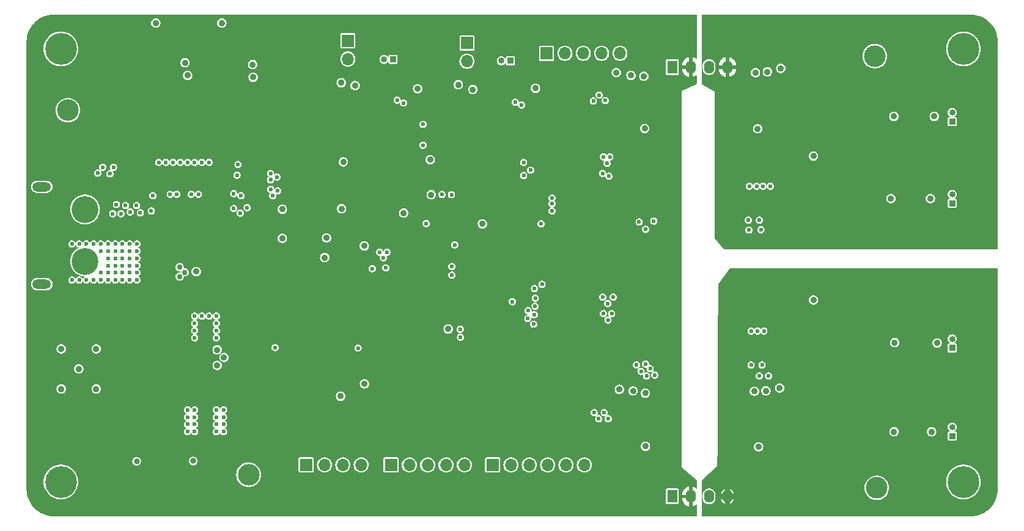
<source format=gbr>
%TF.GenerationSoftware,KiCad,Pcbnew,8.0.5*%
%TF.CreationDate,2024-11-25T15:58:14+05:30*%
%TF.ProjectId,Rapid_Core-RCP,52617069-645f-4436-9f72-652d5243502e,rev?*%
%TF.SameCoordinates,Original*%
%TF.FileFunction,Copper,L3,Inr*%
%TF.FilePolarity,Positive*%
%FSLAX46Y46*%
G04 Gerber Fmt 4.6, Leading zero omitted, Abs format (unit mm)*
G04 Created by KiCad (PCBNEW 8.0.5) date 2024-11-25 15:58:14*
%MOMM*%
%LPD*%
G01*
G04 APERTURE LIST*
%TA.AperFunction,ComponentPad*%
%ADD10R,1.700000X1.700000*%
%TD*%
%TA.AperFunction,ComponentPad*%
%ADD11O,1.700000X1.700000*%
%TD*%
%TA.AperFunction,ComponentPad*%
%ADD12C,3.000000*%
%TD*%
%TA.AperFunction,ComponentPad*%
%ADD13R,1.400000X1.800000*%
%TD*%
%TA.AperFunction,ComponentPad*%
%ADD14O,1.400000X1.800000*%
%TD*%
%TA.AperFunction,ComponentPad*%
%ADD15R,0.850000X0.850000*%
%TD*%
%TA.AperFunction,ComponentPad*%
%ADD16C,0.850000*%
%TD*%
%TA.AperFunction,ComponentPad*%
%ADD17C,4.400000*%
%TD*%
%TA.AperFunction,ComponentPad*%
%ADD18C,3.716000*%
%TD*%
%TA.AperFunction,ComponentPad*%
%ADD19O,2.600000X1.300000*%
%TD*%
%TA.AperFunction,ViaPad*%
%ADD20C,0.600000*%
%TD*%
%TA.AperFunction,ViaPad*%
%ADD21C,0.900000*%
%TD*%
%TA.AperFunction,ViaPad*%
%ADD22C,0.800000*%
%TD*%
%TA.AperFunction,ViaPad*%
%ADD23C,0.750000*%
%TD*%
G04 APERTURE END LIST*
D10*
%TO.N,+3.3V*%
%TO.C,J3*%
X186686073Y-113885427D03*
D11*
%TO.N,/Project_Architecture/GPIO/GPIO_1_PB0*%
X189226073Y-113885427D03*
%TO.N,/Project_Architecture/GPIO/GPIO_1_PB1*%
X191766072Y-113885427D03*
%TO.N,/Project_Architecture/GPIO/GPIO_1_PB2*%
X194306073Y-113885427D03*
%TO.N,/Project_Architecture/GPIO/GPIO_1_PB3*%
X196846073Y-113885427D03*
%TO.N,GND1*%
X199386073Y-113885427D03*
%TD*%
D12*
%TO.N,GND2*%
%TO.C,TP9*%
X239618073Y-57235427D03*
%TD*%
D10*
%TO.N,/Project_Architecture/Comm - LIN/LIN2_CMD_R*%
%TO.C,J10*%
X166636073Y-55110427D03*
D11*
%TO.N,/Project_Architecture/Comm - LIN/LIN2*%
X166636073Y-57650427D03*
%TD*%
D13*
%TO.N,GND1*%
%TO.C,U2*%
X211573573Y-118252927D03*
D14*
%TO.N,+5V*%
X214113573Y-118252927D03*
%TO.N,GND2*%
X216653572Y-118252927D03*
%TO.N,+5VA*%
X219193573Y-118252927D03*
%TD*%
D12*
%TO.N,GND1*%
%TO.C,TP7*%
X152886073Y-115235427D03*
%TD*%
D15*
%TO.N,GND1*%
%TO.C,J11*%
X172886072Y-57685427D03*
D16*
%TO.N,/Project_Architecture/Comm - LIN/LIN2*%
X171636073Y-57685427D03*
%TD*%
D10*
%TO.N,+3.3V*%
%TO.C,J4*%
X160856074Y-113885427D03*
D11*
%TO.N,/Project_Architecture/GPIO/USART2_TX*%
X163396074Y-113885427D03*
%TO.N,/Project_Architecture/GPIO/USART2_RX*%
X165936073Y-113885427D03*
%TO.N,GND1*%
X168476074Y-113885427D03*
%TD*%
D17*
%TO.N,GND2*%
%TO.C,H2*%
X251886073Y-56235427D03*
%TD*%
%TO.N,GND1*%
%TO.C,H3*%
X126886073Y-116235427D03*
%TD*%
D13*
%TO.N,GND1*%
%TO.C,U3*%
X211573573Y-58752927D03*
D14*
%TO.N,+5V*%
X214113573Y-58752927D03*
%TO.N,GND2*%
X216653572Y-58752927D03*
%TO.N,+5VA*%
X219193573Y-58752927D03*
%TD*%
D15*
%TO.N,GND1*%
%TO.C,J9*%
X189136073Y-57885427D03*
D16*
%TO.N,/Project_Architecture/Comm - LIN/LIN1*%
X187886074Y-57885427D03*
%TD*%
D12*
%TO.N,GND2*%
%TO.C,TP6*%
X239886073Y-117049427D03*
%TD*%
D10*
%TO.N,/Project_Architecture/Comm - LIN/LIN1_CMD_R*%
%TO.C,J8*%
X183136073Y-55410427D03*
D11*
%TO.N,/Project_Architecture/Comm - LIN/LIN1*%
X183136073Y-57950427D03*
%TD*%
D10*
%TO.N,+3.3V*%
%TO.C,J2*%
X194152073Y-56851427D03*
D11*
%TO.N,/Project_Architecture/GPIO/SW_CLK*%
X196692073Y-56851427D03*
%TO.N,/Project_Architecture/GPIO/NRST*%
X199232072Y-56851427D03*
%TO.N,/Project_Architecture/GPIO/SWDIO*%
X201772073Y-56851427D03*
%TO.N,GND1*%
X204312073Y-56851427D03*
%TD*%
D15*
%TO.N,/Project_Architecture/Comm - Isolated_CAN/CAN_L_IN-1*%
%TO.C,J6*%
X250336073Y-66310427D03*
D16*
%TO.N,/Project_Architecture/Comm - Isolated_CAN/CAN_H_IN-1*%
X250336073Y-65060428D03*
%TD*%
D15*
%TO.N,/Project_Architecture/Comm - Isolated_RS-485/RS-485_A-IN-1*%
%TO.C,J12*%
X250336073Y-77635426D03*
D16*
%TO.N,/Project_Architecture/Comm - Isolated_RS-485/RS-485_B_IN-1*%
X250336073Y-76385427D03*
%TD*%
D12*
%TO.N,GND1*%
%TO.C,TP8*%
X127858073Y-64725427D03*
%TD*%
D15*
%TO.N,/Project_Architecture/Comm - Isolated_CAN/CAN_L_IN-2*%
%TO.C,J7*%
X250336073Y-109885427D03*
D16*
%TO.N,/Project_Architecture/Comm - Isolated_CAN/CAN_H_IN-2*%
X250336073Y-108635428D03*
%TD*%
D18*
%TO.N,VBAT*%
%TO.C,J1*%
X130236073Y-78485427D03*
%TO.N,GND1*%
X130236073Y-85685427D03*
D19*
X124236073Y-75335427D03*
X124236073Y-88835427D03*
%TD*%
D17*
%TO.N,GND2*%
%TO.C,H4*%
X251886073Y-116235427D03*
%TD*%
D10*
%TO.N,+3.3V*%
%TO.C,J5*%
X172611073Y-113885427D03*
D11*
%TO.N,/Project_Architecture/GPIO/SPI1_SCK*%
X175151073Y-113885427D03*
%TO.N,/Project_Architecture/GPIO/SPI1_MISO*%
X177691072Y-113885427D03*
%TO.N,/Project_Architecture/GPIO/SPI1_MOSI*%
X180231073Y-113885427D03*
%TO.N,GND1*%
X182771073Y-113885427D03*
%TD*%
D15*
%TO.N,/Project_Architecture/Comm - Isolated_RS-485/RS-485_A_IN-2*%
%TO.C,J13*%
X250336073Y-97663426D03*
D16*
%TO.N,/Project_Architecture/Comm - Isolated_RS-485/RS-485_B_IN-2*%
X250336073Y-96413427D03*
%TD*%
D17*
%TO.N,GND1*%
%TO.C,H1*%
X126886073Y-56235427D03*
%TD*%
D20*
%TO.N,GND1*%
X192566073Y-91895427D03*
D21*
X131786073Y-103360427D03*
D20*
X133686073Y-73535427D03*
X128422994Y-83260427D03*
X147422994Y-71964427D03*
X194914073Y-77679427D03*
D21*
X178173572Y-76432926D03*
D20*
X207995073Y-101555427D03*
D21*
X180533572Y-95048926D03*
D20*
X191586073Y-92505427D03*
X144422994Y-71964427D03*
X206598073Y-100031427D03*
D22*
X145230073Y-113339427D03*
D20*
X144422994Y-109260427D03*
X172054073Y-84410427D03*
X135422994Y-83260427D03*
X133422994Y-86260427D03*
X137422994Y-87260427D03*
X189808673Y-63607827D03*
X145422994Y-108260427D03*
X146422994Y-93260427D03*
X155936073Y-75685427D03*
X202788073Y-73869427D03*
D21*
X205836073Y-59899427D03*
D20*
X148422994Y-108260427D03*
X135422994Y-85260427D03*
X207233073Y-100920427D03*
D23*
X143336073Y-87785427D03*
D20*
X209138073Y-101428427D03*
X202661073Y-93808427D03*
X151422994Y-72260427D03*
X145422994Y-93260427D03*
X137422994Y-85260427D03*
X133422994Y-88260427D03*
X148422994Y-95260427D03*
X142036073Y-76385427D03*
X207868073Y-99904427D03*
X132422994Y-84260427D03*
D21*
X207836073Y-103936427D03*
X144073575Y-58147925D03*
D20*
X134422994Y-88260427D03*
D21*
X203804073Y-59518427D03*
X167636073Y-61323427D03*
X131786073Y-97810427D03*
D20*
X134422994Y-86260427D03*
X145422994Y-107260427D03*
D21*
X181936073Y-61193427D03*
X207614073Y-60026427D03*
D20*
X131422994Y-83260427D03*
D21*
X183936073Y-61875427D03*
D20*
X192356073Y-94375427D03*
X137422994Y-88260427D03*
D21*
X140047073Y-52655427D03*
D20*
X132422994Y-83260427D03*
D21*
X206136073Y-103633427D03*
D20*
X149422994Y-106260427D03*
D21*
X157561073Y-82490427D03*
D20*
X130422994Y-83260427D03*
D21*
X165714071Y-60925425D03*
X129361073Y-100585427D03*
D20*
X140431073Y-71964427D03*
X148422994Y-93260427D03*
X132422994Y-88260427D03*
X151836073Y-76585427D03*
X134422994Y-85260427D03*
X132422994Y-87260427D03*
D21*
X163672073Y-82417443D03*
D20*
X129422994Y-83260427D03*
X128422994Y-88260427D03*
X151286073Y-73735427D03*
X134186073Y-72635427D03*
X150836073Y-76285427D03*
X137422994Y-83260427D03*
X144936073Y-76385427D03*
D21*
X157561073Y-78456427D03*
X126936073Y-103360427D03*
X192620073Y-61685427D03*
D20*
X136422994Y-88260427D03*
X147422994Y-93260427D03*
D21*
X176292073Y-61757427D03*
D20*
X206976073Y-80214427D03*
X136422994Y-83260427D03*
X192446073Y-93065427D03*
X171546073Y-85172427D03*
X191566073Y-93585427D03*
X133422994Y-85260427D03*
X134422994Y-83260427D03*
X149422994Y-108260427D03*
D21*
X178036073Y-71583427D03*
D20*
X201899073Y-73488427D03*
X136422994Y-87260427D03*
X135422994Y-88260427D03*
X131986073Y-73435427D03*
X144422994Y-107260427D03*
D21*
X126936073Y-97810427D03*
D20*
X156560073Y-97635427D03*
X142936073Y-76385427D03*
X156236073Y-76585427D03*
X145422994Y-95260427D03*
X145422994Y-94260427D03*
D21*
X149191073Y-52655427D03*
D20*
X145422994Y-71964427D03*
D21*
X145636073Y-87077427D03*
D20*
X136422994Y-84260427D03*
X144422994Y-108260427D03*
X130422994Y-88260427D03*
X208503073Y-100539427D03*
X135422994Y-84260427D03*
X192586073Y-90775427D03*
X148422994Y-96260427D03*
D21*
X168929572Y-102647928D03*
D20*
X207865073Y-81230427D03*
X133422994Y-83260427D03*
X173451073Y-63328427D03*
X209008073Y-80087427D03*
X131422994Y-88260427D03*
D21*
X204236073Y-103409427D03*
D20*
X148422994Y-107260427D03*
D21*
X163418073Y-85153734D03*
D20*
X156936073Y-75885427D03*
X136422994Y-85260427D03*
X145422994Y-96260427D03*
X135422994Y-87260427D03*
X145422994Y-109260427D03*
X146422994Y-71964427D03*
D21*
X174366572Y-78975926D03*
D20*
X142422994Y-71964427D03*
X189422994Y-91260427D03*
X149422994Y-107260427D03*
X145422994Y-106260427D03*
X194914073Y-78695427D03*
D23*
X143336073Y-86485427D03*
D20*
X148422994Y-109260427D03*
D21*
X168900073Y-83521427D03*
D20*
X149422994Y-109260427D03*
X134422994Y-84260427D03*
X190697673Y-64014227D03*
X133422994Y-84260427D03*
D21*
X153453573Y-58402927D03*
D20*
X148422994Y-94260427D03*
D21*
X207843573Y-111294427D03*
D20*
X137422994Y-84260427D03*
X136422994Y-86260427D03*
X148422994Y-106260427D03*
X203169073Y-92919427D03*
X134422994Y-87260427D03*
X139636073Y-76585427D03*
D21*
X207741073Y-67265427D03*
D20*
X171038073Y-84410427D03*
X202026073Y-92919427D03*
X133422994Y-87260427D03*
X145936073Y-76385427D03*
X141422994Y-71964427D03*
D23*
X144036073Y-87185427D03*
D20*
X194914073Y-76917427D03*
X143422994Y-71964427D03*
X144422994Y-106260427D03*
X132686073Y-72635427D03*
X129422994Y-88260427D03*
X137422994Y-86260427D03*
X193390073Y-80473427D03*
X174340073Y-63734827D03*
X135422994Y-86260427D03*
%TO.N,VBAT*%
X134586073Y-77785427D03*
X136486073Y-78835427D03*
X151736073Y-78985427D03*
X152686073Y-78235427D03*
X139412073Y-78685427D03*
X134078073Y-79071427D03*
X150836073Y-78335427D03*
X137380073Y-77928427D03*
X135856073Y-77928427D03*
X137888073Y-78944427D03*
X135221073Y-79071427D03*
D21*
%TO.N,+5V*%
X184262073Y-67027427D03*
X149336073Y-103435427D03*
D23*
X140156073Y-68225427D03*
D21*
X137316073Y-57299427D03*
X148686073Y-104857427D03*
D20*
X163036073Y-65385427D03*
D21*
X150830073Y-80585427D03*
D23*
X137616073Y-68225427D03*
D21*
X160240074Y-54435428D03*
D23*
X147776073Y-68225427D03*
D21*
X178236073Y-53463427D03*
D23*
X148936073Y-86085427D03*
X145236073Y-68225427D03*
X140156073Y-65685427D03*
X145236073Y-65685427D03*
D20*
X162636073Y-64385427D03*
D21*
X148686073Y-102063427D03*
D23*
X142696073Y-65685427D03*
D20*
X179636073Y-65685427D03*
X163736073Y-64485427D03*
X164136073Y-65285427D03*
X179236073Y-64685427D03*
D23*
X135076073Y-65685427D03*
X142696073Y-68225427D03*
D21*
X150157073Y-82685427D03*
D23*
X148936073Y-68300427D03*
D21*
X146400073Y-57232427D03*
D23*
X135076073Y-68225427D03*
X147776073Y-65685427D03*
X137616073Y-65685427D03*
D20*
X180236073Y-64885427D03*
D21*
X166724073Y-68785427D03*
D20*
%TO.N,+3.3V*%
X193517073Y-88855427D03*
X200756073Y-106635427D03*
X190977073Y-71964427D03*
D21*
X149486073Y-98985427D03*
D20*
X170019073Y-86685427D03*
D21*
X166006073Y-71885427D03*
D20*
X202915073Y-71202427D03*
X201936073Y-90635427D03*
X155925073Y-73488427D03*
X203386073Y-90635427D03*
X200629073Y-63455427D03*
D21*
X148536073Y-97935427D03*
D20*
X202026073Y-71202427D03*
D21*
X165760073Y-78385427D03*
D20*
X202534073Y-72091427D03*
X179674073Y-76409427D03*
D21*
X148536073Y-100085427D03*
D20*
X192486073Y-89435427D03*
X180986073Y-76435427D03*
X156814073Y-73996427D03*
X155925073Y-74377427D03*
X182186073Y-95085427D03*
X182236073Y-96185427D03*
D22*
X137383073Y-113366427D03*
D20*
X202686073Y-107485427D03*
X202636073Y-91535427D03*
X190977073Y-73785427D03*
X177486073Y-80435427D03*
X201386073Y-107485427D03*
D21*
X165636073Y-104349427D03*
D20*
X202286073Y-63385427D03*
X171886073Y-86585427D03*
X191936073Y-73035427D03*
X201436073Y-62635427D03*
X202136073Y-106635427D03*
%TO.N,/Project_Architecture/GPIO/NRST*%
X168036073Y-97685427D03*
X181436073Y-83385427D03*
%TO.N,GND2*%
X224251073Y-95332427D03*
X223836073Y-81285427D03*
X224886073Y-101555427D03*
X222473073Y-100031427D03*
X224124073Y-75266427D03*
X225140073Y-75266427D03*
D21*
X231111073Y-71077427D03*
X242364073Y-96935427D03*
X226586073Y-58932427D03*
D20*
X223362073Y-95332427D03*
X223997073Y-100031427D03*
D21*
X226436073Y-103232427D03*
X231123573Y-91028927D03*
D20*
X222473073Y-95332427D03*
X223235073Y-75266427D03*
X222186073Y-81335427D03*
D21*
X223086073Y-59540427D03*
X247475073Y-109285427D03*
D20*
X222092073Y-79965427D03*
D21*
X242256073Y-65585427D03*
X224536073Y-103618427D03*
D20*
X223616073Y-101555427D03*
D21*
X247306073Y-76985427D03*
X222936073Y-103669427D03*
X241845073Y-76985427D03*
D20*
X222219073Y-75266427D03*
D21*
X248250073Y-96987427D03*
X223386573Y-67305427D03*
X242268073Y-109285427D03*
D20*
X223616073Y-79965427D03*
D21*
X224736073Y-59414427D03*
X223513573Y-111374427D03*
X247844073Y-65585427D03*
D20*
%TO.N,+5VA*%
X229736073Y-105235427D03*
D21*
X229608073Y-81385427D03*
D20*
X227934073Y-71456427D03*
X230728073Y-104476427D03*
X229331073Y-72599427D03*
X229286073Y-91535427D03*
X229839073Y-61550427D03*
X228061073Y-72599427D03*
X229331073Y-71456427D03*
D21*
X229753073Y-101469427D03*
D20*
X228696073Y-60534427D03*
X227986073Y-91585427D03*
X228696073Y-104603427D03*
X228536073Y-92585427D03*
X230474073Y-60661427D03*
X228061073Y-105746427D03*
X228569073Y-61677427D03*
%TO.N,/Project_Architecture/Comm - LIN/LIN2_EN*%
X177036073Y-66685427D03*
X177036073Y-69585427D03*
D21*
%TO.N,/Project_Architecture/GPIO/GPIO_1_PB3*%
X185262073Y-80473427D03*
%TO.N,/Project_Architecture/Indication - USR/USR_LED_2*%
X144449072Y-59899427D03*
D20*
X181036073Y-87585427D03*
D21*
%TO.N,/Project_Architecture/Indication - USR/USR_LED_1*%
X153512073Y-60153427D03*
D20*
X181036073Y-86385427D03*
%TD*%
%TA.AperFunction,Conductor*%
%TO.N,+5VA*%
G36*
X256621221Y-86668779D02*
G01*
X256635573Y-86703427D01*
X256635573Y-117234220D01*
X256635514Y-117236625D01*
X256617634Y-117600530D01*
X256617163Y-117605315D01*
X256563874Y-117964538D01*
X256562935Y-117969254D01*
X256474702Y-118321494D01*
X256473307Y-118326096D01*
X256350961Y-118668023D01*
X256349120Y-118672466D01*
X256193858Y-119000733D01*
X256191592Y-119004973D01*
X256004897Y-119316451D01*
X256002225Y-119320450D01*
X255785897Y-119612129D01*
X255782846Y-119615846D01*
X255538976Y-119884912D01*
X255535576Y-119888312D01*
X255266502Y-120132183D01*
X255262785Y-120135233D01*
X254971113Y-120351549D01*
X254967115Y-120354221D01*
X254655633Y-120540913D01*
X254651392Y-120543180D01*
X254323111Y-120698442D01*
X254318668Y-120700282D01*
X253976759Y-120822617D01*
X253972158Y-120824013D01*
X253619894Y-120912248D01*
X253615178Y-120913186D01*
X253255966Y-120966468D01*
X253251180Y-120966939D01*
X252886170Y-120984868D01*
X252883766Y-120984927D01*
X215667573Y-120984927D01*
X215632925Y-120970575D01*
X215618573Y-120935927D01*
X215618573Y-117964230D01*
X215753072Y-117964230D01*
X215753072Y-118541623D01*
X215787675Y-118715583D01*
X215787678Y-118715594D01*
X215855459Y-118879233D01*
X215855559Y-118879474D01*
X215895298Y-118938948D01*
X215954105Y-119026959D01*
X216079539Y-119152393D01*
X216138212Y-119191597D01*
X216227025Y-119250940D01*
X216390906Y-119318821D01*
X216390912Y-119318822D01*
X216390915Y-119318823D01*
X216564875Y-119353426D01*
X216564881Y-119353427D01*
X216742263Y-119353427D01*
X216916238Y-119318821D01*
X217080119Y-119250940D01*
X217227607Y-119152391D01*
X217353036Y-119026962D01*
X217451585Y-118879474D01*
X217519466Y-118715593D01*
X217554072Y-118541618D01*
X217554072Y-117964236D01*
X217547272Y-117930049D01*
X217541877Y-117902927D01*
X218305778Y-117902927D01*
X218836467Y-117902927D01*
X218793474Y-117945920D01*
X218727648Y-118059934D01*
X218693573Y-118187101D01*
X218693573Y-118318753D01*
X218727648Y-118445920D01*
X218793474Y-118559934D01*
X218836467Y-118602927D01*
X218305778Y-118602927D01*
X218328159Y-118715447D01*
X218328159Y-118715448D01*
X218396001Y-118879233D01*
X218494496Y-119026643D01*
X218619856Y-119152003D01*
X218767266Y-119250498D01*
X218843572Y-119282105D01*
X218843573Y-119282105D01*
X218843573Y-118610033D01*
X218886566Y-118653026D01*
X219000580Y-118718852D01*
X219127747Y-118752927D01*
X219259399Y-118752927D01*
X219386566Y-118718852D01*
X219500580Y-118653026D01*
X219543573Y-118610033D01*
X219543573Y-119282105D01*
X219619879Y-119250498D01*
X219767289Y-119152003D01*
X219892649Y-119026643D01*
X219991144Y-118879233D01*
X220058986Y-118715448D01*
X220058986Y-118715447D01*
X220081368Y-118602927D01*
X219550679Y-118602927D01*
X219593672Y-118559934D01*
X219659498Y-118445920D01*
X219693573Y-118318753D01*
X219693573Y-118187101D01*
X219659498Y-118059934D01*
X219593672Y-117945920D01*
X219550679Y-117902927D01*
X220081367Y-117902927D01*
X220058986Y-117790406D01*
X220058986Y-117790405D01*
X219991144Y-117626620D01*
X219892649Y-117479210D01*
X219767289Y-117353850D01*
X219619877Y-117255354D01*
X219543573Y-117223747D01*
X219543573Y-117895821D01*
X219500580Y-117852828D01*
X219386566Y-117787002D01*
X219259399Y-117752927D01*
X219127747Y-117752927D01*
X219000580Y-117787002D01*
X218886566Y-117852828D01*
X218843573Y-117895821D01*
X218843573Y-117223748D01*
X218843572Y-117223747D01*
X218767268Y-117255354D01*
X218619856Y-117353850D01*
X218494496Y-117479210D01*
X218396001Y-117626620D01*
X218328159Y-117790405D01*
X218328159Y-117790406D01*
X218305778Y-117902927D01*
X217541877Y-117902927D01*
X217519468Y-117790270D01*
X217519465Y-117790259D01*
X217499051Y-117740975D01*
X217451585Y-117626380D01*
X217385958Y-117528163D01*
X217353038Y-117478894D01*
X217227604Y-117353460D01*
X217139167Y-117294369D01*
X217080119Y-117254914D01*
X217080116Y-117254912D01*
X217080115Y-117254912D01*
X216916239Y-117187033D01*
X216916228Y-117187030D01*
X216742268Y-117152427D01*
X216742263Y-117152427D01*
X216564881Y-117152427D01*
X216564875Y-117152427D01*
X216390915Y-117187030D01*
X216390904Y-117187033D01*
X216227028Y-117254912D01*
X216079539Y-117353460D01*
X215954105Y-117478894D01*
X215855557Y-117626383D01*
X215787678Y-117790259D01*
X215787675Y-117790270D01*
X215753072Y-117964230D01*
X215618573Y-117964230D01*
X215618573Y-117049427D01*
X238180805Y-117049427D01*
X238199850Y-117303578D01*
X238199851Y-117303587D01*
X238256565Y-117552065D01*
X238349681Y-117789318D01*
X238477110Y-118010034D01*
X238477113Y-118010038D01*
X238636018Y-118209299D01*
X238636023Y-118209304D01*
X238822856Y-118382659D01*
X239033439Y-118526232D01*
X239033440Y-118526232D01*
X239033441Y-118526233D01*
X239263062Y-118636813D01*
X239263065Y-118636814D01*
X239263069Y-118636816D01*
X239506615Y-118711940D01*
X239758638Y-118749927D01*
X239758640Y-118749927D01*
X240013506Y-118749927D01*
X240013508Y-118749927D01*
X240265531Y-118711940D01*
X240509077Y-118636816D01*
X240738707Y-118526232D01*
X240949290Y-118382659D01*
X241136123Y-118209304D01*
X241295032Y-118010039D01*
X241312040Y-117980581D01*
X241368994Y-117881932D01*
X241422466Y-117789315D01*
X241515581Y-117552064D01*
X241572295Y-117303584D01*
X241591341Y-117049427D01*
X241572295Y-116795270D01*
X241515581Y-116546790D01*
X241422466Y-116309539D01*
X241422464Y-116309535D01*
X241379675Y-116235422D01*
X249480827Y-116235422D01*
X249480827Y-116235431D01*
X249499792Y-116536881D01*
X249556390Y-116833583D01*
X249649731Y-117120855D01*
X249778340Y-117394163D01*
X249940185Y-117649191D01*
X250132718Y-117881924D01*
X250132725Y-117881932D01*
X250352906Y-118088697D01*
X250352909Y-118088699D01*
X250352911Y-118088701D01*
X250597278Y-118266243D01*
X250861969Y-118411759D01*
X251142811Y-118522952D01*
X251435375Y-118598069D01*
X251735046Y-118635927D01*
X251735047Y-118635927D01*
X252037099Y-118635927D01*
X252037100Y-118635927D01*
X252336771Y-118598069D01*
X252629335Y-118522952D01*
X252910177Y-118411759D01*
X253174868Y-118266243D01*
X253419235Y-118088701D01*
X253639422Y-117881931D01*
X253831958Y-117649195D01*
X253993806Y-117394163D01*
X254122414Y-117120857D01*
X254215754Y-116833587D01*
X254223063Y-116795275D01*
X254254402Y-116630985D01*
X254272353Y-116536884D01*
X254291319Y-116235427D01*
X254272353Y-115933970D01*
X254245669Y-115794090D01*
X254215755Y-115637270D01*
X254157787Y-115458865D01*
X254122414Y-115349997D01*
X253993806Y-115076691D01*
X253831958Y-114821659D01*
X253639422Y-114588923D01*
X253639420Y-114588921D01*
X253419239Y-114382156D01*
X253419231Y-114382150D01*
X253174875Y-114204616D01*
X253174869Y-114204612D01*
X253174870Y-114204612D01*
X253174868Y-114204611D01*
X252910177Y-114059095D01*
X252813408Y-114020781D01*
X252629336Y-113947902D01*
X252336770Y-113872784D01*
X252037102Y-113834927D01*
X252037100Y-113834927D01*
X251735046Y-113834927D01*
X251735043Y-113834927D01*
X251435375Y-113872784D01*
X251142809Y-113947902D01*
X250861966Y-114059096D01*
X250597276Y-114204612D01*
X250597270Y-114204616D01*
X250352914Y-114382150D01*
X250352906Y-114382156D01*
X250132725Y-114588921D01*
X250132718Y-114588929D01*
X249940185Y-114821662D01*
X249778340Y-115076690D01*
X249649731Y-115349998D01*
X249556390Y-115637270D01*
X249499792Y-115933972D01*
X249480827Y-116235422D01*
X241379675Y-116235422D01*
X241295035Y-116088819D01*
X241295032Y-116088815D01*
X241136127Y-115889554D01*
X241136122Y-115889549D01*
X240949291Y-115716196D01*
X240949289Y-115716194D01*
X240738704Y-115572620D01*
X240509083Y-115462040D01*
X240509070Y-115462035D01*
X240375440Y-115420816D01*
X240265531Y-115386914D01*
X240013508Y-115348927D01*
X239758638Y-115348927D01*
X239506615Y-115386914D01*
X239445728Y-115405695D01*
X239263075Y-115462035D01*
X239263062Y-115462040D01*
X239033441Y-115572620D01*
X238822856Y-115716194D01*
X238822854Y-115716196D01*
X238636023Y-115889549D01*
X238636018Y-115889554D01*
X238477113Y-116088815D01*
X238477110Y-116088819D01*
X238349681Y-116309535D01*
X238256565Y-116546788D01*
X238199851Y-116795266D01*
X238199850Y-116795275D01*
X238180805Y-117049427D01*
X215618573Y-117049427D01*
X215618573Y-116013720D01*
X215632925Y-115979072D01*
X215635371Y-115976787D01*
X217804573Y-114086427D01*
X217818201Y-111374427D01*
X222858295Y-111374427D01*
X222877336Y-111531246D01*
X222933353Y-111678951D01*
X222975097Y-111739427D01*
X223023090Y-111808957D01*
X223141333Y-111913710D01*
X223281208Y-111987123D01*
X223434588Y-112024927D01*
X223434589Y-112024927D01*
X223592556Y-112024927D01*
X223592558Y-112024927D01*
X223745938Y-111987123D01*
X223885813Y-111913710D01*
X224004056Y-111808957D01*
X224093793Y-111678950D01*
X224149810Y-111531245D01*
X224168851Y-111374427D01*
X224149810Y-111217609D01*
X224093793Y-111069904D01*
X224004056Y-110939897D01*
X224004053Y-110939894D01*
X224004052Y-110939893D01*
X223885812Y-110835143D01*
X223745937Y-110761730D01*
X223630361Y-110733244D01*
X223592558Y-110723927D01*
X223434588Y-110723927D01*
X223404260Y-110731402D01*
X223281208Y-110761730D01*
X223141333Y-110835143D01*
X223023093Y-110939893D01*
X223023089Y-110939898D01*
X222933353Y-111069902D01*
X222877336Y-111217607D01*
X222858295Y-111374427D01*
X217818201Y-111374427D01*
X217828699Y-109285427D01*
X241612795Y-109285427D01*
X241631836Y-109442246D01*
X241687853Y-109589951D01*
X241745700Y-109673757D01*
X241777590Y-109719957D01*
X241895833Y-109824710D01*
X242035708Y-109898123D01*
X242189088Y-109935927D01*
X242189089Y-109935927D01*
X242347056Y-109935927D01*
X242347058Y-109935927D01*
X242500438Y-109898123D01*
X242640313Y-109824710D01*
X242758556Y-109719957D01*
X242848293Y-109589950D01*
X242904310Y-109442245D01*
X242923351Y-109285427D01*
X246819795Y-109285427D01*
X246838836Y-109442246D01*
X246894853Y-109589951D01*
X246952700Y-109673757D01*
X246984590Y-109719957D01*
X247102833Y-109824710D01*
X247242708Y-109898123D01*
X247396088Y-109935927D01*
X247396089Y-109935927D01*
X247554056Y-109935927D01*
X247554058Y-109935927D01*
X247707438Y-109898123D01*
X247847313Y-109824710D01*
X247965556Y-109719957D01*
X248055293Y-109589950D01*
X248111310Y-109442245D01*
X248130351Y-109285427D01*
X248111310Y-109128609D01*
X248055293Y-108980904D01*
X248050891Y-108974527D01*
X248023403Y-108934704D01*
X247965556Y-108850897D01*
X247965553Y-108850894D01*
X247965552Y-108850893D01*
X247847312Y-108746143D01*
X247707437Y-108672730D01*
X247591861Y-108644244D01*
X247556091Y-108635428D01*
X249705979Y-108635428D01*
X249724288Y-108786220D01*
X249778152Y-108928248D01*
X249864440Y-109053257D01*
X249978140Y-109153986D01*
X250003965Y-109167540D01*
X250027975Y-109196349D01*
X250024581Y-109233698D01*
X249995772Y-109257708D01*
X249981194Y-109259927D01*
X249891325Y-109259927D01*
X249832842Y-109271560D01*
X249766520Y-109315874D01*
X249738098Y-109358412D01*
X249722206Y-109382196D01*
X249710573Y-109440679D01*
X249710573Y-110330175D01*
X249722206Y-110388658D01*
X249739955Y-110415222D01*
X249766520Y-110454979D01*
X249793085Y-110472728D01*
X249832842Y-110499294D01*
X249891325Y-110510927D01*
X249891328Y-110510927D01*
X250780818Y-110510927D01*
X250780821Y-110510927D01*
X250839304Y-110499294D01*
X250905625Y-110454979D01*
X250949940Y-110388658D01*
X250961573Y-110330175D01*
X250961573Y-109440679D01*
X250949940Y-109382196D01*
X250923374Y-109342439D01*
X250905625Y-109315874D01*
X250860057Y-109285427D01*
X250839304Y-109271560D01*
X250780821Y-109259927D01*
X250780818Y-109259927D01*
X250690952Y-109259927D01*
X250656304Y-109245575D01*
X250641952Y-109210927D01*
X250656304Y-109176279D01*
X250668181Y-109167540D01*
X250694005Y-109153986D01*
X250694004Y-109153986D01*
X250694007Y-109153985D01*
X250807705Y-109053258D01*
X250893994Y-108928247D01*
X250947858Y-108786219D01*
X250966167Y-108635428D01*
X250947858Y-108484637D01*
X250893994Y-108342609D01*
X250880241Y-108322685D01*
X250807705Y-108217598D01*
X250694005Y-108116869D01*
X250559508Y-108046280D01*
X250412022Y-108009928D01*
X250260124Y-108009928D01*
X250112637Y-108046280D01*
X249978140Y-108116869D01*
X249864440Y-108217598D01*
X249778152Y-108342607D01*
X249724288Y-108484635D01*
X249705979Y-108635428D01*
X247556091Y-108635428D01*
X247554058Y-108634927D01*
X247396088Y-108634927D01*
X247365760Y-108642402D01*
X247242708Y-108672730D01*
X247102833Y-108746143D01*
X246984593Y-108850893D01*
X246984589Y-108850898D01*
X246894853Y-108980902D01*
X246838836Y-109128607D01*
X246819795Y-109285427D01*
X242923351Y-109285427D01*
X242904310Y-109128609D01*
X242848293Y-108980904D01*
X242843891Y-108974527D01*
X242816403Y-108934704D01*
X242758556Y-108850897D01*
X242758553Y-108850894D01*
X242758552Y-108850893D01*
X242640312Y-108746143D01*
X242500437Y-108672730D01*
X242384861Y-108644244D01*
X242347058Y-108634927D01*
X242189088Y-108634927D01*
X242158760Y-108642402D01*
X242035708Y-108672730D01*
X241895833Y-108746143D01*
X241777593Y-108850893D01*
X241777589Y-108850898D01*
X241687853Y-108980902D01*
X241631836Y-109128607D01*
X241612795Y-109285427D01*
X217828699Y-109285427D01*
X217856920Y-103669427D01*
X222280795Y-103669427D01*
X222299836Y-103826246D01*
X222355853Y-103973951D01*
X222404001Y-104043705D01*
X222445590Y-104103957D01*
X222563833Y-104208710D01*
X222703708Y-104282123D01*
X222857088Y-104319927D01*
X222857089Y-104319927D01*
X223015056Y-104319927D01*
X223015058Y-104319927D01*
X223168438Y-104282123D01*
X223308313Y-104208710D01*
X223426556Y-104103957D01*
X223516293Y-103973950D01*
X223572310Y-103826245D01*
X223591351Y-103669427D01*
X223585159Y-103618427D01*
X223880795Y-103618427D01*
X223899836Y-103775246D01*
X223955853Y-103922951D01*
X224013700Y-104006757D01*
X224045590Y-104052957D01*
X224045592Y-104052958D01*
X224045593Y-104052960D01*
X224142558Y-104138862D01*
X224163833Y-104157710D01*
X224303708Y-104231123D01*
X224457088Y-104268927D01*
X224457089Y-104268927D01*
X224615056Y-104268927D01*
X224615058Y-104268927D01*
X224768438Y-104231123D01*
X224908313Y-104157710D01*
X225026556Y-104052957D01*
X225116293Y-103922950D01*
X225172310Y-103775245D01*
X225191351Y-103618427D01*
X225172310Y-103461609D01*
X225116293Y-103313904D01*
X225108178Y-103302148D01*
X225061759Y-103234898D01*
X225060053Y-103232427D01*
X225780795Y-103232427D01*
X225799836Y-103389246D01*
X225855853Y-103536951D01*
X225897449Y-103597213D01*
X225945590Y-103666957D01*
X225945592Y-103666958D01*
X225945593Y-103666960D01*
X226016011Y-103729344D01*
X226063833Y-103771710D01*
X226203708Y-103845123D01*
X226357088Y-103882927D01*
X226357089Y-103882927D01*
X226515056Y-103882927D01*
X226515058Y-103882927D01*
X226668438Y-103845123D01*
X226808313Y-103771710D01*
X226926556Y-103666957D01*
X227016293Y-103536950D01*
X227072310Y-103389245D01*
X227091351Y-103232427D01*
X227072310Y-103075609D01*
X227016293Y-102927904D01*
X227009990Y-102918773D01*
X226966831Y-102856246D01*
X226926556Y-102797897D01*
X226926553Y-102797894D01*
X226926552Y-102797893D01*
X226808312Y-102693143D01*
X226668437Y-102619730D01*
X226552861Y-102591244D01*
X226515058Y-102581927D01*
X226357088Y-102581927D01*
X226326760Y-102589402D01*
X226203708Y-102619730D01*
X226063833Y-102693143D01*
X225945593Y-102797893D01*
X225945589Y-102797898D01*
X225855853Y-102927902D01*
X225799836Y-103075607D01*
X225780795Y-103232427D01*
X225060053Y-103232427D01*
X225026556Y-103183897D01*
X225026553Y-103183894D01*
X225026552Y-103183893D01*
X224908312Y-103079143D01*
X224768437Y-103005730D01*
X224652861Y-102977244D01*
X224615058Y-102967927D01*
X224457088Y-102967927D01*
X224426760Y-102975402D01*
X224303708Y-103005730D01*
X224163833Y-103079143D01*
X224045593Y-103183893D01*
X224045589Y-103183898D01*
X223955853Y-103313902D01*
X223899836Y-103461607D01*
X223880795Y-103618427D01*
X223585159Y-103618427D01*
X223572310Y-103512609D01*
X223516293Y-103364904D01*
X223513201Y-103360425D01*
X223472974Y-103302146D01*
X223426556Y-103234897D01*
X223426553Y-103234894D01*
X223426552Y-103234893D01*
X223308312Y-103130143D01*
X223168437Y-103056730D01*
X223052861Y-103028244D01*
X223015058Y-103018927D01*
X222857088Y-103018927D01*
X222826760Y-103026402D01*
X222703708Y-103056730D01*
X222563833Y-103130143D01*
X222445593Y-103234893D01*
X222445589Y-103234898D01*
X222355853Y-103364902D01*
X222299836Y-103512607D01*
X222280795Y-103669427D01*
X217856920Y-103669427D01*
X217867543Y-101555424D01*
X223110426Y-101555424D01*
X223110426Y-101555429D01*
X223130906Y-101697881D01*
X223139436Y-101716558D01*
X223190696Y-101828800D01*
X223190697Y-101828801D01*
X223190698Y-101828803D01*
X223234841Y-101879747D01*
X223284945Y-101937570D01*
X223406020Y-102015380D01*
X223482858Y-102037941D01*
X223544107Y-102055926D01*
X223544110Y-102055926D01*
X223544112Y-102055927D01*
X223544113Y-102055927D01*
X223688033Y-102055927D01*
X223688034Y-102055927D01*
X223688036Y-102055926D01*
X223688038Y-102055926D01*
X223710868Y-102049222D01*
X223826126Y-102015380D01*
X223947201Y-101937570D01*
X224041450Y-101828800D01*
X224101238Y-101697884D01*
X224101238Y-101697882D01*
X224101239Y-101697881D01*
X224121720Y-101555429D01*
X224121720Y-101555424D01*
X224380426Y-101555424D01*
X224380426Y-101555429D01*
X224400906Y-101697881D01*
X224409436Y-101716558D01*
X224460696Y-101828800D01*
X224460697Y-101828801D01*
X224460698Y-101828803D01*
X224504841Y-101879747D01*
X224554945Y-101937570D01*
X224676020Y-102015380D01*
X224752858Y-102037941D01*
X224814107Y-102055926D01*
X224814110Y-102055926D01*
X224814112Y-102055927D01*
X224814113Y-102055927D01*
X224958033Y-102055927D01*
X224958034Y-102055927D01*
X224958036Y-102055926D01*
X224958038Y-102055926D01*
X224980868Y-102049222D01*
X225096126Y-102015380D01*
X225217201Y-101937570D01*
X225311450Y-101828800D01*
X225371238Y-101697884D01*
X225371238Y-101697882D01*
X225371239Y-101697881D01*
X225391720Y-101555429D01*
X225391720Y-101555424D01*
X225371239Y-101412972D01*
X225362711Y-101394298D01*
X225311450Y-101282054D01*
X225310941Y-101281467D01*
X225217201Y-101173284D01*
X225188305Y-101154714D01*
X225096126Y-101095474D01*
X225096123Y-101095473D01*
X224958038Y-101054927D01*
X224958034Y-101054927D01*
X224814112Y-101054927D01*
X224814107Y-101054927D01*
X224676022Y-101095473D01*
X224554944Y-101173284D01*
X224460698Y-101282050D01*
X224460697Y-101282052D01*
X224400906Y-101412972D01*
X224380426Y-101555424D01*
X224121720Y-101555424D01*
X224101239Y-101412972D01*
X224092711Y-101394298D01*
X224041450Y-101282054D01*
X224040941Y-101281467D01*
X223947201Y-101173284D01*
X223918305Y-101154714D01*
X223826126Y-101095474D01*
X223826123Y-101095473D01*
X223688038Y-101054927D01*
X223688034Y-101054927D01*
X223544112Y-101054927D01*
X223544107Y-101054927D01*
X223406022Y-101095473D01*
X223284944Y-101173284D01*
X223190698Y-101282050D01*
X223190697Y-101282052D01*
X223130906Y-101412972D01*
X223110426Y-101555424D01*
X217867543Y-101555424D01*
X217875201Y-100031424D01*
X221967426Y-100031424D01*
X221967426Y-100031429D01*
X221987906Y-100173881D01*
X222001007Y-100202567D01*
X222047696Y-100304800D01*
X222047697Y-100304801D01*
X222047698Y-100304803D01*
X222120936Y-100389324D01*
X222141945Y-100413570D01*
X222263020Y-100491380D01*
X222339858Y-100513941D01*
X222401107Y-100531926D01*
X222401110Y-100531926D01*
X222401112Y-100531927D01*
X222401113Y-100531927D01*
X222545033Y-100531927D01*
X222545034Y-100531927D01*
X222545036Y-100531926D01*
X222545038Y-100531926D01*
X222567868Y-100525222D01*
X222683126Y-100491380D01*
X222804201Y-100413570D01*
X222898450Y-100304800D01*
X222958238Y-100173884D01*
X222958238Y-100173882D01*
X222958239Y-100173881D01*
X222978720Y-100031429D01*
X222978720Y-100031424D01*
X223491426Y-100031424D01*
X223491426Y-100031429D01*
X223511906Y-100173881D01*
X223525007Y-100202567D01*
X223571696Y-100304800D01*
X223571697Y-100304801D01*
X223571698Y-100304803D01*
X223644936Y-100389324D01*
X223665945Y-100413570D01*
X223787020Y-100491380D01*
X223863858Y-100513941D01*
X223925107Y-100531926D01*
X223925110Y-100531926D01*
X223925112Y-100531927D01*
X223925113Y-100531927D01*
X224069033Y-100531927D01*
X224069034Y-100531927D01*
X224069036Y-100531926D01*
X224069038Y-100531926D01*
X224091868Y-100525222D01*
X224207126Y-100491380D01*
X224328201Y-100413570D01*
X224422450Y-100304800D01*
X224482238Y-100173884D01*
X224482238Y-100173882D01*
X224482239Y-100173881D01*
X224502720Y-100031429D01*
X224502720Y-100031424D01*
X224482239Y-99888972D01*
X224450952Y-99820465D01*
X224422450Y-99758054D01*
X224403710Y-99736427D01*
X224328201Y-99649284D01*
X224303368Y-99633325D01*
X224207126Y-99571474D01*
X224207123Y-99571473D01*
X224069038Y-99530927D01*
X224069034Y-99530927D01*
X223925112Y-99530927D01*
X223925107Y-99530927D01*
X223787022Y-99571473D01*
X223665944Y-99649284D01*
X223571698Y-99758050D01*
X223571697Y-99758052D01*
X223511906Y-99888972D01*
X223491426Y-100031424D01*
X222978720Y-100031424D01*
X222958239Y-99888972D01*
X222926952Y-99820465D01*
X222898450Y-99758054D01*
X222879710Y-99736427D01*
X222804201Y-99649284D01*
X222779368Y-99633325D01*
X222683126Y-99571474D01*
X222683123Y-99571473D01*
X222545038Y-99530927D01*
X222545034Y-99530927D01*
X222401112Y-99530927D01*
X222401107Y-99530927D01*
X222263022Y-99571473D01*
X222141944Y-99649284D01*
X222047698Y-99758050D01*
X222047697Y-99758052D01*
X221987906Y-99888972D01*
X221967426Y-100031424D01*
X217875201Y-100031424D01*
X217890759Y-96935427D01*
X241708795Y-96935427D01*
X241727836Y-97092246D01*
X241783853Y-97239951D01*
X241841700Y-97323757D01*
X241873590Y-97369957D01*
X241873592Y-97369958D01*
X241873593Y-97369960D01*
X241932290Y-97421960D01*
X241991833Y-97474710D01*
X242131708Y-97548123D01*
X242285088Y-97585927D01*
X242285089Y-97585927D01*
X242443056Y-97585927D01*
X242443058Y-97585927D01*
X242596438Y-97548123D01*
X242736313Y-97474710D01*
X242854556Y-97369957D01*
X242944293Y-97239950D01*
X243000310Y-97092245D01*
X243013037Y-96987427D01*
X247594795Y-96987427D01*
X247613836Y-97144246D01*
X247669853Y-97291951D01*
X247703314Y-97340427D01*
X247759590Y-97421957D01*
X247759592Y-97421958D01*
X247759593Y-97421960D01*
X247862547Y-97513168D01*
X247877833Y-97526710D01*
X248017708Y-97600123D01*
X248171088Y-97637927D01*
X248171089Y-97637927D01*
X248329056Y-97637927D01*
X248329058Y-97637927D01*
X248482438Y-97600123D01*
X248622313Y-97526710D01*
X248740556Y-97421957D01*
X248830293Y-97291950D01*
X248886310Y-97144245D01*
X248905351Y-96987427D01*
X248886310Y-96830609D01*
X248830293Y-96682904D01*
X248740556Y-96552897D01*
X248740553Y-96552894D01*
X248740552Y-96552893D01*
X248622312Y-96448143D01*
X248556167Y-96413427D01*
X249705979Y-96413427D01*
X249724288Y-96564219D01*
X249778152Y-96706247D01*
X249864440Y-96831256D01*
X249978140Y-96931985D01*
X250003965Y-96945539D01*
X250027975Y-96974348D01*
X250024581Y-97011697D01*
X249995772Y-97035707D01*
X249981194Y-97037926D01*
X249891325Y-97037926D01*
X249832842Y-97049559D01*
X249766520Y-97093873D01*
X249732863Y-97144246D01*
X249722206Y-97160195D01*
X249710573Y-97218678D01*
X249710573Y-98108174D01*
X249722206Y-98166657D01*
X249739955Y-98193221D01*
X249766520Y-98232978D01*
X249793085Y-98250727D01*
X249832842Y-98277293D01*
X249891325Y-98288926D01*
X249891328Y-98288926D01*
X250780818Y-98288926D01*
X250780821Y-98288926D01*
X250839304Y-98277293D01*
X250905625Y-98232978D01*
X250949940Y-98166657D01*
X250961573Y-98108174D01*
X250961573Y-97218678D01*
X250949940Y-97160195D01*
X250923374Y-97120438D01*
X250905625Y-97093873D01*
X250865868Y-97067308D01*
X250839304Y-97049559D01*
X250780821Y-97037926D01*
X250780818Y-97037926D01*
X250690952Y-97037926D01*
X250656304Y-97023574D01*
X250641952Y-96988926D01*
X250656304Y-96954278D01*
X250668181Y-96945539D01*
X250694005Y-96931985D01*
X250694004Y-96931985D01*
X250694007Y-96931984D01*
X250807705Y-96831257D01*
X250893994Y-96706246D01*
X250947858Y-96564218D01*
X250966167Y-96413427D01*
X250947858Y-96262636D01*
X250893994Y-96120608D01*
X250807705Y-95995597D01*
X250783922Y-95974527D01*
X250694005Y-95894868D01*
X250559508Y-95824279D01*
X250412022Y-95787927D01*
X250260124Y-95787927D01*
X250112637Y-95824279D01*
X249978140Y-95894868D01*
X249864440Y-95995597D01*
X249778152Y-96120606D01*
X249724288Y-96262634D01*
X249705979Y-96413427D01*
X248556167Y-96413427D01*
X248482437Y-96374730D01*
X248359329Y-96344388D01*
X248329058Y-96336927D01*
X248171088Y-96336927D01*
X248140817Y-96344388D01*
X248017708Y-96374730D01*
X247877833Y-96448143D01*
X247759593Y-96552893D01*
X247759589Y-96552898D01*
X247669853Y-96682902D01*
X247613836Y-96830607D01*
X247594795Y-96987427D01*
X243013037Y-96987427D01*
X243019351Y-96935427D01*
X243000310Y-96778609D01*
X242944293Y-96630904D01*
X242854556Y-96500897D01*
X242854553Y-96500894D01*
X242854552Y-96500893D01*
X242736312Y-96396143D01*
X242596437Y-96322730D01*
X242480861Y-96294244D01*
X242443058Y-96284927D01*
X242285088Y-96284927D01*
X242254760Y-96292402D01*
X242131708Y-96322730D01*
X241991833Y-96396143D01*
X241873593Y-96500893D01*
X241873589Y-96500898D01*
X241783853Y-96630902D01*
X241727836Y-96778607D01*
X241708795Y-96935427D01*
X217890759Y-96935427D01*
X217898814Y-95332424D01*
X221967426Y-95332424D01*
X221967426Y-95332429D01*
X221987906Y-95474881D01*
X221996604Y-95493926D01*
X222047696Y-95605800D01*
X222047697Y-95605801D01*
X222047698Y-95605803D01*
X222141944Y-95714569D01*
X222141945Y-95714570D01*
X222263020Y-95792380D01*
X222339858Y-95814941D01*
X222401107Y-95832926D01*
X222401110Y-95832926D01*
X222401112Y-95832927D01*
X222401113Y-95832927D01*
X222545033Y-95832927D01*
X222545034Y-95832927D01*
X222545036Y-95832926D01*
X222545038Y-95832926D01*
X222574487Y-95824279D01*
X222683126Y-95792380D01*
X222804201Y-95714570D01*
X222880541Y-95626467D01*
X222914077Y-95609681D01*
X222949661Y-95621524D01*
X222954603Y-95626466D01*
X223030945Y-95714570D01*
X223152020Y-95792380D01*
X223228858Y-95814941D01*
X223290107Y-95832926D01*
X223290110Y-95832926D01*
X223290112Y-95832927D01*
X223290113Y-95832927D01*
X223434033Y-95832927D01*
X223434034Y-95832927D01*
X223434036Y-95832926D01*
X223434038Y-95832926D01*
X223463487Y-95824279D01*
X223572126Y-95792380D01*
X223693201Y-95714570D01*
X223769541Y-95626467D01*
X223803077Y-95609681D01*
X223838661Y-95621524D01*
X223843603Y-95626466D01*
X223919945Y-95714570D01*
X224041020Y-95792380D01*
X224117858Y-95814941D01*
X224179107Y-95832926D01*
X224179110Y-95832926D01*
X224179112Y-95832927D01*
X224179113Y-95832927D01*
X224323033Y-95832927D01*
X224323034Y-95832927D01*
X224323036Y-95832926D01*
X224323038Y-95832926D01*
X224352487Y-95824279D01*
X224461126Y-95792380D01*
X224582201Y-95714570D01*
X224676450Y-95605800D01*
X224736238Y-95474884D01*
X224736238Y-95474882D01*
X224736239Y-95474881D01*
X224756720Y-95332429D01*
X224756720Y-95332424D01*
X224736239Y-95189972D01*
X224710811Y-95134294D01*
X224676450Y-95059054D01*
X224673086Y-95055172D01*
X224582201Y-94950284D01*
X224577033Y-94946963D01*
X224461126Y-94872474D01*
X224461123Y-94872473D01*
X224323038Y-94831927D01*
X224323034Y-94831927D01*
X224179112Y-94831927D01*
X224179107Y-94831927D01*
X224041022Y-94872473D01*
X223919944Y-94950284D01*
X223843605Y-95038385D01*
X223810069Y-95055172D01*
X223774485Y-95043329D01*
X223769541Y-95038385D01*
X223693201Y-94950284D01*
X223688033Y-94946963D01*
X223572126Y-94872474D01*
X223572123Y-94872473D01*
X223434038Y-94831927D01*
X223434034Y-94831927D01*
X223290112Y-94831927D01*
X223290107Y-94831927D01*
X223152022Y-94872473D01*
X223030944Y-94950284D01*
X222954605Y-95038385D01*
X222921069Y-95055172D01*
X222885485Y-95043329D01*
X222880541Y-95038385D01*
X222804201Y-94950284D01*
X222799033Y-94946963D01*
X222683126Y-94872474D01*
X222683123Y-94872473D01*
X222545038Y-94831927D01*
X222545034Y-94831927D01*
X222401112Y-94831927D01*
X222401107Y-94831927D01*
X222263022Y-94872473D01*
X222141944Y-94950284D01*
X222047698Y-95059050D01*
X222047697Y-95059052D01*
X221987906Y-95189972D01*
X221967426Y-95332424D01*
X217898814Y-95332424D01*
X217920440Y-91028927D01*
X230468295Y-91028927D01*
X230487336Y-91185746D01*
X230543353Y-91333451D01*
X230571548Y-91374298D01*
X230633090Y-91463457D01*
X230633092Y-91463458D01*
X230633093Y-91463460D01*
X230725999Y-91545766D01*
X230751333Y-91568210D01*
X230891208Y-91641623D01*
X231044588Y-91679427D01*
X231044589Y-91679427D01*
X231202556Y-91679427D01*
X231202558Y-91679427D01*
X231355938Y-91641623D01*
X231495813Y-91568210D01*
X231614056Y-91463457D01*
X231703793Y-91333450D01*
X231759810Y-91185745D01*
X231778851Y-91028927D01*
X231759810Y-90872109D01*
X231703793Y-90724404D01*
X231614056Y-90594397D01*
X231614053Y-90594394D01*
X231614052Y-90594393D01*
X231495812Y-90489643D01*
X231355937Y-90416230D01*
X231240361Y-90387744D01*
X231202558Y-90378427D01*
X231044588Y-90378427D01*
X231014260Y-90385902D01*
X230891208Y-90416230D01*
X230751333Y-90489643D01*
X230633093Y-90594393D01*
X230633089Y-90594398D01*
X230543353Y-90724402D01*
X230487336Y-90872107D01*
X230468295Y-91028927D01*
X217920440Y-91028927D01*
X217931490Y-88829878D01*
X217941565Y-88800360D01*
X219567864Y-86673662D01*
X219600312Y-86654857D01*
X219606788Y-86654427D01*
X256586573Y-86654427D01*
X256621221Y-86668779D01*
G37*
%TD.AperFunction*%
%TD*%
%TA.AperFunction,Conductor*%
%TO.N,+5V*%
G36*
X214923221Y-51500279D02*
G01*
X214937573Y-51534927D01*
X214937573Y-57572148D01*
X214923221Y-57606796D01*
X214888573Y-57621148D01*
X214859772Y-57611790D01*
X214742509Y-57526595D01*
X214574211Y-57440842D01*
X214394574Y-57382475D01*
X214394572Y-57382474D01*
X214363573Y-57377563D01*
X214363573Y-58319915D01*
X214306566Y-58287002D01*
X214179399Y-58252927D01*
X214047747Y-58252927D01*
X213920580Y-58287002D01*
X213863573Y-58319915D01*
X213863573Y-57377563D01*
X213832573Y-57382474D01*
X213832571Y-57382475D01*
X213652934Y-57440842D01*
X213484636Y-57526595D01*
X213331823Y-57637619D01*
X213198265Y-57771177D01*
X213087241Y-57923990D01*
X213001488Y-58092288D01*
X212943121Y-58271925D01*
X212943120Y-58271928D01*
X212913573Y-58458485D01*
X212913573Y-58502927D01*
X213680561Y-58502927D01*
X213647648Y-58559934D01*
X213613573Y-58687101D01*
X213613573Y-58818753D01*
X213647648Y-58945920D01*
X213680561Y-59002927D01*
X212913573Y-59002927D01*
X212913573Y-59047368D01*
X212943120Y-59233925D01*
X212943121Y-59233928D01*
X213001488Y-59413565D01*
X213087241Y-59581863D01*
X213198265Y-59734676D01*
X213198269Y-59734681D01*
X213331819Y-59868231D01*
X213331823Y-59868234D01*
X213484636Y-59979258D01*
X213652934Y-60065011D01*
X213832571Y-60123378D01*
X213832576Y-60123380D01*
X213863572Y-60128288D01*
X213863573Y-60128288D01*
X213863573Y-59185939D01*
X213920580Y-59218852D01*
X214047747Y-59252927D01*
X214179399Y-59252927D01*
X214306566Y-59218852D01*
X214363573Y-59185939D01*
X214363573Y-60128288D01*
X214394569Y-60123380D01*
X214394574Y-60123378D01*
X214574211Y-60065011D01*
X214742509Y-59979258D01*
X214859772Y-59894063D01*
X214896238Y-59885308D01*
X214928215Y-59904904D01*
X214937573Y-59933705D01*
X214937573Y-61062577D01*
X214923221Y-61097225D01*
X214909755Y-61106762D01*
X212851573Y-62093426D01*
X212851573Y-62093427D01*
X212851573Y-114193427D01*
X214970128Y-115976742D01*
X214987393Y-116010034D01*
X214987573Y-116014229D01*
X214987573Y-117111573D01*
X214973221Y-117146221D01*
X214938573Y-117160573D01*
X214903925Y-117146221D01*
X214895327Y-117137623D01*
X214895322Y-117137619D01*
X214742509Y-117026595D01*
X214574211Y-116940842D01*
X214394574Y-116882475D01*
X214394572Y-116882474D01*
X214363573Y-116877563D01*
X214363573Y-117819915D01*
X214306566Y-117787002D01*
X214179399Y-117752927D01*
X214047747Y-117752927D01*
X213920580Y-117787002D01*
X213863573Y-117819915D01*
X213863573Y-116877563D01*
X213832573Y-116882474D01*
X213832571Y-116882475D01*
X213652934Y-116940842D01*
X213484636Y-117026595D01*
X213331823Y-117137619D01*
X213198265Y-117271177D01*
X213087241Y-117423990D01*
X213001488Y-117592288D01*
X212943121Y-117771925D01*
X212943120Y-117771928D01*
X212913573Y-117958485D01*
X212913573Y-118002927D01*
X213680561Y-118002927D01*
X213647648Y-118059934D01*
X213613573Y-118187101D01*
X213613573Y-118318753D01*
X213647648Y-118445920D01*
X213680561Y-118502927D01*
X212913573Y-118502927D01*
X212913573Y-118547368D01*
X212943120Y-118733925D01*
X212943121Y-118733928D01*
X213001488Y-118913565D01*
X213087241Y-119081863D01*
X213198265Y-119234676D01*
X213198269Y-119234681D01*
X213331819Y-119368231D01*
X213331823Y-119368234D01*
X213484636Y-119479258D01*
X213652934Y-119565011D01*
X213832571Y-119623378D01*
X213832576Y-119623380D01*
X213863572Y-119628288D01*
X213863573Y-119628288D01*
X213863573Y-118685939D01*
X213920580Y-118718852D01*
X214047747Y-118752927D01*
X214179399Y-118752927D01*
X214306566Y-118718852D01*
X214363573Y-118685939D01*
X214363573Y-119628288D01*
X214394569Y-119623380D01*
X214394574Y-119623378D01*
X214574211Y-119565011D01*
X214742509Y-119479258D01*
X214895322Y-119368234D01*
X214895326Y-119368231D01*
X214903923Y-119359634D01*
X214938571Y-119345280D01*
X214973219Y-119359630D01*
X214987573Y-119394278D01*
X214987573Y-120935927D01*
X214973221Y-120970575D01*
X214938573Y-120984927D01*
X125887279Y-120984927D01*
X125884874Y-120984868D01*
X125520967Y-120966988D01*
X125516182Y-120966517D01*
X125156957Y-120913228D01*
X125152243Y-120912290D01*
X124799982Y-120824052D01*
X124795397Y-120822661D01*
X124453463Y-120700313D01*
X124449021Y-120698472D01*
X124120760Y-120543215D01*
X124116519Y-120540949D01*
X123805029Y-120354248D01*
X123801031Y-120351576D01*
X123509359Y-120135258D01*
X123505653Y-120132218D01*
X123236567Y-119888332D01*
X123233167Y-119884932D01*
X122989279Y-119615843D01*
X122986241Y-119612140D01*
X122769923Y-119320468D01*
X122767251Y-119316470D01*
X122580550Y-119004980D01*
X122578284Y-119000739D01*
X122423027Y-118672478D01*
X122421186Y-118668036D01*
X122396151Y-118598069D01*
X122298834Y-118326091D01*
X122297451Y-118321530D01*
X122209205Y-117969240D01*
X122208271Y-117964542D01*
X122179698Y-117771928D01*
X122154980Y-117605304D01*
X122154512Y-117600545D01*
X122136632Y-117236625D01*
X122136573Y-117234220D01*
X122136573Y-116235422D01*
X124480827Y-116235422D01*
X124480827Y-116235431D01*
X124499792Y-116536881D01*
X124556390Y-116833583D01*
X124649731Y-117120855D01*
X124778340Y-117394163D01*
X124940185Y-117649191D01*
X125132718Y-117881924D01*
X125132725Y-117881932D01*
X125352906Y-118088697D01*
X125352909Y-118088699D01*
X125352911Y-118088701D01*
X125597278Y-118266243D01*
X125861969Y-118411759D01*
X126142811Y-118522952D01*
X126435375Y-118598069D01*
X126735046Y-118635927D01*
X126735047Y-118635927D01*
X127037099Y-118635927D01*
X127037100Y-118635927D01*
X127336771Y-118598069D01*
X127629335Y-118522952D01*
X127910177Y-118411759D01*
X128174868Y-118266243D01*
X128419235Y-118088701D01*
X128639422Y-117881931D01*
X128831958Y-117649195D01*
X128993806Y-117394163D01*
X129022503Y-117333179D01*
X210673073Y-117333179D01*
X210673073Y-119172675D01*
X210684706Y-119231158D01*
X210702455Y-119257722D01*
X210729020Y-119297479D01*
X210755585Y-119315228D01*
X210795342Y-119341794D01*
X210853825Y-119353427D01*
X210853828Y-119353427D01*
X212293318Y-119353427D01*
X212293321Y-119353427D01*
X212351804Y-119341794D01*
X212418125Y-119297479D01*
X212462440Y-119231158D01*
X212474073Y-119172675D01*
X212474073Y-117333179D01*
X212462440Y-117274696D01*
X212435394Y-117234220D01*
X212418125Y-117208374D01*
X212378368Y-117181809D01*
X212351804Y-117164060D01*
X212293321Y-117152427D01*
X210853825Y-117152427D01*
X210795342Y-117164060D01*
X210729020Y-117208374D01*
X210687057Y-117271177D01*
X210684706Y-117274696D01*
X210673073Y-117333179D01*
X129022503Y-117333179D01*
X129122414Y-117120857D01*
X129215754Y-116833587D01*
X129272353Y-116536884D01*
X129291319Y-116235427D01*
X129272353Y-115933970D01*
X129215754Y-115637267D01*
X129122414Y-115349997D01*
X129068501Y-115235427D01*
X151180805Y-115235427D01*
X151199850Y-115489578D01*
X151199851Y-115489587D01*
X151256565Y-115738065D01*
X151349681Y-115975318D01*
X151477110Y-116196034D01*
X151477113Y-116196038D01*
X151636018Y-116395299D01*
X151636023Y-116395304D01*
X151822856Y-116568659D01*
X152033439Y-116712232D01*
X152033440Y-116712232D01*
X152033441Y-116712233D01*
X152263062Y-116822813D01*
X152263065Y-116822814D01*
X152263069Y-116822816D01*
X152506615Y-116897940D01*
X152758638Y-116935927D01*
X152758640Y-116935927D01*
X153013506Y-116935927D01*
X153013508Y-116935927D01*
X153265531Y-116897940D01*
X153509077Y-116822816D01*
X153738707Y-116712232D01*
X153949290Y-116568659D01*
X154136123Y-116395304D01*
X154295032Y-116196039D01*
X154422466Y-115975315D01*
X154515581Y-115738064D01*
X154572295Y-115489584D01*
X154591341Y-115235427D01*
X154572295Y-114981270D01*
X154515581Y-114732790D01*
X154422466Y-114495539D01*
X154422464Y-114495535D01*
X154295035Y-114274819D01*
X154295032Y-114274815D01*
X154136127Y-114075554D01*
X154136122Y-114075549D01*
X153949291Y-113902196D01*
X153949289Y-113902194D01*
X153738704Y-113758620D01*
X153509083Y-113648040D01*
X153509070Y-113648035D01*
X153375440Y-113606816D01*
X153265531Y-113572914D01*
X153013508Y-113534927D01*
X152758638Y-113534927D01*
X152506615Y-113572914D01*
X152445728Y-113591695D01*
X152263075Y-113648035D01*
X152263062Y-113648040D01*
X152033441Y-113758620D01*
X151822856Y-113902194D01*
X151822854Y-113902196D01*
X151636023Y-114075549D01*
X151636018Y-114075554D01*
X151477113Y-114274815D01*
X151477110Y-114274819D01*
X151349681Y-114495535D01*
X151256565Y-114732788D01*
X151199851Y-114981266D01*
X151199850Y-114981275D01*
X151180805Y-115235427D01*
X129068501Y-115235427D01*
X128993806Y-115076691D01*
X128831958Y-114821659D01*
X128639422Y-114588923D01*
X128639420Y-114588921D01*
X128419239Y-114382156D01*
X128419231Y-114382150D01*
X128174875Y-114204616D01*
X128174869Y-114204612D01*
X128174870Y-114204612D01*
X128174868Y-114204611D01*
X127910177Y-114059095D01*
X127813408Y-114020781D01*
X127629336Y-113947902D01*
X127336770Y-113872784D01*
X127037102Y-113834927D01*
X127037100Y-113834927D01*
X126735046Y-113834927D01*
X126735043Y-113834927D01*
X126435375Y-113872784D01*
X126142809Y-113947902D01*
X125861966Y-114059096D01*
X125597276Y-114204612D01*
X125597270Y-114204616D01*
X125352914Y-114382150D01*
X125352906Y-114382156D01*
X125132725Y-114588921D01*
X125132718Y-114588929D01*
X124940185Y-114821662D01*
X124778340Y-115076690D01*
X124649731Y-115349998D01*
X124556390Y-115637270D01*
X124499792Y-115933972D01*
X124480827Y-116235422D01*
X122136573Y-116235422D01*
X122136573Y-113366427D01*
X136777391Y-113366427D01*
X136798028Y-113523188D01*
X136858534Y-113669263D01*
X136858537Y-113669268D01*
X136927100Y-113758622D01*
X136954791Y-113794709D01*
X137080232Y-113890963D01*
X137080234Y-113890963D01*
X137080236Y-113890965D01*
X137161127Y-113924471D01*
X137226311Y-113951471D01*
X137383073Y-113972109D01*
X137539835Y-113951471D01*
X137685914Y-113890963D01*
X137811355Y-113794709D01*
X137907609Y-113669268D01*
X137968117Y-113523189D01*
X137988755Y-113366427D01*
X137985200Y-113339427D01*
X144624391Y-113339427D01*
X144645028Y-113496188D01*
X144705534Y-113642263D01*
X144705537Y-113642268D01*
X144801791Y-113767709D01*
X144927232Y-113863963D01*
X144927234Y-113863963D01*
X144927236Y-113863965D01*
X145019532Y-113902195D01*
X145073311Y-113924471D01*
X145230073Y-113945109D01*
X145386835Y-113924471D01*
X145532914Y-113863963D01*
X145658355Y-113767709D01*
X145754609Y-113642268D01*
X145815117Y-113496189D01*
X145835755Y-113339427D01*
X145815117Y-113182665D01*
X145797037Y-113139017D01*
X145754611Y-113036590D01*
X145754608Y-113036585D01*
X145738566Y-113015679D01*
X159805574Y-113015679D01*
X159805574Y-114755175D01*
X159817207Y-114813658D01*
X159834956Y-114840222D01*
X159861521Y-114879979D01*
X159888086Y-114897728D01*
X159927843Y-114924294D01*
X159986326Y-114935927D01*
X159986329Y-114935927D01*
X161725819Y-114935927D01*
X161725822Y-114935927D01*
X161784305Y-114924294D01*
X161850626Y-114879979D01*
X161894941Y-114813658D01*
X161906574Y-114755175D01*
X161906574Y-113885427D01*
X162340491Y-113885427D01*
X162360774Y-114091361D01*
X162420842Y-114289381D01*
X162518389Y-114471877D01*
X162649664Y-114631837D01*
X162809624Y-114763112D01*
X162992120Y-114860659D01*
X163190140Y-114920727D01*
X163396074Y-114941010D01*
X163602008Y-114920727D01*
X163800028Y-114860659D01*
X163982524Y-114763112D01*
X164142484Y-114631837D01*
X164273759Y-114471877D01*
X164371306Y-114289381D01*
X164431374Y-114091361D01*
X164451657Y-113885427D01*
X164880490Y-113885427D01*
X164900773Y-114091361D01*
X164960841Y-114289381D01*
X165058388Y-114471877D01*
X165189663Y-114631837D01*
X165349623Y-114763112D01*
X165532119Y-114860659D01*
X165730139Y-114920727D01*
X165936073Y-114941010D01*
X166142007Y-114920727D01*
X166340027Y-114860659D01*
X166522523Y-114763112D01*
X166682483Y-114631837D01*
X166813758Y-114471877D01*
X166911305Y-114289381D01*
X166971373Y-114091361D01*
X166991656Y-113885427D01*
X167420491Y-113885427D01*
X167440774Y-114091361D01*
X167500842Y-114289381D01*
X167598389Y-114471877D01*
X167729664Y-114631837D01*
X167889624Y-114763112D01*
X168072120Y-114860659D01*
X168270140Y-114920727D01*
X168476074Y-114941010D01*
X168682008Y-114920727D01*
X168880028Y-114860659D01*
X169062524Y-114763112D01*
X169222484Y-114631837D01*
X169353759Y-114471877D01*
X169451306Y-114289381D01*
X169511374Y-114091361D01*
X169531657Y-113885427D01*
X169511374Y-113679493D01*
X169451306Y-113481473D01*
X169353759Y-113298977D01*
X169222484Y-113139017D01*
X169072195Y-113015679D01*
X171560573Y-113015679D01*
X171560573Y-114755175D01*
X171572206Y-114813658D01*
X171589955Y-114840222D01*
X171616520Y-114879979D01*
X171643085Y-114897728D01*
X171682842Y-114924294D01*
X171741325Y-114935927D01*
X171741328Y-114935927D01*
X173480818Y-114935927D01*
X173480821Y-114935927D01*
X173539304Y-114924294D01*
X173605625Y-114879979D01*
X173649940Y-114813658D01*
X173661573Y-114755175D01*
X173661573Y-113885427D01*
X174095490Y-113885427D01*
X174115773Y-114091361D01*
X174175841Y-114289381D01*
X174273388Y-114471877D01*
X174404663Y-114631837D01*
X174564623Y-114763112D01*
X174747119Y-114860659D01*
X174945139Y-114920727D01*
X175151073Y-114941010D01*
X175357007Y-114920727D01*
X175555027Y-114860659D01*
X175737523Y-114763112D01*
X175897483Y-114631837D01*
X176028758Y-114471877D01*
X176126305Y-114289381D01*
X176186373Y-114091361D01*
X176206656Y-113885427D01*
X176635489Y-113885427D01*
X176655772Y-114091361D01*
X176715840Y-114289381D01*
X176813387Y-114471877D01*
X176944662Y-114631837D01*
X177104622Y-114763112D01*
X177287118Y-114860659D01*
X177485138Y-114920727D01*
X177691072Y-114941010D01*
X177897006Y-114920727D01*
X178095026Y-114860659D01*
X178277522Y-114763112D01*
X178437482Y-114631837D01*
X178568757Y-114471877D01*
X178666304Y-114289381D01*
X178726372Y-114091361D01*
X178746655Y-113885427D01*
X179175490Y-113885427D01*
X179195773Y-114091361D01*
X179255841Y-114289381D01*
X179353388Y-114471877D01*
X179484663Y-114631837D01*
X179644623Y-114763112D01*
X179827119Y-114860659D01*
X180025139Y-114920727D01*
X180231073Y-114941010D01*
X180437007Y-114920727D01*
X180635027Y-114860659D01*
X180817523Y-114763112D01*
X180977483Y-114631837D01*
X181108758Y-114471877D01*
X181206305Y-114289381D01*
X181266373Y-114091361D01*
X181286656Y-113885427D01*
X181715490Y-113885427D01*
X181735773Y-114091361D01*
X181795841Y-114289381D01*
X181893388Y-114471877D01*
X182024663Y-114631837D01*
X182184623Y-114763112D01*
X182367119Y-114860659D01*
X182565139Y-114920727D01*
X182771073Y-114941010D01*
X182977007Y-114920727D01*
X183175027Y-114860659D01*
X183357523Y-114763112D01*
X183517483Y-114631837D01*
X183648758Y-114471877D01*
X183746305Y-114289381D01*
X183806373Y-114091361D01*
X183826656Y-113885427D01*
X183806373Y-113679493D01*
X183746305Y-113481473D01*
X183648758Y-113298977D01*
X183517483Y-113139017D01*
X183367194Y-113015679D01*
X185635573Y-113015679D01*
X185635573Y-114755175D01*
X185647206Y-114813658D01*
X185664955Y-114840222D01*
X185691520Y-114879979D01*
X185718085Y-114897728D01*
X185757842Y-114924294D01*
X185816325Y-114935927D01*
X185816328Y-114935927D01*
X187555818Y-114935927D01*
X187555821Y-114935927D01*
X187614304Y-114924294D01*
X187680625Y-114879979D01*
X187724940Y-114813658D01*
X187736573Y-114755175D01*
X187736573Y-113885427D01*
X188170490Y-113885427D01*
X188190773Y-114091361D01*
X188250841Y-114289381D01*
X188348388Y-114471877D01*
X188479663Y-114631837D01*
X188639623Y-114763112D01*
X188822119Y-114860659D01*
X189020139Y-114920727D01*
X189226073Y-114941010D01*
X189432007Y-114920727D01*
X189630027Y-114860659D01*
X189812523Y-114763112D01*
X189972483Y-114631837D01*
X190103758Y-114471877D01*
X190201305Y-114289381D01*
X190261373Y-114091361D01*
X190281656Y-113885427D01*
X190710489Y-113885427D01*
X190730772Y-114091361D01*
X190790840Y-114289381D01*
X190888387Y-114471877D01*
X191019662Y-114631837D01*
X191179622Y-114763112D01*
X191362118Y-114860659D01*
X191560138Y-114920727D01*
X191766072Y-114941010D01*
X191972006Y-114920727D01*
X192170026Y-114860659D01*
X192352522Y-114763112D01*
X192512482Y-114631837D01*
X192643757Y-114471877D01*
X192741304Y-114289381D01*
X192801372Y-114091361D01*
X192821655Y-113885427D01*
X193250490Y-113885427D01*
X193270773Y-114091361D01*
X193330841Y-114289381D01*
X193428388Y-114471877D01*
X193559663Y-114631837D01*
X193719623Y-114763112D01*
X193902119Y-114860659D01*
X194100139Y-114920727D01*
X194306073Y-114941010D01*
X194512007Y-114920727D01*
X194710027Y-114860659D01*
X194892523Y-114763112D01*
X195052483Y-114631837D01*
X195183758Y-114471877D01*
X195281305Y-114289381D01*
X195341373Y-114091361D01*
X195361656Y-113885427D01*
X195790490Y-113885427D01*
X195810773Y-114091361D01*
X195870841Y-114289381D01*
X195968388Y-114471877D01*
X196099663Y-114631837D01*
X196259623Y-114763112D01*
X196442119Y-114860659D01*
X196640139Y-114920727D01*
X196846073Y-114941010D01*
X197052007Y-114920727D01*
X197250027Y-114860659D01*
X197432523Y-114763112D01*
X197592483Y-114631837D01*
X197723758Y-114471877D01*
X197821305Y-114289381D01*
X197881373Y-114091361D01*
X197901656Y-113885427D01*
X198330490Y-113885427D01*
X198350773Y-114091361D01*
X198410841Y-114289381D01*
X198508388Y-114471877D01*
X198639663Y-114631837D01*
X198799623Y-114763112D01*
X198982119Y-114860659D01*
X199180139Y-114920727D01*
X199386073Y-114941010D01*
X199592007Y-114920727D01*
X199790027Y-114860659D01*
X199972523Y-114763112D01*
X200132483Y-114631837D01*
X200263758Y-114471877D01*
X200361305Y-114289381D01*
X200421373Y-114091361D01*
X200441656Y-113885427D01*
X200421373Y-113679493D01*
X200361305Y-113481473D01*
X200263758Y-113298977D01*
X200132483Y-113139017D01*
X199972523Y-113007742D01*
X199791804Y-112911145D01*
X199790029Y-112910196D01*
X199790028Y-112910195D01*
X199790027Y-112910195D01*
X199592007Y-112850127D01*
X199386073Y-112829844D01*
X199180138Y-112850127D01*
X199180137Y-112850127D01*
X198982116Y-112910196D01*
X198799621Y-113007743D01*
X198639663Y-113139017D01*
X198508389Y-113298975D01*
X198410842Y-113481470D01*
X198350773Y-113679491D01*
X198350773Y-113679492D01*
X198342980Y-113758620D01*
X198330490Y-113885427D01*
X197901656Y-113885427D01*
X197881373Y-113679493D01*
X197821305Y-113481473D01*
X197723758Y-113298977D01*
X197592483Y-113139017D01*
X197432523Y-113007742D01*
X197251804Y-112911145D01*
X197250029Y-112910196D01*
X197250028Y-112910195D01*
X197250027Y-112910195D01*
X197052007Y-112850127D01*
X196846073Y-112829844D01*
X196640138Y-112850127D01*
X196640137Y-112850127D01*
X196442116Y-112910196D01*
X196259621Y-113007743D01*
X196099663Y-113139017D01*
X195968389Y-113298975D01*
X195870842Y-113481470D01*
X195810773Y-113679491D01*
X195810773Y-113679492D01*
X195802980Y-113758620D01*
X195790490Y-113885427D01*
X195361656Y-113885427D01*
X195341373Y-113679493D01*
X195281305Y-113481473D01*
X195183758Y-113298977D01*
X195052483Y-113139017D01*
X194892523Y-113007742D01*
X194711804Y-112911145D01*
X194710029Y-112910196D01*
X194710028Y-112910195D01*
X194710027Y-112910195D01*
X194512007Y-112850127D01*
X194306073Y-112829844D01*
X194100138Y-112850127D01*
X194100137Y-112850127D01*
X193902116Y-112910196D01*
X193719621Y-113007743D01*
X193559663Y-113139017D01*
X193428389Y-113298975D01*
X193330842Y-113481470D01*
X193270773Y-113679491D01*
X193270773Y-113679492D01*
X193262980Y-113758620D01*
X193250490Y-113885427D01*
X192821655Y-113885427D01*
X192801372Y-113679493D01*
X192741304Y-113481473D01*
X192643757Y-113298977D01*
X192512482Y-113139017D01*
X192352522Y-113007742D01*
X192171803Y-112911145D01*
X192170028Y-112910196D01*
X192170027Y-112910195D01*
X192170026Y-112910195D01*
X191972006Y-112850127D01*
X191766072Y-112829844D01*
X191560137Y-112850127D01*
X191560136Y-112850127D01*
X191362115Y-112910196D01*
X191179620Y-113007743D01*
X191019662Y-113139017D01*
X190888388Y-113298975D01*
X190790841Y-113481470D01*
X190730772Y-113679491D01*
X190730772Y-113679492D01*
X190722979Y-113758620D01*
X190710489Y-113885427D01*
X190281656Y-113885427D01*
X190261373Y-113679493D01*
X190201305Y-113481473D01*
X190103758Y-113298977D01*
X189972483Y-113139017D01*
X189812523Y-113007742D01*
X189631804Y-112911145D01*
X189630029Y-112910196D01*
X189630028Y-112910195D01*
X189630027Y-112910195D01*
X189432007Y-112850127D01*
X189226073Y-112829844D01*
X189020138Y-112850127D01*
X189020137Y-112850127D01*
X188822116Y-112910196D01*
X188639621Y-113007743D01*
X188479663Y-113139017D01*
X188348389Y-113298975D01*
X188250842Y-113481470D01*
X188190773Y-113679491D01*
X188190773Y-113679492D01*
X188182980Y-113758620D01*
X188170490Y-113885427D01*
X187736573Y-113885427D01*
X187736573Y-113015679D01*
X187724940Y-112957196D01*
X187693535Y-112910196D01*
X187680625Y-112890874D01*
X187619642Y-112850127D01*
X187614304Y-112846560D01*
X187555821Y-112834927D01*
X185816325Y-112834927D01*
X185757842Y-112846560D01*
X185691520Y-112890874D01*
X185647206Y-112957196D01*
X185635573Y-113015679D01*
X183367194Y-113015679D01*
X183357523Y-113007742D01*
X183176804Y-112911145D01*
X183175029Y-112910196D01*
X183175028Y-112910195D01*
X183175027Y-112910195D01*
X182977007Y-112850127D01*
X182771073Y-112829844D01*
X182565138Y-112850127D01*
X182565137Y-112850127D01*
X182367116Y-112910196D01*
X182184621Y-113007743D01*
X182024663Y-113139017D01*
X181893389Y-113298975D01*
X181795842Y-113481470D01*
X181735773Y-113679491D01*
X181735773Y-113679492D01*
X181727980Y-113758620D01*
X181715490Y-113885427D01*
X181286656Y-113885427D01*
X181266373Y-113679493D01*
X181206305Y-113481473D01*
X181108758Y-113298977D01*
X180977483Y-113139017D01*
X180817523Y-113007742D01*
X180636804Y-112911145D01*
X180635029Y-112910196D01*
X180635028Y-112910195D01*
X180635027Y-112910195D01*
X180437007Y-112850127D01*
X180231073Y-112829844D01*
X180025138Y-112850127D01*
X180025137Y-112850127D01*
X179827116Y-112910196D01*
X179644621Y-113007743D01*
X179484663Y-113139017D01*
X179353389Y-113298975D01*
X179255842Y-113481470D01*
X179195773Y-113679491D01*
X179195773Y-113679492D01*
X179187980Y-113758620D01*
X179175490Y-113885427D01*
X178746655Y-113885427D01*
X178726372Y-113679493D01*
X178666304Y-113481473D01*
X178568757Y-113298977D01*
X178437482Y-113139017D01*
X178277522Y-113007742D01*
X178096803Y-112911145D01*
X178095028Y-112910196D01*
X178095027Y-112910195D01*
X178095026Y-112910195D01*
X177897006Y-112850127D01*
X177691072Y-112829844D01*
X177485137Y-112850127D01*
X177485136Y-112850127D01*
X177287115Y-112910196D01*
X177104620Y-113007743D01*
X176944662Y-113139017D01*
X176813388Y-113298975D01*
X176715841Y-113481470D01*
X176655772Y-113679491D01*
X176655772Y-113679492D01*
X176647979Y-113758620D01*
X176635489Y-113885427D01*
X176206656Y-113885427D01*
X176186373Y-113679493D01*
X176126305Y-113481473D01*
X176028758Y-113298977D01*
X175897483Y-113139017D01*
X175737523Y-113007742D01*
X175556804Y-112911145D01*
X175555029Y-112910196D01*
X175555028Y-112910195D01*
X175555027Y-112910195D01*
X175357007Y-112850127D01*
X175151073Y-112829844D01*
X174945138Y-112850127D01*
X174945137Y-112850127D01*
X174747116Y-112910196D01*
X174564621Y-113007743D01*
X174404663Y-113139017D01*
X174273389Y-113298975D01*
X174175842Y-113481470D01*
X174115773Y-113679491D01*
X174115773Y-113679492D01*
X174107980Y-113758620D01*
X174095490Y-113885427D01*
X173661573Y-113885427D01*
X173661573Y-113015679D01*
X173649940Y-112957196D01*
X173618535Y-112910196D01*
X173605625Y-112890874D01*
X173544642Y-112850127D01*
X173539304Y-112846560D01*
X173480821Y-112834927D01*
X171741325Y-112834927D01*
X171682842Y-112846560D01*
X171616520Y-112890874D01*
X171572206Y-112957196D01*
X171560573Y-113015679D01*
X169072195Y-113015679D01*
X169062524Y-113007742D01*
X168881805Y-112911145D01*
X168880030Y-112910196D01*
X168880029Y-112910195D01*
X168880028Y-112910195D01*
X168682008Y-112850127D01*
X168476074Y-112829844D01*
X168270139Y-112850127D01*
X168270138Y-112850127D01*
X168072117Y-112910196D01*
X167889622Y-113007743D01*
X167729664Y-113139017D01*
X167598390Y-113298975D01*
X167500843Y-113481470D01*
X167440774Y-113679491D01*
X167440774Y-113679492D01*
X167432981Y-113758620D01*
X167420491Y-113885427D01*
X166991656Y-113885427D01*
X166971373Y-113679493D01*
X166911305Y-113481473D01*
X166813758Y-113298977D01*
X166682483Y-113139017D01*
X166522523Y-113007742D01*
X166341804Y-112911145D01*
X166340029Y-112910196D01*
X166340028Y-112910195D01*
X166340027Y-112910195D01*
X166142007Y-112850127D01*
X165936073Y-112829844D01*
X165730138Y-112850127D01*
X165730137Y-112850127D01*
X165532116Y-112910196D01*
X165349621Y-113007743D01*
X165189663Y-113139017D01*
X165058389Y-113298975D01*
X164960842Y-113481470D01*
X164900773Y-113679491D01*
X164900773Y-113679492D01*
X164892980Y-113758620D01*
X164880490Y-113885427D01*
X164451657Y-113885427D01*
X164431374Y-113679493D01*
X164371306Y-113481473D01*
X164273759Y-113298977D01*
X164142484Y-113139017D01*
X163982524Y-113007742D01*
X163801805Y-112911145D01*
X163800030Y-112910196D01*
X163800029Y-112910195D01*
X163800028Y-112910195D01*
X163602008Y-112850127D01*
X163396074Y-112829844D01*
X163190139Y-112850127D01*
X163190138Y-112850127D01*
X162992117Y-112910196D01*
X162809622Y-113007743D01*
X162649664Y-113139017D01*
X162518390Y-113298975D01*
X162420843Y-113481470D01*
X162360774Y-113679491D01*
X162360774Y-113679492D01*
X162352981Y-113758620D01*
X162340491Y-113885427D01*
X161906574Y-113885427D01*
X161906574Y-113015679D01*
X161894941Y-112957196D01*
X161863536Y-112910196D01*
X161850626Y-112890874D01*
X161789643Y-112850127D01*
X161784305Y-112846560D01*
X161725822Y-112834927D01*
X159986326Y-112834927D01*
X159927843Y-112846560D01*
X159861521Y-112890874D01*
X159817207Y-112957196D01*
X159805574Y-113015679D01*
X145738566Y-113015679D01*
X145658355Y-112911145D01*
X145657118Y-112910196D01*
X145532914Y-112814891D01*
X145532909Y-112814888D01*
X145386834Y-112754382D01*
X145230073Y-112733745D01*
X145073311Y-112754382D01*
X144927236Y-112814888D01*
X144927231Y-112814891D01*
X144801791Y-112911144D01*
X144801790Y-112911145D01*
X144705537Y-113036585D01*
X144705534Y-113036590D01*
X144645028Y-113182665D01*
X144624391Y-113339427D01*
X137985200Y-113339427D01*
X137968117Y-113209665D01*
X137907609Y-113063586D01*
X137811355Y-112938145D01*
X137749751Y-112890875D01*
X137685914Y-112841891D01*
X137685909Y-112841888D01*
X137539834Y-112781382D01*
X137383073Y-112760745D01*
X137226311Y-112781382D01*
X137080236Y-112841888D01*
X137080231Y-112841891D01*
X136954791Y-112938144D01*
X136954790Y-112938145D01*
X136858537Y-113063585D01*
X136858534Y-113063590D01*
X136798028Y-113209665D01*
X136777391Y-113366427D01*
X122136573Y-113366427D01*
X122136573Y-111294427D01*
X207188295Y-111294427D01*
X207207336Y-111451246D01*
X207263353Y-111598951D01*
X207321200Y-111682757D01*
X207353090Y-111728957D01*
X207471333Y-111833710D01*
X207611208Y-111907123D01*
X207764588Y-111944927D01*
X207764589Y-111944927D01*
X207922556Y-111944927D01*
X207922558Y-111944927D01*
X208075938Y-111907123D01*
X208215813Y-111833710D01*
X208334056Y-111728957D01*
X208423793Y-111598950D01*
X208479810Y-111451245D01*
X208498851Y-111294427D01*
X208479810Y-111137609D01*
X208423793Y-110989904D01*
X208334056Y-110859897D01*
X208334053Y-110859894D01*
X208334052Y-110859893D01*
X208215812Y-110755143D01*
X208075937Y-110681730D01*
X207960361Y-110653244D01*
X207922558Y-110643927D01*
X207764588Y-110643927D01*
X207734260Y-110651402D01*
X207611208Y-110681730D01*
X207471333Y-110755143D01*
X207353093Y-110859893D01*
X207353089Y-110859898D01*
X207263353Y-110989902D01*
X207207336Y-111137607D01*
X207188295Y-111294427D01*
X122136573Y-111294427D01*
X122136573Y-106260424D01*
X143917347Y-106260424D01*
X143917347Y-106260429D01*
X143937827Y-106402881D01*
X143956506Y-106443781D01*
X143997617Y-106533800D01*
X143997618Y-106533801D01*
X143997619Y-106533803D01*
X144085678Y-106635429D01*
X144091866Y-106642570D01*
X144211113Y-106719205D01*
X144232502Y-106750011D01*
X144225844Y-106786918D01*
X144211113Y-106801649D01*
X144091865Y-106878284D01*
X143997619Y-106987050D01*
X143997618Y-106987052D01*
X143937827Y-107117972D01*
X143917347Y-107260424D01*
X143917347Y-107260429D01*
X143937827Y-107402881D01*
X143956506Y-107443781D01*
X143997617Y-107533800D01*
X143997618Y-107533801D01*
X143997619Y-107533803D01*
X144091865Y-107642569D01*
X144091866Y-107642570D01*
X144211113Y-107719205D01*
X144232502Y-107750011D01*
X144225844Y-107786918D01*
X144211113Y-107801649D01*
X144091865Y-107878284D01*
X143997619Y-107987050D01*
X143997618Y-107987052D01*
X143937827Y-108117972D01*
X143917347Y-108260424D01*
X143917347Y-108260429D01*
X143937827Y-108402881D01*
X143956506Y-108443781D01*
X143997617Y-108533800D01*
X143997618Y-108533801D01*
X143997619Y-108533803D01*
X144091865Y-108642569D01*
X144091866Y-108642570D01*
X144211113Y-108719205D01*
X144232502Y-108750011D01*
X144225844Y-108786918D01*
X144211113Y-108801649D01*
X144091865Y-108878284D01*
X143997619Y-108987050D01*
X143997618Y-108987052D01*
X143937827Y-109117972D01*
X143917347Y-109260424D01*
X143917347Y-109260429D01*
X143937827Y-109402881D01*
X143956506Y-109443781D01*
X143997617Y-109533800D01*
X143997618Y-109533801D01*
X143997619Y-109533803D01*
X144091865Y-109642569D01*
X144091866Y-109642570D01*
X144212941Y-109720380D01*
X144289779Y-109742941D01*
X144351028Y-109760926D01*
X144351031Y-109760926D01*
X144351033Y-109760927D01*
X144351034Y-109760927D01*
X144494954Y-109760927D01*
X144494955Y-109760927D01*
X144494957Y-109760926D01*
X144494959Y-109760926D01*
X144517789Y-109754222D01*
X144633047Y-109720380D01*
X144754122Y-109642570D01*
X144848371Y-109533800D01*
X144878422Y-109467996D01*
X144905870Y-109442442D01*
X144943350Y-109443781D01*
X144967564Y-109467995D01*
X144997617Y-109533800D01*
X144997618Y-109533801D01*
X144997619Y-109533803D01*
X145091865Y-109642569D01*
X145091866Y-109642570D01*
X145212941Y-109720380D01*
X145289779Y-109742941D01*
X145351028Y-109760926D01*
X145351031Y-109760926D01*
X145351033Y-109760927D01*
X145351034Y-109760927D01*
X145494954Y-109760927D01*
X145494955Y-109760927D01*
X145494957Y-109760926D01*
X145494959Y-109760926D01*
X145517789Y-109754222D01*
X145633047Y-109720380D01*
X145754122Y-109642570D01*
X145848371Y-109533800D01*
X145908159Y-109402884D01*
X145908159Y-109402882D01*
X145908160Y-109402881D01*
X145928641Y-109260429D01*
X145928641Y-109260424D01*
X145908160Y-109117972D01*
X145878422Y-109052856D01*
X145848371Y-108987054D01*
X145754122Y-108878284D01*
X145634872Y-108801647D01*
X145613485Y-108770843D01*
X145620143Y-108733936D01*
X145634871Y-108719207D01*
X145754122Y-108642570D01*
X145848371Y-108533800D01*
X145908159Y-108402884D01*
X145908159Y-108402882D01*
X145908160Y-108402881D01*
X145928641Y-108260429D01*
X145928641Y-108260424D01*
X145908160Y-108117972D01*
X145878422Y-108052856D01*
X145848371Y-107987054D01*
X145847394Y-107985927D01*
X145754122Y-107878284D01*
X145634872Y-107801647D01*
X145613485Y-107770843D01*
X145620143Y-107733936D01*
X145634871Y-107719207D01*
X145754122Y-107642570D01*
X145848371Y-107533800D01*
X145908159Y-107402884D01*
X145908159Y-107402882D01*
X145908160Y-107402881D01*
X145928641Y-107260429D01*
X145928641Y-107260424D01*
X145908160Y-107117972D01*
X145878422Y-107052856D01*
X145848371Y-106987054D01*
X145846960Y-106985426D01*
X145754122Y-106878284D01*
X145634872Y-106801647D01*
X145613485Y-106770843D01*
X145620143Y-106733936D01*
X145634871Y-106719207D01*
X145754122Y-106642570D01*
X145848371Y-106533800D01*
X145908159Y-106402884D01*
X145908159Y-106402882D01*
X145908160Y-106402881D01*
X145928641Y-106260429D01*
X145928641Y-106260424D01*
X147917347Y-106260424D01*
X147917347Y-106260429D01*
X147937827Y-106402881D01*
X147956506Y-106443781D01*
X147997617Y-106533800D01*
X147997618Y-106533801D01*
X147997619Y-106533803D01*
X148085678Y-106635429D01*
X148091866Y-106642570D01*
X148211113Y-106719205D01*
X148232502Y-106750011D01*
X148225844Y-106786918D01*
X148211113Y-106801649D01*
X148091865Y-106878284D01*
X147997619Y-106987050D01*
X147997618Y-106987052D01*
X147937827Y-107117972D01*
X147917347Y-107260424D01*
X147917347Y-107260429D01*
X147937827Y-107402881D01*
X147956506Y-107443781D01*
X147997617Y-107533800D01*
X147997618Y-107533801D01*
X147997619Y-107533803D01*
X148091865Y-107642569D01*
X148091866Y-107642570D01*
X148211113Y-107719205D01*
X148232502Y-107750011D01*
X148225844Y-107786918D01*
X148211113Y-107801649D01*
X148091865Y-107878284D01*
X147997619Y-107987050D01*
X147997618Y-107987052D01*
X147937827Y-108117972D01*
X147917347Y-108260424D01*
X147917347Y-108260429D01*
X147937827Y-108402881D01*
X147956506Y-108443781D01*
X147997617Y-108533800D01*
X147997618Y-108533801D01*
X147997619Y-108533803D01*
X148091865Y-108642569D01*
X148091866Y-108642570D01*
X148211113Y-108719205D01*
X148232502Y-108750011D01*
X148225844Y-108786918D01*
X148211113Y-108801649D01*
X148091865Y-108878284D01*
X147997619Y-108987050D01*
X147997618Y-108987052D01*
X147937827Y-109117972D01*
X147917347Y-109260424D01*
X147917347Y-109260429D01*
X147937827Y-109402881D01*
X147956506Y-109443781D01*
X147997617Y-109533800D01*
X147997618Y-109533801D01*
X147997619Y-109533803D01*
X148091865Y-109642569D01*
X148091866Y-109642570D01*
X148212941Y-109720380D01*
X148289779Y-109742941D01*
X148351028Y-109760926D01*
X148351031Y-109760926D01*
X148351033Y-109760927D01*
X148351034Y-109760927D01*
X148494954Y-109760927D01*
X148494955Y-109760927D01*
X148494957Y-109760926D01*
X148494959Y-109760926D01*
X148517789Y-109754222D01*
X148633047Y-109720380D01*
X148754122Y-109642570D01*
X148848371Y-109533800D01*
X148878422Y-109467996D01*
X148905870Y-109442442D01*
X148943350Y-109443781D01*
X148967564Y-109467995D01*
X148997617Y-109533800D01*
X148997618Y-109533801D01*
X148997619Y-109533803D01*
X149091865Y-109642569D01*
X149091866Y-109642570D01*
X149212941Y-109720380D01*
X149289779Y-109742941D01*
X149351028Y-109760926D01*
X149351031Y-109760926D01*
X149351033Y-109760927D01*
X149351034Y-109760927D01*
X149494954Y-109760927D01*
X149494955Y-109760927D01*
X149494957Y-109760926D01*
X149494959Y-109760926D01*
X149517789Y-109754222D01*
X149633047Y-109720380D01*
X149754122Y-109642570D01*
X149848371Y-109533800D01*
X149908159Y-109402884D01*
X149908159Y-109402882D01*
X149908160Y-109402881D01*
X149928641Y-109260429D01*
X149928641Y-109260424D01*
X149908160Y-109117972D01*
X149878422Y-109052856D01*
X149848371Y-108987054D01*
X149754122Y-108878284D01*
X149634872Y-108801647D01*
X149613485Y-108770843D01*
X149620143Y-108733936D01*
X149634871Y-108719207D01*
X149754122Y-108642570D01*
X149848371Y-108533800D01*
X149908159Y-108402884D01*
X149908159Y-108402882D01*
X149908160Y-108402881D01*
X149928641Y-108260429D01*
X149928641Y-108260424D01*
X149908160Y-108117972D01*
X149878422Y-108052856D01*
X149848371Y-107987054D01*
X149847394Y-107985927D01*
X149754122Y-107878284D01*
X149634872Y-107801647D01*
X149613485Y-107770843D01*
X149620143Y-107733936D01*
X149634871Y-107719207D01*
X149754122Y-107642570D01*
X149848371Y-107533800D01*
X149908159Y-107402884D01*
X149908159Y-107402882D01*
X149908160Y-107402881D01*
X149928641Y-107260429D01*
X149928641Y-107260424D01*
X149908160Y-107117972D01*
X149878422Y-107052856D01*
X149848371Y-106987054D01*
X149846960Y-106985426D01*
X149754122Y-106878284D01*
X149634872Y-106801647D01*
X149613485Y-106770843D01*
X149620143Y-106733936D01*
X149634871Y-106719207D01*
X149754122Y-106642570D01*
X149760314Y-106635424D01*
X200250426Y-106635424D01*
X200250426Y-106635429D01*
X200270906Y-106777881D01*
X200281761Y-106801649D01*
X200330696Y-106908800D01*
X200330697Y-106908801D01*
X200330698Y-106908803D01*
X200424944Y-107017569D01*
X200424945Y-107017570D01*
X200546020Y-107095380D01*
X200622858Y-107117941D01*
X200684107Y-107135926D01*
X200684110Y-107135926D01*
X200684112Y-107135927D01*
X200684113Y-107135927D01*
X200828033Y-107135927D01*
X200828034Y-107135927D01*
X200828036Y-107135926D01*
X200828038Y-107135926D01*
X200849679Y-107129571D01*
X200934322Y-107104718D01*
X200971609Y-107108727D01*
X200995141Y-107137928D01*
X200991132Y-107175216D01*
X200985159Y-107183820D01*
X200960698Y-107212050D01*
X200960697Y-107212052D01*
X200900906Y-107342972D01*
X200880426Y-107485424D01*
X200880426Y-107485429D01*
X200900906Y-107627881D01*
X200933008Y-107698173D01*
X200960696Y-107758800D01*
X200960697Y-107758801D01*
X200960698Y-107758803D01*
X201054944Y-107867569D01*
X201054945Y-107867570D01*
X201176020Y-107945380D01*
X201252858Y-107967941D01*
X201314107Y-107985926D01*
X201314110Y-107985926D01*
X201314112Y-107985927D01*
X201314113Y-107985927D01*
X201458033Y-107985927D01*
X201458034Y-107985927D01*
X201458036Y-107985926D01*
X201458038Y-107985926D01*
X201480868Y-107979222D01*
X201596126Y-107945380D01*
X201717201Y-107867570D01*
X201811450Y-107758800D01*
X201871238Y-107627884D01*
X201871238Y-107627882D01*
X201871239Y-107627881D01*
X201891720Y-107485429D01*
X201891720Y-107485424D01*
X201871239Y-107342972D01*
X201833541Y-107260427D01*
X201811450Y-107212054D01*
X201811447Y-107212051D01*
X201811447Y-107212050D01*
X201717201Y-107103284D01*
X201704902Y-107095380D01*
X201596126Y-107025474D01*
X201596123Y-107025473D01*
X201458038Y-106984927D01*
X201458034Y-106984927D01*
X201314112Y-106984927D01*
X201314107Y-106984927D01*
X201207824Y-107016135D01*
X201170536Y-107012126D01*
X201147004Y-106982925D01*
X201151013Y-106945637D01*
X201156987Y-106937032D01*
X201181447Y-106908803D01*
X201181450Y-106908800D01*
X201241238Y-106777884D01*
X201241238Y-106777882D01*
X201241239Y-106777881D01*
X201261720Y-106635429D01*
X201261720Y-106635424D01*
X201630426Y-106635424D01*
X201630426Y-106635429D01*
X201650906Y-106777881D01*
X201661761Y-106801649D01*
X201710696Y-106908800D01*
X201710697Y-106908801D01*
X201710698Y-106908803D01*
X201804944Y-107017569D01*
X201804945Y-107017570D01*
X201926020Y-107095380D01*
X202002858Y-107117941D01*
X202064107Y-107135926D01*
X202064110Y-107135926D01*
X202064112Y-107135927D01*
X202064113Y-107135927D01*
X202208033Y-107135927D01*
X202208034Y-107135927D01*
X202208034Y-107135926D01*
X202211505Y-107135428D01*
X202211681Y-107136657D01*
X202244479Y-107140181D01*
X202268013Y-107169381D01*
X202264007Y-107206669D01*
X202262225Y-107209674D01*
X202260697Y-107212051D01*
X202200906Y-107342972D01*
X202180426Y-107485424D01*
X202180426Y-107485429D01*
X202200906Y-107627881D01*
X202233008Y-107698173D01*
X202260696Y-107758800D01*
X202260697Y-107758801D01*
X202260698Y-107758803D01*
X202354944Y-107867569D01*
X202354945Y-107867570D01*
X202476020Y-107945380D01*
X202552858Y-107967941D01*
X202614107Y-107985926D01*
X202614110Y-107985926D01*
X202614112Y-107985927D01*
X202614113Y-107985927D01*
X202758033Y-107985927D01*
X202758034Y-107985927D01*
X202758036Y-107985926D01*
X202758038Y-107985926D01*
X202780868Y-107979222D01*
X202896126Y-107945380D01*
X203017201Y-107867570D01*
X203111450Y-107758800D01*
X203171238Y-107627884D01*
X203171238Y-107627882D01*
X203171239Y-107627881D01*
X203191720Y-107485429D01*
X203191720Y-107485424D01*
X203171239Y-107342972D01*
X203133541Y-107260427D01*
X203111450Y-107212054D01*
X203111447Y-107212051D01*
X203111447Y-107212050D01*
X203017201Y-107103284D01*
X203004902Y-107095380D01*
X202896126Y-107025474D01*
X202896123Y-107025473D01*
X202758038Y-106984927D01*
X202758034Y-106984927D01*
X202614112Y-106984927D01*
X202614111Y-106984927D01*
X202610641Y-106985426D01*
X202610465Y-106984202D01*
X202577645Y-106980661D01*
X202554125Y-106951450D01*
X202558149Y-106914163D01*
X202559926Y-106911170D01*
X202561441Y-106908810D01*
X202561450Y-106908800D01*
X202621238Y-106777884D01*
X202621238Y-106777882D01*
X202621239Y-106777881D01*
X202641720Y-106635429D01*
X202641720Y-106635424D01*
X202621239Y-106492972D01*
X202598162Y-106442442D01*
X202561450Y-106362054D01*
X202467201Y-106253284D01*
X202346126Y-106175474D01*
X202346123Y-106175473D01*
X202208038Y-106134927D01*
X202208034Y-106134927D01*
X202064112Y-106134927D01*
X202064107Y-106134927D01*
X201926022Y-106175473D01*
X201804944Y-106253284D01*
X201710698Y-106362050D01*
X201710697Y-106362052D01*
X201650906Y-106492972D01*
X201630426Y-106635424D01*
X201261720Y-106635424D01*
X201241239Y-106492972D01*
X201218162Y-106442442D01*
X201181450Y-106362054D01*
X201087201Y-106253284D01*
X200966126Y-106175474D01*
X200966123Y-106175473D01*
X200828038Y-106134927D01*
X200828034Y-106134927D01*
X200684112Y-106134927D01*
X200684107Y-106134927D01*
X200546022Y-106175473D01*
X200424944Y-106253284D01*
X200330698Y-106362050D01*
X200330697Y-106362052D01*
X200270906Y-106492972D01*
X200250426Y-106635424D01*
X149760314Y-106635424D01*
X149848371Y-106533800D01*
X149908159Y-106402884D01*
X149908159Y-106402882D01*
X149908160Y-106402881D01*
X149928641Y-106260429D01*
X149928641Y-106260424D01*
X149908160Y-106117972D01*
X149878422Y-106052856D01*
X149848371Y-105987054D01*
X149754122Y-105878284D01*
X149633047Y-105800474D01*
X149633044Y-105800473D01*
X149494959Y-105759927D01*
X149494955Y-105759927D01*
X149351033Y-105759927D01*
X149351028Y-105759927D01*
X149212943Y-105800473D01*
X149091865Y-105878284D01*
X148997619Y-105987050D01*
X148997618Y-105987052D01*
X148967566Y-106052856D01*
X148940117Y-106078411D01*
X148902638Y-106077072D01*
X148878422Y-106052856D01*
X148848371Y-105987054D01*
X148754122Y-105878284D01*
X148633047Y-105800474D01*
X148633044Y-105800473D01*
X148494959Y-105759927D01*
X148494955Y-105759927D01*
X148351033Y-105759927D01*
X148351028Y-105759927D01*
X148212943Y-105800473D01*
X148091865Y-105878284D01*
X147997619Y-105987050D01*
X147997618Y-105987052D01*
X147937827Y-106117972D01*
X147917347Y-106260424D01*
X145928641Y-106260424D01*
X145908160Y-106117972D01*
X145878422Y-106052856D01*
X145848371Y-105987054D01*
X145754122Y-105878284D01*
X145633047Y-105800474D01*
X145633044Y-105800473D01*
X145494959Y-105759927D01*
X145494955Y-105759927D01*
X145351033Y-105759927D01*
X145351028Y-105759927D01*
X145212943Y-105800473D01*
X145091865Y-105878284D01*
X144997619Y-105987050D01*
X144997618Y-105987052D01*
X144967566Y-106052856D01*
X144940117Y-106078411D01*
X144902638Y-106077072D01*
X144878422Y-106052856D01*
X144848371Y-105987054D01*
X144754122Y-105878284D01*
X144633047Y-105800474D01*
X144633044Y-105800473D01*
X144494959Y-105759927D01*
X144494955Y-105759927D01*
X144351033Y-105759927D01*
X144351028Y-105759927D01*
X144212943Y-105800473D01*
X144091865Y-105878284D01*
X143997619Y-105987050D01*
X143997618Y-105987052D01*
X143937827Y-106117972D01*
X143917347Y-106260424D01*
X122136573Y-106260424D01*
X122136573Y-104349427D01*
X164980795Y-104349427D01*
X164999836Y-104506246D01*
X165055853Y-104653951D01*
X165113700Y-104737757D01*
X165145590Y-104783957D01*
X165263833Y-104888710D01*
X165403708Y-104962123D01*
X165557088Y-104999927D01*
X165557089Y-104999927D01*
X165715056Y-104999927D01*
X165715058Y-104999927D01*
X165868438Y-104962123D01*
X166008313Y-104888710D01*
X166126556Y-104783957D01*
X166216293Y-104653950D01*
X166272310Y-104506245D01*
X166291351Y-104349427D01*
X166272310Y-104192609D01*
X166216293Y-104044904D01*
X166200568Y-104022123D01*
X166149895Y-103948710D01*
X166126556Y-103914897D01*
X166126553Y-103914894D01*
X166126552Y-103914893D01*
X166008312Y-103810143D01*
X165868437Y-103736730D01*
X165752861Y-103708244D01*
X165715058Y-103698927D01*
X165557088Y-103698927D01*
X165526760Y-103706402D01*
X165403708Y-103736730D01*
X165263833Y-103810143D01*
X165145593Y-103914893D01*
X165145589Y-103914898D01*
X165055853Y-104044902D01*
X164999836Y-104192607D01*
X164980795Y-104349427D01*
X122136573Y-104349427D01*
X122136573Y-103360427D01*
X126280795Y-103360427D01*
X126299836Y-103517246D01*
X126355853Y-103664951D01*
X126389675Y-103713950D01*
X126445590Y-103794957D01*
X126445592Y-103794958D01*
X126445593Y-103794960D01*
X126563833Y-103899710D01*
X126703708Y-103973123D01*
X126857088Y-104010927D01*
X126857089Y-104010927D01*
X127015056Y-104010927D01*
X127015058Y-104010927D01*
X127168438Y-103973123D01*
X127308313Y-103899710D01*
X127426556Y-103794957D01*
X127516293Y-103664950D01*
X127572310Y-103517245D01*
X127591351Y-103360427D01*
X131130795Y-103360427D01*
X131149836Y-103517246D01*
X131205853Y-103664951D01*
X131239675Y-103713950D01*
X131295590Y-103794957D01*
X131295592Y-103794958D01*
X131295593Y-103794960D01*
X131413833Y-103899710D01*
X131553708Y-103973123D01*
X131707088Y-104010927D01*
X131707089Y-104010927D01*
X131865056Y-104010927D01*
X131865058Y-104010927D01*
X132018438Y-103973123D01*
X132158313Y-103899710D01*
X132276556Y-103794957D01*
X132366293Y-103664950D01*
X132422310Y-103517245D01*
X132435401Y-103409427D01*
X203580795Y-103409427D01*
X203599836Y-103566246D01*
X203655853Y-103713951D01*
X203701174Y-103779609D01*
X203745590Y-103843957D01*
X203745592Y-103843958D01*
X203745593Y-103843960D01*
X203825667Y-103914898D01*
X203863833Y-103948710D01*
X204003708Y-104022123D01*
X204157088Y-104059927D01*
X204157089Y-104059927D01*
X204315056Y-104059927D01*
X204315058Y-104059927D01*
X204468438Y-104022123D01*
X204608313Y-103948710D01*
X204726556Y-103843957D01*
X204816293Y-103713950D01*
X204846831Y-103633427D01*
X205480795Y-103633427D01*
X205499836Y-103790246D01*
X205555853Y-103937951D01*
X205580131Y-103973123D01*
X205645590Y-104067957D01*
X205645592Y-104067958D01*
X205645593Y-104067960D01*
X205763833Y-104172710D01*
X205903708Y-104246123D01*
X206057088Y-104283927D01*
X206057089Y-104283927D01*
X206215056Y-104283927D01*
X206215058Y-104283927D01*
X206368438Y-104246123D01*
X206508313Y-104172710D01*
X206626556Y-104067957D01*
X206716293Y-103937950D01*
X206716871Y-103936427D01*
X207180795Y-103936427D01*
X207199836Y-104093246D01*
X207255853Y-104240951D01*
X207313700Y-104324757D01*
X207345590Y-104370957D01*
X207463833Y-104475710D01*
X207603708Y-104549123D01*
X207757088Y-104586927D01*
X207757089Y-104586927D01*
X207915056Y-104586927D01*
X207915058Y-104586927D01*
X208068438Y-104549123D01*
X208208313Y-104475710D01*
X208326556Y-104370957D01*
X208416293Y-104240950D01*
X208472310Y-104093245D01*
X208491351Y-103936427D01*
X208472310Y-103779609D01*
X208416293Y-103631904D01*
X208326556Y-103501897D01*
X208326553Y-103501894D01*
X208326552Y-103501893D01*
X208208312Y-103397143D01*
X208068437Y-103323730D01*
X207952861Y-103295244D01*
X207915058Y-103285927D01*
X207757088Y-103285927D01*
X207726760Y-103293402D01*
X207603708Y-103323730D01*
X207463833Y-103397143D01*
X207345593Y-103501893D01*
X207345589Y-103501898D01*
X207255853Y-103631902D01*
X207199836Y-103779607D01*
X207180795Y-103936427D01*
X206716871Y-103936427D01*
X206772310Y-103790245D01*
X206791351Y-103633427D01*
X206772310Y-103476609D01*
X206716293Y-103328904D01*
X206712722Y-103323731D01*
X206669163Y-103260624D01*
X206626556Y-103198897D01*
X206626553Y-103198894D01*
X206626552Y-103198893D01*
X206508312Y-103094143D01*
X206368437Y-103020730D01*
X206252861Y-102992244D01*
X206215058Y-102982927D01*
X206057088Y-102982927D01*
X206026760Y-102990402D01*
X205903708Y-103020730D01*
X205763833Y-103094143D01*
X205645593Y-103198893D01*
X205645589Y-103198898D01*
X205555853Y-103328902D01*
X205499836Y-103476607D01*
X205480795Y-103633427D01*
X204846831Y-103633427D01*
X204872310Y-103566245D01*
X204891351Y-103409427D01*
X204872310Y-103252609D01*
X204816293Y-103104904D01*
X204808865Y-103094143D01*
X204782469Y-103055902D01*
X204726556Y-102974897D01*
X204726553Y-102974894D01*
X204726552Y-102974893D01*
X204608312Y-102870143D01*
X204468437Y-102796730D01*
X204352861Y-102768244D01*
X204315058Y-102758927D01*
X204157088Y-102758927D01*
X204126760Y-102766402D01*
X204003708Y-102796730D01*
X203863833Y-102870143D01*
X203745593Y-102974893D01*
X203745589Y-102974898D01*
X203655853Y-103104902D01*
X203599836Y-103252607D01*
X203580795Y-103409427D01*
X132435401Y-103409427D01*
X132441351Y-103360427D01*
X132422310Y-103203609D01*
X132366293Y-103055904D01*
X132276556Y-102925897D01*
X132276553Y-102925894D01*
X132276552Y-102925893D01*
X132158312Y-102821143D01*
X132018437Y-102747730D01*
X131902861Y-102719244D01*
X131865058Y-102709927D01*
X131707088Y-102709927D01*
X131676760Y-102717402D01*
X131553708Y-102747730D01*
X131413833Y-102821143D01*
X131295593Y-102925893D01*
X131295589Y-102925898D01*
X131205853Y-103055902D01*
X131149836Y-103203607D01*
X131130795Y-103360427D01*
X127591351Y-103360427D01*
X127572310Y-103203609D01*
X127516293Y-103055904D01*
X127426556Y-102925897D01*
X127426553Y-102925894D01*
X127426552Y-102925893D01*
X127308312Y-102821143D01*
X127168437Y-102747730D01*
X127052861Y-102719244D01*
X127015058Y-102709927D01*
X126857088Y-102709927D01*
X126826760Y-102717402D01*
X126703708Y-102747730D01*
X126563833Y-102821143D01*
X126445593Y-102925893D01*
X126445589Y-102925898D01*
X126355853Y-103055902D01*
X126299836Y-103203607D01*
X126280795Y-103360427D01*
X122136573Y-103360427D01*
X122136573Y-102647928D01*
X168274294Y-102647928D01*
X168293335Y-102804747D01*
X168349352Y-102952452D01*
X168370388Y-102982927D01*
X168439089Y-103082458D01*
X168439091Y-103082459D01*
X168439092Y-103082461D01*
X168557332Y-103187211D01*
X168697207Y-103260624D01*
X168850587Y-103298428D01*
X168850588Y-103298428D01*
X169008555Y-103298428D01*
X169008557Y-103298428D01*
X169161937Y-103260624D01*
X169301812Y-103187211D01*
X169420055Y-103082458D01*
X169509792Y-102952451D01*
X169565809Y-102804746D01*
X169584850Y-102647928D01*
X169565809Y-102491110D01*
X169509792Y-102343405D01*
X169420055Y-102213398D01*
X169420052Y-102213395D01*
X169420051Y-102213394D01*
X169301811Y-102108644D01*
X169161936Y-102035231D01*
X169046360Y-102006745D01*
X169008557Y-101997428D01*
X168850587Y-101997428D01*
X168820259Y-102004903D01*
X168697207Y-102035231D01*
X168557332Y-102108644D01*
X168439092Y-102213394D01*
X168439088Y-102213399D01*
X168349352Y-102343403D01*
X168293335Y-102491108D01*
X168274294Y-102647928D01*
X122136573Y-102647928D01*
X122136573Y-100585427D01*
X128705795Y-100585427D01*
X128724836Y-100742246D01*
X128780853Y-100889951D01*
X128832308Y-100964496D01*
X128870590Y-101019957D01*
X128870592Y-101019958D01*
X128870593Y-101019960D01*
X128919045Y-101062884D01*
X128988833Y-101124710D01*
X129128708Y-101198123D01*
X129282088Y-101235927D01*
X129282089Y-101235927D01*
X129440056Y-101235927D01*
X129440058Y-101235927D01*
X129593438Y-101198123D01*
X129733313Y-101124710D01*
X129851556Y-101019957D01*
X129941293Y-100889950D01*
X129997310Y-100742245D01*
X130016351Y-100585427D01*
X129997310Y-100428609D01*
X129941293Y-100280904D01*
X129931041Y-100266052D01*
X129879414Y-100191257D01*
X129851556Y-100150897D01*
X129851553Y-100150894D01*
X129851552Y-100150893D01*
X129777655Y-100085427D01*
X147880795Y-100085427D01*
X147899836Y-100242246D01*
X147955853Y-100389951D01*
X147982536Y-100428607D01*
X148045590Y-100519957D01*
X148045592Y-100519958D01*
X148045593Y-100519960D01*
X148119491Y-100585427D01*
X148163833Y-100624710D01*
X148303708Y-100698123D01*
X148457088Y-100735927D01*
X148457089Y-100735927D01*
X148615056Y-100735927D01*
X148615058Y-100735927D01*
X148768438Y-100698123D01*
X148908313Y-100624710D01*
X149026556Y-100519957D01*
X149116293Y-100389950D01*
X149172310Y-100242245D01*
X149191351Y-100085427D01*
X149184794Y-100031424D01*
X206092426Y-100031424D01*
X206092426Y-100031429D01*
X206112906Y-100173881D01*
X206120842Y-100191257D01*
X206172696Y-100304800D01*
X206172697Y-100304801D01*
X206172698Y-100304803D01*
X206266944Y-100413569D01*
X206266945Y-100413570D01*
X206388020Y-100491380D01*
X206464858Y-100513941D01*
X206526107Y-100531926D01*
X206526110Y-100531926D01*
X206526112Y-100531927D01*
X206526113Y-100531927D01*
X206670033Y-100531927D01*
X206670034Y-100531927D01*
X206670036Y-100531926D01*
X206670038Y-100531926D01*
X206739080Y-100511653D01*
X206808126Y-100491380D01*
X206824860Y-100480625D01*
X206861764Y-100473967D01*
X206892571Y-100495354D01*
X206899230Y-100532261D01*
X206888382Y-100553935D01*
X206807698Y-100647050D01*
X206807697Y-100647052D01*
X206747906Y-100777972D01*
X206727426Y-100920424D01*
X206727426Y-100920429D01*
X206747906Y-101062881D01*
X206762987Y-101095902D01*
X206807696Y-101193800D01*
X206807697Y-101193801D01*
X206807698Y-101193803D01*
X206901944Y-101302569D01*
X206901945Y-101302570D01*
X207023020Y-101380380D01*
X207099858Y-101402941D01*
X207161107Y-101420926D01*
X207161110Y-101420926D01*
X207161112Y-101420927D01*
X207161113Y-101420927D01*
X207305033Y-101420927D01*
X207305034Y-101420927D01*
X207305036Y-101420926D01*
X207305038Y-101420926D01*
X207430933Y-101383960D01*
X207443126Y-101380380D01*
X207443126Y-101380379D01*
X207444586Y-101379951D01*
X207481874Y-101383960D01*
X207505406Y-101413161D01*
X207506892Y-101433939D01*
X207489426Y-101555424D01*
X207489426Y-101555429D01*
X207509906Y-101697881D01*
X207542008Y-101768173D01*
X207569696Y-101828800D01*
X207569697Y-101828801D01*
X207569698Y-101828803D01*
X207613841Y-101879747D01*
X207663945Y-101937570D01*
X207785020Y-102015380D01*
X207861858Y-102037941D01*
X207923107Y-102055926D01*
X207923110Y-102055926D01*
X207923112Y-102055927D01*
X207923113Y-102055927D01*
X208067033Y-102055927D01*
X208067034Y-102055927D01*
X208067036Y-102055926D01*
X208067038Y-102055926D01*
X208089868Y-102049222D01*
X208205126Y-102015380D01*
X208326201Y-101937570D01*
X208420450Y-101828800D01*
X208480238Y-101697884D01*
X208480238Y-101697882D01*
X208480239Y-101697881D01*
X208500720Y-101555429D01*
X208500720Y-101555424D01*
X208480239Y-101412972D01*
X208465354Y-101380380D01*
X208420450Y-101282054D01*
X208419941Y-101281467D01*
X208326201Y-101173284D01*
X208320716Y-101169759D01*
X208205126Y-101095474D01*
X208205123Y-101095473D01*
X208067038Y-101054927D01*
X208067034Y-101054927D01*
X207923112Y-101054927D01*
X207923107Y-101054927D01*
X207783558Y-101095902D01*
X207746269Y-101091893D01*
X207722738Y-101062692D01*
X207721252Y-101041918D01*
X207738720Y-100920427D01*
X207736634Y-100905918D01*
X207718239Y-100777972D01*
X207699037Y-100735927D01*
X207658450Y-100647054D01*
X207605050Y-100585427D01*
X207564201Y-100538284D01*
X207535688Y-100519960D01*
X207443126Y-100460474D01*
X207430859Y-100456872D01*
X207305038Y-100419927D01*
X207305034Y-100419927D01*
X207161112Y-100419927D01*
X207161107Y-100419927D01*
X207023019Y-100460473D01*
X207006285Y-100471228D01*
X206969378Y-100477886D01*
X206938573Y-100456496D01*
X206931915Y-100419589D01*
X206942763Y-100397918D01*
X206943585Y-100396970D01*
X207023450Y-100304800D01*
X207083238Y-100173884D01*
X207083238Y-100173882D01*
X207083239Y-100173881D01*
X207103720Y-100031429D01*
X207103720Y-100031424D01*
X207085461Y-99904424D01*
X207362426Y-99904424D01*
X207362426Y-99904429D01*
X207382906Y-100046881D01*
X207400510Y-100085427D01*
X207442696Y-100177800D01*
X207442697Y-100177801D01*
X207442698Y-100177803D01*
X207498537Y-100242245D01*
X207536945Y-100286570D01*
X207658020Y-100364380D01*
X207710373Y-100379752D01*
X207796107Y-100404926D01*
X207796110Y-100404926D01*
X207796112Y-100404927D01*
X207796113Y-100404927D01*
X207940031Y-100404927D01*
X207940034Y-100404927D01*
X207946987Y-100402885D01*
X207984273Y-100406891D01*
X208007807Y-100436090D01*
X208009294Y-100456872D01*
X207997426Y-100539424D01*
X207997426Y-100539429D01*
X208017906Y-100681881D01*
X208025324Y-100698123D01*
X208077696Y-100812800D01*
X208077697Y-100812801D01*
X208077698Y-100812803D01*
X208170955Y-100920428D01*
X208171945Y-100921570D01*
X208293020Y-100999380D01*
X208363093Y-101019955D01*
X208431107Y-101039926D01*
X208431110Y-101039926D01*
X208431112Y-101039927D01*
X208431113Y-101039927D01*
X208575033Y-101039927D01*
X208575034Y-101039927D01*
X208575036Y-101039926D01*
X208575038Y-101039926D01*
X208644080Y-101019653D01*
X208713126Y-100999380D01*
X208729860Y-100988625D01*
X208766764Y-100981967D01*
X208797571Y-101003354D01*
X208804230Y-101040261D01*
X208793382Y-101061935D01*
X208712698Y-101155050D01*
X208712697Y-101155052D01*
X208652906Y-101285972D01*
X208632426Y-101428424D01*
X208632426Y-101428429D01*
X208652906Y-101570881D01*
X208684634Y-101640354D01*
X208712696Y-101701800D01*
X208712697Y-101701801D01*
X208712698Y-101701803D01*
X208776754Y-101775728D01*
X208806945Y-101810570D01*
X208928020Y-101888380D01*
X209004858Y-101910941D01*
X209066107Y-101928926D01*
X209066110Y-101928926D01*
X209066112Y-101928927D01*
X209066113Y-101928927D01*
X209210033Y-101928927D01*
X209210034Y-101928927D01*
X209210036Y-101928926D01*
X209210038Y-101928926D01*
X209232868Y-101922222D01*
X209348126Y-101888380D01*
X209469201Y-101810570D01*
X209563450Y-101701800D01*
X209623238Y-101570884D01*
X209623238Y-101570882D01*
X209623239Y-101570881D01*
X209643720Y-101428429D01*
X209643720Y-101428424D01*
X209623239Y-101285972D01*
X209600384Y-101235927D01*
X209563450Y-101155054D01*
X209563155Y-101154714D01*
X209469201Y-101046284D01*
X209348126Y-100968474D01*
X209348123Y-100968473D01*
X209210038Y-100927927D01*
X209210034Y-100927927D01*
X209066112Y-100927927D01*
X209066107Y-100927927D01*
X208928019Y-100968473D01*
X208911285Y-100979228D01*
X208874378Y-100985886D01*
X208843573Y-100964496D01*
X208836915Y-100927589D01*
X208847763Y-100905918D01*
X208861599Y-100889951D01*
X208928450Y-100812800D01*
X208988238Y-100681884D01*
X208988238Y-100681882D01*
X208988239Y-100681881D01*
X209008720Y-100539429D01*
X209008720Y-100539424D01*
X208988239Y-100396972D01*
X208973354Y-100364380D01*
X208928450Y-100266054D01*
X208907820Y-100242246D01*
X208834201Y-100157284D01*
X208824264Y-100150898D01*
X208713126Y-100079474D01*
X208713123Y-100079473D01*
X208575038Y-100038927D01*
X208575034Y-100038927D01*
X208431112Y-100038927D01*
X208431104Y-100038928D01*
X208424152Y-100040969D01*
X208386864Y-100036957D01*
X208363335Y-100007754D01*
X208361850Y-99986983D01*
X208373720Y-99904427D01*
X208371498Y-99888970D01*
X208353239Y-99761972D01*
X208348824Y-99752306D01*
X208293450Y-99631054D01*
X208264915Y-99598123D01*
X208199201Y-99522284D01*
X208078126Y-99444474D01*
X208078123Y-99444473D01*
X207940038Y-99403927D01*
X207940034Y-99403927D01*
X207796112Y-99403927D01*
X207796107Y-99403927D01*
X207658022Y-99444473D01*
X207536944Y-99522284D01*
X207442698Y-99631050D01*
X207442697Y-99631052D01*
X207382906Y-99761972D01*
X207362426Y-99904424D01*
X207085461Y-99904424D01*
X207083239Y-99888972D01*
X207078824Y-99879306D01*
X207023450Y-99758054D01*
X206929201Y-99649284D01*
X206808126Y-99571474D01*
X206808123Y-99571473D01*
X206670038Y-99530927D01*
X206670034Y-99530927D01*
X206526112Y-99530927D01*
X206526107Y-99530927D01*
X206388022Y-99571473D01*
X206266944Y-99649284D01*
X206172698Y-99758050D01*
X206172697Y-99758052D01*
X206112906Y-99888972D01*
X206092426Y-100031424D01*
X149184794Y-100031424D01*
X149172310Y-99928609D01*
X149116293Y-99780904D01*
X149100519Y-99758052D01*
X149084403Y-99734704D01*
X149026556Y-99650897D01*
X149026553Y-99650894D01*
X149026552Y-99650893D01*
X148908312Y-99546143D01*
X148768437Y-99472730D01*
X148652861Y-99444244D01*
X148615058Y-99434927D01*
X148457088Y-99434927D01*
X148426760Y-99442402D01*
X148303708Y-99472730D01*
X148163833Y-99546143D01*
X148045593Y-99650893D01*
X148045589Y-99650898D01*
X147955853Y-99780902D01*
X147899836Y-99928607D01*
X147880795Y-100085427D01*
X129777655Y-100085427D01*
X129733312Y-100046143D01*
X129593437Y-99972730D01*
X129477861Y-99944244D01*
X129440058Y-99934927D01*
X129282088Y-99934927D01*
X129251760Y-99942402D01*
X129128708Y-99972730D01*
X128988833Y-100046143D01*
X128870593Y-100150893D01*
X128870589Y-100150898D01*
X128780853Y-100280902D01*
X128724836Y-100428607D01*
X128705795Y-100585427D01*
X122136573Y-100585427D01*
X122136573Y-98985427D01*
X148830795Y-98985427D01*
X148849836Y-99142246D01*
X148905853Y-99289951D01*
X148963700Y-99373757D01*
X148995590Y-99419957D01*
X148995592Y-99419958D01*
X148995593Y-99419960D01*
X149023263Y-99444473D01*
X149113833Y-99524710D01*
X149253708Y-99598123D01*
X149407088Y-99635927D01*
X149407089Y-99635927D01*
X149565056Y-99635927D01*
X149565058Y-99635927D01*
X149718438Y-99598123D01*
X149858313Y-99524710D01*
X149976556Y-99419957D01*
X150066293Y-99289950D01*
X150122310Y-99142245D01*
X150141351Y-98985427D01*
X150122310Y-98828609D01*
X150066293Y-98680904D01*
X149976556Y-98550897D01*
X149976553Y-98550894D01*
X149976552Y-98550893D01*
X149858312Y-98446143D01*
X149718437Y-98372730D01*
X149602861Y-98344244D01*
X149565058Y-98334927D01*
X149407088Y-98334927D01*
X149376760Y-98342402D01*
X149253708Y-98372730D01*
X149113833Y-98446143D01*
X148995593Y-98550893D01*
X148995589Y-98550898D01*
X148905853Y-98680902D01*
X148849836Y-98828607D01*
X148830795Y-98985427D01*
X122136573Y-98985427D01*
X122136573Y-97810427D01*
X126280795Y-97810427D01*
X126299836Y-97967246D01*
X126355853Y-98114951D01*
X126370332Y-98135927D01*
X126445590Y-98244957D01*
X126563833Y-98349710D01*
X126703708Y-98423123D01*
X126857088Y-98460927D01*
X126857089Y-98460927D01*
X127015056Y-98460927D01*
X127015058Y-98460927D01*
X127168438Y-98423123D01*
X127308313Y-98349710D01*
X127426556Y-98244957D01*
X127516293Y-98114950D01*
X127572310Y-97967245D01*
X127591351Y-97810427D01*
X131130795Y-97810427D01*
X131149836Y-97967246D01*
X131205853Y-98114951D01*
X131220332Y-98135927D01*
X131295590Y-98244957D01*
X131413833Y-98349710D01*
X131553708Y-98423123D01*
X131707088Y-98460927D01*
X131707089Y-98460927D01*
X131865056Y-98460927D01*
X131865058Y-98460927D01*
X132018438Y-98423123D01*
X132158313Y-98349710D01*
X132276556Y-98244957D01*
X132366293Y-98114950D01*
X132422310Y-97967245D01*
X132426173Y-97935427D01*
X147880795Y-97935427D01*
X147899836Y-98092246D01*
X147955853Y-98239951D01*
X148013700Y-98323757D01*
X148045590Y-98369957D01*
X148045592Y-98369958D01*
X148045593Y-98369960D01*
X148131587Y-98446143D01*
X148163833Y-98474710D01*
X148303708Y-98548123D01*
X148457088Y-98585927D01*
X148457089Y-98585927D01*
X148615056Y-98585927D01*
X148615058Y-98585927D01*
X148768438Y-98548123D01*
X148908313Y-98474710D01*
X149026556Y-98369957D01*
X149116293Y-98239950D01*
X149172310Y-98092245D01*
X149191351Y-97935427D01*
X149172310Y-97778609D01*
X149118007Y-97635424D01*
X156054426Y-97635424D01*
X156054426Y-97635429D01*
X156074906Y-97777881D01*
X156089770Y-97810427D01*
X156134696Y-97908800D01*
X156134697Y-97908801D01*
X156134698Y-97908803D01*
X156185338Y-97967245D01*
X156228945Y-98017570D01*
X156350020Y-98095380D01*
X156426858Y-98117941D01*
X156488107Y-98135926D01*
X156488110Y-98135926D01*
X156488112Y-98135927D01*
X156488113Y-98135927D01*
X156632033Y-98135927D01*
X156632034Y-98135927D01*
X156632036Y-98135926D01*
X156632038Y-98135926D01*
X156654868Y-98129222D01*
X156770126Y-98095380D01*
X156891201Y-98017570D01*
X156985450Y-97908800D01*
X157045238Y-97777884D01*
X157045238Y-97777882D01*
X157045239Y-97777881D01*
X157058532Y-97685424D01*
X167530426Y-97685424D01*
X167530426Y-97685429D01*
X167550906Y-97827881D01*
X167583008Y-97898173D01*
X167610696Y-97958800D01*
X167610697Y-97958801D01*
X167610698Y-97958803D01*
X167618014Y-97967246D01*
X167704945Y-98067570D01*
X167826020Y-98145380D01*
X167902858Y-98167941D01*
X167964107Y-98185926D01*
X167964110Y-98185926D01*
X167964112Y-98185927D01*
X167964113Y-98185927D01*
X168108033Y-98185927D01*
X168108034Y-98185927D01*
X168108036Y-98185926D01*
X168108038Y-98185926D01*
X168130868Y-98179222D01*
X168246126Y-98145380D01*
X168367201Y-98067570D01*
X168461450Y-97958800D01*
X168521238Y-97827884D01*
X168521238Y-97827882D01*
X168521239Y-97827881D01*
X168541720Y-97685429D01*
X168541720Y-97685424D01*
X168521239Y-97542972D01*
X168502024Y-97500898D01*
X168461450Y-97412054D01*
X168447663Y-97396143D01*
X168367201Y-97303284D01*
X168338637Y-97284927D01*
X168246126Y-97225474D01*
X168246123Y-97225473D01*
X168108038Y-97184927D01*
X168108034Y-97184927D01*
X167964112Y-97184927D01*
X167964107Y-97184927D01*
X167826022Y-97225473D01*
X167704944Y-97303284D01*
X167610698Y-97412050D01*
X167610697Y-97412052D01*
X167550906Y-97542972D01*
X167530426Y-97685424D01*
X157058532Y-97685424D01*
X157065720Y-97635429D01*
X157065720Y-97635424D01*
X157045239Y-97492972D01*
X157008284Y-97412054D01*
X156985450Y-97362054D01*
X156891201Y-97253284D01*
X156770126Y-97175474D01*
X156770123Y-97175473D01*
X156632038Y-97134927D01*
X156632034Y-97134927D01*
X156488112Y-97134927D01*
X156488107Y-97134927D01*
X156350022Y-97175473D01*
X156228944Y-97253284D01*
X156134698Y-97362050D01*
X156134697Y-97362052D01*
X156074906Y-97492972D01*
X156054426Y-97635424D01*
X149118007Y-97635424D01*
X149116293Y-97630904D01*
X149026556Y-97500897D01*
X149026553Y-97500894D01*
X149026552Y-97500893D01*
X148908312Y-97396143D01*
X148768437Y-97322730D01*
X148652861Y-97294244D01*
X148615058Y-97284927D01*
X148457088Y-97284927D01*
X148426760Y-97292402D01*
X148303708Y-97322730D01*
X148163833Y-97396143D01*
X148045593Y-97500893D01*
X148045589Y-97500898D01*
X147955853Y-97630902D01*
X147899836Y-97778607D01*
X147880795Y-97935427D01*
X132426173Y-97935427D01*
X132441351Y-97810427D01*
X132422310Y-97653609D01*
X132366293Y-97505904D01*
X132362834Y-97500893D01*
X132301512Y-97412052D01*
X132276556Y-97375897D01*
X132276553Y-97375894D01*
X132276552Y-97375893D01*
X132158312Y-97271143D01*
X132018437Y-97197730D01*
X131902861Y-97169244D01*
X131865058Y-97159927D01*
X131707088Y-97159927D01*
X131676760Y-97167402D01*
X131553708Y-97197730D01*
X131413833Y-97271143D01*
X131295593Y-97375893D01*
X131295589Y-97375898D01*
X131205853Y-97505902D01*
X131149836Y-97653607D01*
X131130795Y-97810427D01*
X127591351Y-97810427D01*
X127572310Y-97653609D01*
X127516293Y-97505904D01*
X127512834Y-97500893D01*
X127451512Y-97412052D01*
X127426556Y-97375897D01*
X127426553Y-97375894D01*
X127426552Y-97375893D01*
X127308312Y-97271143D01*
X127168437Y-97197730D01*
X127052861Y-97169244D01*
X127015058Y-97159927D01*
X126857088Y-97159927D01*
X126826760Y-97167402D01*
X126703708Y-97197730D01*
X126563833Y-97271143D01*
X126445593Y-97375893D01*
X126445589Y-97375898D01*
X126355853Y-97505902D01*
X126299836Y-97653607D01*
X126280795Y-97810427D01*
X122136573Y-97810427D01*
X122136573Y-93260424D01*
X144917347Y-93260424D01*
X144917347Y-93260429D01*
X144937827Y-93402881D01*
X144964341Y-93460936D01*
X144997617Y-93533800D01*
X144997618Y-93533801D01*
X144997619Y-93533803D01*
X145091865Y-93642569D01*
X145091866Y-93642570D01*
X145158821Y-93685599D01*
X145211113Y-93719205D01*
X145232502Y-93750011D01*
X145225844Y-93786918D01*
X145211113Y-93801649D01*
X145091865Y-93878284D01*
X144997619Y-93987050D01*
X144997618Y-93987052D01*
X144937827Y-94117972D01*
X144917347Y-94260424D01*
X144917347Y-94260429D01*
X144937827Y-94402881D01*
X144969929Y-94473173D01*
X144997617Y-94533800D01*
X144997618Y-94533801D01*
X144997619Y-94533803D01*
X145041918Y-94584927D01*
X145091866Y-94642570D01*
X145101562Y-94648801D01*
X145211113Y-94719205D01*
X145232502Y-94750011D01*
X145225844Y-94786918D01*
X145211113Y-94801648D01*
X145194925Y-94812052D01*
X145091865Y-94878284D01*
X144997619Y-94987050D01*
X144997618Y-94987052D01*
X144937827Y-95117972D01*
X144917347Y-95260424D01*
X144917347Y-95260429D01*
X144937827Y-95402881D01*
X144967370Y-95467569D01*
X144997617Y-95533800D01*
X144997618Y-95533801D01*
X144997619Y-95533803D01*
X145042784Y-95585926D01*
X145091866Y-95642570D01*
X145121512Y-95661622D01*
X145211113Y-95719205D01*
X145232502Y-95750011D01*
X145225844Y-95786918D01*
X145211113Y-95801649D01*
X145091865Y-95878284D01*
X144997619Y-95987050D01*
X144997618Y-95987052D01*
X144937827Y-96117972D01*
X144917347Y-96260424D01*
X144917347Y-96260429D01*
X144937827Y-96402881D01*
X144963365Y-96458800D01*
X144997617Y-96533800D01*
X144997618Y-96533801D01*
X144997619Y-96533803D01*
X145091865Y-96642569D01*
X145091866Y-96642570D01*
X145212941Y-96720380D01*
X145289779Y-96742941D01*
X145351028Y-96760926D01*
X145351031Y-96760926D01*
X145351033Y-96760927D01*
X145351034Y-96760927D01*
X145494954Y-96760927D01*
X145494955Y-96760927D01*
X145494957Y-96760926D01*
X145494959Y-96760926D01*
X145517789Y-96754222D01*
X145633047Y-96720380D01*
X145754122Y-96642570D01*
X145848371Y-96533800D01*
X145908159Y-96402884D01*
X145908159Y-96402882D01*
X145908160Y-96402881D01*
X145928641Y-96260429D01*
X145928641Y-96260424D01*
X145908160Y-96117972D01*
X145873907Y-96042970D01*
X145848371Y-95987054D01*
X145754122Y-95878284D01*
X145634872Y-95801647D01*
X145613485Y-95770843D01*
X145620143Y-95733936D01*
X145634871Y-95719207D01*
X145754122Y-95642570D01*
X145848371Y-95533800D01*
X145908159Y-95402884D01*
X145908159Y-95402882D01*
X145908160Y-95402881D01*
X145928641Y-95260429D01*
X145928641Y-95260424D01*
X145908160Y-95117972D01*
X145893297Y-95085427D01*
X145848371Y-94987054D01*
X145810172Y-94942970D01*
X145754122Y-94878284D01*
X145750453Y-94875926D01*
X145634872Y-94801647D01*
X145613485Y-94770843D01*
X145620143Y-94733936D01*
X145634871Y-94719207D01*
X145754122Y-94642570D01*
X145848371Y-94533800D01*
X145908159Y-94402884D01*
X145908159Y-94402882D01*
X145908160Y-94402881D01*
X145928641Y-94260429D01*
X145928641Y-94260424D01*
X145908160Y-94117972D01*
X145891641Y-94081801D01*
X145848371Y-93987054D01*
X145831488Y-93967570D01*
X145754122Y-93878284D01*
X145723809Y-93858803D01*
X145634872Y-93801647D01*
X145613485Y-93770843D01*
X145620143Y-93733936D01*
X145634871Y-93719207D01*
X145754122Y-93642570D01*
X145848371Y-93533800D01*
X145878422Y-93467996D01*
X145905870Y-93442442D01*
X145943350Y-93443781D01*
X145967564Y-93467995D01*
X145997617Y-93533800D01*
X145997618Y-93533801D01*
X145997619Y-93533803D01*
X146091865Y-93642569D01*
X146091866Y-93642570D01*
X146212941Y-93720380D01*
X146289779Y-93742941D01*
X146351028Y-93760926D01*
X146351031Y-93760926D01*
X146351033Y-93760927D01*
X146351034Y-93760927D01*
X146494954Y-93760927D01*
X146494955Y-93760927D01*
X146494957Y-93760926D01*
X146494959Y-93760926D01*
X146532132Y-93750011D01*
X146633047Y-93720380D01*
X146754122Y-93642570D01*
X146848371Y-93533800D01*
X146878422Y-93467996D01*
X146905870Y-93442442D01*
X146943350Y-93443781D01*
X146967564Y-93467995D01*
X146997617Y-93533800D01*
X146997618Y-93533801D01*
X146997619Y-93533803D01*
X147091865Y-93642569D01*
X147091866Y-93642570D01*
X147212941Y-93720380D01*
X147289779Y-93742941D01*
X147351028Y-93760926D01*
X147351031Y-93760926D01*
X147351033Y-93760927D01*
X147351034Y-93760927D01*
X147494954Y-93760927D01*
X147494955Y-93760927D01*
X147494957Y-93760926D01*
X147494959Y-93760926D01*
X147532132Y-93750011D01*
X147633047Y-93720380D01*
X147754122Y-93642570D01*
X147848371Y-93533800D01*
X147878422Y-93467996D01*
X147905870Y-93442442D01*
X147943350Y-93443781D01*
X147967564Y-93467995D01*
X147997617Y-93533800D01*
X147997618Y-93533801D01*
X147997619Y-93533803D01*
X148091865Y-93642569D01*
X148091866Y-93642570D01*
X148158821Y-93685599D01*
X148211113Y-93719205D01*
X148232502Y-93750011D01*
X148225844Y-93786918D01*
X148211113Y-93801649D01*
X148091865Y-93878284D01*
X147997619Y-93987050D01*
X147997618Y-93987052D01*
X147937827Y-94117972D01*
X147917347Y-94260424D01*
X147917347Y-94260429D01*
X147937827Y-94402881D01*
X147969929Y-94473173D01*
X147997617Y-94533800D01*
X147997618Y-94533801D01*
X147997619Y-94533803D01*
X148041918Y-94584927D01*
X148091866Y-94642570D01*
X148101562Y-94648801D01*
X148211113Y-94719205D01*
X148232502Y-94750011D01*
X148225844Y-94786918D01*
X148211113Y-94801648D01*
X148194925Y-94812052D01*
X148091865Y-94878284D01*
X147997619Y-94987050D01*
X147997618Y-94987052D01*
X147937827Y-95117972D01*
X147917347Y-95260424D01*
X147917347Y-95260429D01*
X147937827Y-95402881D01*
X147967370Y-95467569D01*
X147997617Y-95533800D01*
X147997618Y-95533801D01*
X147997619Y-95533803D01*
X148042784Y-95585926D01*
X148091866Y-95642570D01*
X148121512Y-95661622D01*
X148211113Y-95719205D01*
X148232502Y-95750011D01*
X148225844Y-95786918D01*
X148211113Y-95801649D01*
X148091865Y-95878284D01*
X147997619Y-95987050D01*
X147997618Y-95987052D01*
X147937827Y-96117972D01*
X147917347Y-96260424D01*
X147917347Y-96260429D01*
X147937827Y-96402881D01*
X147963365Y-96458800D01*
X147997617Y-96533800D01*
X147997618Y-96533801D01*
X147997619Y-96533803D01*
X148091865Y-96642569D01*
X148091866Y-96642570D01*
X148212941Y-96720380D01*
X148289779Y-96742941D01*
X148351028Y-96760926D01*
X148351031Y-96760926D01*
X148351033Y-96760927D01*
X148351034Y-96760927D01*
X148494954Y-96760927D01*
X148494955Y-96760927D01*
X148494957Y-96760926D01*
X148494959Y-96760926D01*
X148517789Y-96754222D01*
X148633047Y-96720380D01*
X148754122Y-96642570D01*
X148848371Y-96533800D01*
X148908159Y-96402884D01*
X148908159Y-96402882D01*
X148908160Y-96402881D01*
X148928641Y-96260429D01*
X148928641Y-96260424D01*
X148917858Y-96185424D01*
X181730426Y-96185424D01*
X181730426Y-96185429D01*
X181750906Y-96327881D01*
X181783008Y-96398173D01*
X181810696Y-96458800D01*
X181810697Y-96458801D01*
X181810698Y-96458803D01*
X181875683Y-96533800D01*
X181904945Y-96567570D01*
X182026020Y-96645380D01*
X182102858Y-96667941D01*
X182164107Y-96685926D01*
X182164110Y-96685926D01*
X182164112Y-96685927D01*
X182164113Y-96685927D01*
X182308033Y-96685927D01*
X182308034Y-96685927D01*
X182308036Y-96685926D01*
X182308038Y-96685926D01*
X182330868Y-96679222D01*
X182446126Y-96645380D01*
X182567201Y-96567570D01*
X182661450Y-96458800D01*
X182721238Y-96327884D01*
X182721238Y-96327882D01*
X182721239Y-96327881D01*
X182741720Y-96185429D01*
X182741720Y-96185424D01*
X182721239Y-96042972D01*
X182716824Y-96033306D01*
X182661450Y-95912054D01*
X182632188Y-95878284D01*
X182567201Y-95803284D01*
X182564657Y-95801649D01*
X182446126Y-95725474D01*
X182446123Y-95725473D01*
X182308038Y-95684927D01*
X182308034Y-95684927D01*
X182164112Y-95684927D01*
X182164107Y-95684927D01*
X182026022Y-95725473D01*
X181904944Y-95803284D01*
X181810698Y-95912050D01*
X181810697Y-95912052D01*
X181750906Y-96042972D01*
X181730426Y-96185424D01*
X148917858Y-96185424D01*
X148908160Y-96117972D01*
X148873907Y-96042970D01*
X148848371Y-95987054D01*
X148754122Y-95878284D01*
X148634872Y-95801647D01*
X148613485Y-95770843D01*
X148620143Y-95733936D01*
X148634871Y-95719207D01*
X148754122Y-95642570D01*
X148848371Y-95533800D01*
X148908159Y-95402884D01*
X148908159Y-95402882D01*
X148908160Y-95402881D01*
X148928641Y-95260429D01*
X148928641Y-95260424D01*
X148908160Y-95117972D01*
X148893297Y-95085427D01*
X148876627Y-95048926D01*
X179878294Y-95048926D01*
X179897335Y-95205745D01*
X179953352Y-95353450D01*
X179987472Y-95402881D01*
X180043089Y-95483456D01*
X180043091Y-95483457D01*
X180043092Y-95483459D01*
X180158755Y-95585926D01*
X180161332Y-95588209D01*
X180301207Y-95661622D01*
X180454587Y-95699426D01*
X180454588Y-95699426D01*
X180612555Y-95699426D01*
X180612557Y-95699426D01*
X180765937Y-95661622D01*
X180905812Y-95588209D01*
X181024055Y-95483456D01*
X181113792Y-95353449D01*
X181169809Y-95205744D01*
X181184418Y-95085424D01*
X181680426Y-95085424D01*
X181680426Y-95085429D01*
X181700906Y-95227881D01*
X181715770Y-95260427D01*
X181760696Y-95358800D01*
X181760697Y-95358801D01*
X181760698Y-95358803D01*
X181854944Y-95467569D01*
X181854945Y-95467570D01*
X181976020Y-95545380D01*
X182052858Y-95567941D01*
X182114107Y-95585926D01*
X182114110Y-95585926D01*
X182114112Y-95585927D01*
X182114113Y-95585927D01*
X182258033Y-95585927D01*
X182258034Y-95585927D01*
X182258036Y-95585926D01*
X182258038Y-95585926D01*
X182280868Y-95579222D01*
X182396126Y-95545380D01*
X182517201Y-95467570D01*
X182611450Y-95358800D01*
X182671238Y-95227884D01*
X182671238Y-95227882D01*
X182671239Y-95227881D01*
X182691720Y-95085429D01*
X182691720Y-95085424D01*
X182671239Y-94942972D01*
X182666824Y-94933306D01*
X182611450Y-94812054D01*
X182602434Y-94801649D01*
X182517201Y-94703284D01*
X182396126Y-94625474D01*
X182396123Y-94625473D01*
X182258038Y-94584927D01*
X182258034Y-94584927D01*
X182114112Y-94584927D01*
X182114107Y-94584927D01*
X181976022Y-94625473D01*
X181854944Y-94703284D01*
X181760698Y-94812050D01*
X181760697Y-94812052D01*
X181700906Y-94942972D01*
X181680426Y-95085424D01*
X181184418Y-95085424D01*
X181188850Y-95048926D01*
X181169809Y-94892108D01*
X181113792Y-94744403D01*
X181024055Y-94614396D01*
X181024052Y-94614393D01*
X181024051Y-94614392D01*
X180905811Y-94509642D01*
X180765936Y-94436229D01*
X180630644Y-94402884D01*
X180612557Y-94398426D01*
X180454587Y-94398426D01*
X180436512Y-94402881D01*
X180301207Y-94436229D01*
X180161332Y-94509642D01*
X180043092Y-94614392D01*
X180043088Y-94614397D01*
X179953352Y-94744401D01*
X179897335Y-94892106D01*
X179878294Y-95048926D01*
X148876627Y-95048926D01*
X148848371Y-94987054D01*
X148810172Y-94942970D01*
X148754122Y-94878284D01*
X148750453Y-94875926D01*
X148634872Y-94801647D01*
X148613485Y-94770843D01*
X148620143Y-94733936D01*
X148634871Y-94719207D01*
X148754122Y-94642570D01*
X148848371Y-94533800D01*
X148908159Y-94402884D01*
X148908159Y-94402882D01*
X148908160Y-94402881D01*
X148912108Y-94375424D01*
X191850426Y-94375424D01*
X191850426Y-94375429D01*
X191870906Y-94517881D01*
X191878177Y-94533801D01*
X191930696Y-94648800D01*
X191930697Y-94648801D01*
X191930698Y-94648803D01*
X191977906Y-94703284D01*
X192024945Y-94757570D01*
X192146020Y-94835380D01*
X192222858Y-94857941D01*
X192284107Y-94875926D01*
X192284110Y-94875926D01*
X192284112Y-94875927D01*
X192284113Y-94875927D01*
X192428033Y-94875927D01*
X192428034Y-94875927D01*
X192428036Y-94875926D01*
X192428038Y-94875926D01*
X192450868Y-94869222D01*
X192566126Y-94835380D01*
X192687201Y-94757570D01*
X192781450Y-94648800D01*
X192841238Y-94517884D01*
X192841238Y-94517882D01*
X192841239Y-94517881D01*
X192861720Y-94375429D01*
X192861720Y-94375424D01*
X192841239Y-94232972D01*
X192821874Y-94190569D01*
X192781450Y-94102054D01*
X192767475Y-94085926D01*
X192687201Y-93993284D01*
X192647189Y-93967570D01*
X192566126Y-93915474D01*
X192566123Y-93915473D01*
X192428038Y-93874927D01*
X192428034Y-93874927D01*
X192284112Y-93874927D01*
X192284107Y-93874927D01*
X192146022Y-93915473D01*
X192024944Y-93993284D01*
X191930698Y-94102050D01*
X191930697Y-94102052D01*
X191870906Y-94232972D01*
X191850426Y-94375424D01*
X148912108Y-94375424D01*
X148928641Y-94260429D01*
X148928641Y-94260424D01*
X148908160Y-94117972D01*
X148891641Y-94081801D01*
X148848371Y-93987054D01*
X148831488Y-93967570D01*
X148754122Y-93878284D01*
X148723809Y-93858803D01*
X148634872Y-93801647D01*
X148613485Y-93770843D01*
X148620143Y-93733936D01*
X148634871Y-93719207D01*
X148754122Y-93642570D01*
X148803639Y-93585424D01*
X191060426Y-93585424D01*
X191060426Y-93585429D01*
X191080906Y-93727881D01*
X191091013Y-93750011D01*
X191140696Y-93858800D01*
X191140697Y-93858801D01*
X191140698Y-93858803D01*
X191234944Y-93967569D01*
X191234945Y-93967570D01*
X191356020Y-94045380D01*
X191432858Y-94067941D01*
X191494107Y-94085926D01*
X191494110Y-94085926D01*
X191494112Y-94085927D01*
X191494113Y-94085927D01*
X191638033Y-94085927D01*
X191638034Y-94085927D01*
X191638036Y-94085926D01*
X191638038Y-94085926D01*
X191660868Y-94079222D01*
X191776126Y-94045380D01*
X191897201Y-93967570D01*
X191991450Y-93858800D01*
X192051238Y-93727884D01*
X192051238Y-93727882D01*
X192051239Y-93727881D01*
X192071720Y-93585429D01*
X192071720Y-93585424D01*
X192060751Y-93509131D01*
X192070026Y-93472793D01*
X192102279Y-93453657D01*
X192135742Y-93460935D01*
X192236020Y-93525380D01*
X192312858Y-93547941D01*
X192374107Y-93565926D01*
X192374110Y-93565926D01*
X192374112Y-93565927D01*
X192374113Y-93565927D01*
X192518033Y-93565927D01*
X192518034Y-93565927D01*
X192518036Y-93565926D01*
X192518038Y-93565926D01*
X192540868Y-93559222D01*
X192656126Y-93525380D01*
X192777201Y-93447570D01*
X192871450Y-93338800D01*
X192931238Y-93207884D01*
X192931238Y-93207882D01*
X192931239Y-93207881D01*
X192951720Y-93065429D01*
X192951720Y-93065424D01*
X192931239Y-92922972D01*
X192929619Y-92919424D01*
X201520426Y-92919424D01*
X201520426Y-92919429D01*
X201540906Y-93061881D01*
X201551691Y-93085496D01*
X201600696Y-93192800D01*
X201600697Y-93192801D01*
X201600698Y-93192803D01*
X201690083Y-93295959D01*
X201694945Y-93301570D01*
X201816020Y-93379380D01*
X201892858Y-93401941D01*
X201954107Y-93419926D01*
X201954110Y-93419926D01*
X201954112Y-93419927D01*
X201954113Y-93419927D01*
X202098033Y-93419927D01*
X202098034Y-93419927D01*
X202098036Y-93419926D01*
X202098038Y-93419926D01*
X202167080Y-93399653D01*
X202236126Y-93379380D01*
X202252860Y-93368625D01*
X202289764Y-93361967D01*
X202320571Y-93383354D01*
X202327230Y-93420261D01*
X202316382Y-93441935D01*
X202235698Y-93535050D01*
X202235697Y-93535052D01*
X202175906Y-93665972D01*
X202155426Y-93808424D01*
X202155426Y-93808429D01*
X202175906Y-93950881D01*
X202208008Y-94021173D01*
X202235696Y-94081800D01*
X202235697Y-94081801D01*
X202235698Y-94081803D01*
X202253244Y-94102052D01*
X202329945Y-94190570D01*
X202451020Y-94268380D01*
X202527858Y-94290941D01*
X202589107Y-94308926D01*
X202589110Y-94308926D01*
X202589112Y-94308927D01*
X202589113Y-94308927D01*
X202733033Y-94308927D01*
X202733034Y-94308927D01*
X202733036Y-94308926D01*
X202733038Y-94308926D01*
X202755868Y-94302222D01*
X202871126Y-94268380D01*
X202992201Y-94190570D01*
X203086450Y-94081800D01*
X203146238Y-93950884D01*
X203146238Y-93950882D01*
X203146239Y-93950881D01*
X203166720Y-93808429D01*
X203166720Y-93808424D01*
X203146239Y-93665972D01*
X203135551Y-93642569D01*
X203086450Y-93535054D01*
X203085366Y-93533803D01*
X203056956Y-93501015D01*
X203045113Y-93465431D01*
X203061900Y-93431895D01*
X203093988Y-93419927D01*
X203241033Y-93419927D01*
X203241034Y-93419927D01*
X203241036Y-93419926D01*
X203241038Y-93419926D01*
X203263868Y-93413222D01*
X203379126Y-93379380D01*
X203500201Y-93301570D01*
X203594450Y-93192800D01*
X203654238Y-93061884D01*
X203654238Y-93061882D01*
X203654239Y-93061881D01*
X203674720Y-92919429D01*
X203674720Y-92919424D01*
X203654239Y-92776972D01*
X203646455Y-92759927D01*
X203594450Y-92646054D01*
X203564623Y-92611632D01*
X203500201Y-92537284D01*
X203479781Y-92524161D01*
X203379126Y-92459474D01*
X203379123Y-92459473D01*
X203241038Y-92418927D01*
X203241034Y-92418927D01*
X203097112Y-92418927D01*
X203097107Y-92418927D01*
X202959022Y-92459473D01*
X202837944Y-92537284D01*
X202743698Y-92646050D01*
X202743697Y-92646052D01*
X202683906Y-92776972D01*
X202663426Y-92919424D01*
X202663426Y-92919429D01*
X202683906Y-93061881D01*
X202694691Y-93085496D01*
X202743696Y-93192800D01*
X202743697Y-93192801D01*
X202743698Y-93192803D01*
X202773190Y-93226839D01*
X202785033Y-93262423D01*
X202768246Y-93295959D01*
X202736158Y-93307927D01*
X202589107Y-93307927D01*
X202451019Y-93348473D01*
X202434285Y-93359228D01*
X202397378Y-93365886D01*
X202366573Y-93344496D01*
X202359915Y-93307589D01*
X202370763Y-93285918D01*
X202391122Y-93262423D01*
X202451450Y-93192800D01*
X202511238Y-93061884D01*
X202511238Y-93061882D01*
X202511239Y-93061881D01*
X202531720Y-92919429D01*
X202531720Y-92919424D01*
X202511239Y-92776972D01*
X202503455Y-92759927D01*
X202451450Y-92646054D01*
X202421623Y-92611632D01*
X202357201Y-92537284D01*
X202336781Y-92524161D01*
X202236126Y-92459474D01*
X202236123Y-92459473D01*
X202098038Y-92418927D01*
X202098034Y-92418927D01*
X201954112Y-92418927D01*
X201954107Y-92418927D01*
X201816022Y-92459473D01*
X201694944Y-92537284D01*
X201600698Y-92646050D01*
X201600697Y-92646052D01*
X201540906Y-92776972D01*
X201520426Y-92919424D01*
X192929619Y-92919424D01*
X192922742Y-92904367D01*
X192871450Y-92792054D01*
X192859966Y-92778801D01*
X192777201Y-92683284D01*
X192656126Y-92605474D01*
X192656123Y-92605473D01*
X192518038Y-92564927D01*
X192518034Y-92564927D01*
X192374112Y-92564927D01*
X192374107Y-92564927D01*
X192236021Y-92605473D01*
X192151442Y-92659828D01*
X192114535Y-92666486D01*
X192083729Y-92645097D01*
X192076450Y-92611632D01*
X192077336Y-92605474D01*
X192087140Y-92537284D01*
X192091720Y-92505428D01*
X192091720Y-92505424D01*
X192071239Y-92362972D01*
X192056409Y-92330500D01*
X192011450Y-92232054D01*
X191956641Y-92168801D01*
X191917201Y-92123284D01*
X191867132Y-92091107D01*
X191796126Y-92045474D01*
X191796123Y-92045473D01*
X191658038Y-92004927D01*
X191658034Y-92004927D01*
X191514112Y-92004927D01*
X191514107Y-92004927D01*
X191376022Y-92045473D01*
X191254944Y-92123284D01*
X191160698Y-92232050D01*
X191160697Y-92232052D01*
X191100906Y-92362972D01*
X191080426Y-92505424D01*
X191080426Y-92505429D01*
X191100906Y-92647881D01*
X191109403Y-92666486D01*
X191160696Y-92778800D01*
X191160697Y-92778801D01*
X191160698Y-92778803D01*
X191179476Y-92800474D01*
X191254945Y-92887570D01*
X191376020Y-92965380D01*
X191478516Y-92995475D01*
X191507717Y-93019007D01*
X191511726Y-93056295D01*
X191488194Y-93085496D01*
X191478516Y-93089505D01*
X191356022Y-93125473D01*
X191234944Y-93203284D01*
X191140698Y-93312050D01*
X191140697Y-93312052D01*
X191080906Y-93442972D01*
X191060426Y-93585424D01*
X148803639Y-93585424D01*
X148848371Y-93533800D01*
X148908159Y-93402884D01*
X148908159Y-93402882D01*
X148908160Y-93402881D01*
X148928641Y-93260429D01*
X148928641Y-93260424D01*
X148908160Y-93117972D01*
X148893328Y-93085496D01*
X148848371Y-92987054D01*
X148795256Y-92925756D01*
X148754122Y-92878284D01*
X148633047Y-92800474D01*
X148633044Y-92800473D01*
X148494959Y-92759927D01*
X148494955Y-92759927D01*
X148351033Y-92759927D01*
X148351028Y-92759927D01*
X148212943Y-92800473D01*
X148091865Y-92878284D01*
X147997619Y-92987050D01*
X147997618Y-92987052D01*
X147997617Y-92987053D01*
X147997617Y-92987054D01*
X147975923Y-93034558D01*
X147967566Y-93052856D01*
X147940117Y-93078411D01*
X147902638Y-93077072D01*
X147878422Y-93052856D01*
X147848371Y-92987054D01*
X147795256Y-92925756D01*
X147754122Y-92878284D01*
X147633047Y-92800474D01*
X147633044Y-92800473D01*
X147494959Y-92759927D01*
X147494955Y-92759927D01*
X147351033Y-92759927D01*
X147351028Y-92759927D01*
X147212943Y-92800473D01*
X147091865Y-92878284D01*
X146997619Y-92987050D01*
X146997618Y-92987052D01*
X146997617Y-92987053D01*
X146997617Y-92987054D01*
X146975923Y-93034558D01*
X146967566Y-93052856D01*
X146940117Y-93078411D01*
X146902638Y-93077072D01*
X146878422Y-93052856D01*
X146848371Y-92987054D01*
X146795256Y-92925756D01*
X146754122Y-92878284D01*
X146633047Y-92800474D01*
X146633044Y-92800473D01*
X146494959Y-92759927D01*
X146494955Y-92759927D01*
X146351033Y-92759927D01*
X146351028Y-92759927D01*
X146212943Y-92800473D01*
X146091865Y-92878284D01*
X145997619Y-92987050D01*
X145997618Y-92987052D01*
X145997617Y-92987053D01*
X145997617Y-92987054D01*
X145975923Y-93034558D01*
X145967566Y-93052856D01*
X145940117Y-93078411D01*
X145902638Y-93077072D01*
X145878422Y-93052856D01*
X145848371Y-92987054D01*
X145795256Y-92925756D01*
X145754122Y-92878284D01*
X145633047Y-92800474D01*
X145633044Y-92800473D01*
X145494959Y-92759927D01*
X145494955Y-92759927D01*
X145351033Y-92759927D01*
X145351028Y-92759927D01*
X145212943Y-92800473D01*
X145091865Y-92878284D01*
X144997619Y-92987050D01*
X144997618Y-92987052D01*
X144937827Y-93117972D01*
X144917347Y-93260424D01*
X122136573Y-93260424D01*
X122136573Y-91895424D01*
X192060426Y-91895424D01*
X192060426Y-91895429D01*
X192080906Y-92037881D01*
X192084374Y-92045474D01*
X192140696Y-92168800D01*
X192140697Y-92168801D01*
X192140698Y-92168803D01*
X192195505Y-92232054D01*
X192234945Y-92277570D01*
X192356020Y-92355380D01*
X192432858Y-92377941D01*
X192494107Y-92395926D01*
X192494110Y-92395926D01*
X192494112Y-92395927D01*
X192494113Y-92395927D01*
X192638033Y-92395927D01*
X192638034Y-92395927D01*
X192638036Y-92395926D01*
X192638038Y-92395926D01*
X192660868Y-92389222D01*
X192776126Y-92355380D01*
X192897201Y-92277570D01*
X192991450Y-92168800D01*
X193051238Y-92037884D01*
X193051238Y-92037882D01*
X193051239Y-92037881D01*
X193071720Y-91895429D01*
X193071720Y-91895424D01*
X193051239Y-91752972D01*
X193036354Y-91720380D01*
X192991450Y-91622054D01*
X192916385Y-91535424D01*
X202130426Y-91535424D01*
X202130426Y-91535429D01*
X202150906Y-91677881D01*
X202170315Y-91720380D01*
X202210696Y-91808800D01*
X202210697Y-91808801D01*
X202210698Y-91808803D01*
X202285758Y-91895427D01*
X202304945Y-91917570D01*
X202426020Y-91995380D01*
X202502858Y-92017941D01*
X202564107Y-92035926D01*
X202564110Y-92035926D01*
X202564112Y-92035927D01*
X202564113Y-92035927D01*
X202708033Y-92035927D01*
X202708034Y-92035927D01*
X202708036Y-92035926D01*
X202708038Y-92035926D01*
X202730868Y-92029222D01*
X202846126Y-91995380D01*
X202967201Y-91917570D01*
X203061450Y-91808800D01*
X203121238Y-91677884D01*
X203121238Y-91677882D01*
X203121239Y-91677881D01*
X203141720Y-91535429D01*
X203141720Y-91535424D01*
X203121239Y-91392972D01*
X203115199Y-91379747D01*
X203061450Y-91262054D01*
X203060040Y-91260427D01*
X202967201Y-91153284D01*
X202912251Y-91117970D01*
X202846126Y-91075474D01*
X202846123Y-91075473D01*
X202708038Y-91034927D01*
X202708034Y-91034927D01*
X202564112Y-91034927D01*
X202564107Y-91034927D01*
X202426022Y-91075473D01*
X202304944Y-91153284D01*
X202210698Y-91262050D01*
X202210697Y-91262052D01*
X202150906Y-91392972D01*
X202130426Y-91535424D01*
X192916385Y-91535424D01*
X192897201Y-91513284D01*
X192776126Y-91435474D01*
X192776123Y-91435473D01*
X192638038Y-91394927D01*
X192638034Y-91394927D01*
X192494112Y-91394927D01*
X192494107Y-91394927D01*
X192356022Y-91435473D01*
X192234944Y-91513284D01*
X192140698Y-91622050D01*
X192140697Y-91622052D01*
X192080906Y-91752972D01*
X192060426Y-91895424D01*
X122136573Y-91895424D01*
X122136573Y-91260424D01*
X188917347Y-91260424D01*
X188917347Y-91260429D01*
X188937827Y-91402881D01*
X188959479Y-91450291D01*
X188997617Y-91533800D01*
X188997618Y-91533801D01*
X188997619Y-91533803D01*
X189074085Y-91622050D01*
X189091866Y-91642570D01*
X189212941Y-91720380D01*
X189289779Y-91742941D01*
X189351028Y-91760926D01*
X189351031Y-91760926D01*
X189351033Y-91760927D01*
X189351034Y-91760927D01*
X189494954Y-91760927D01*
X189494955Y-91760927D01*
X189494957Y-91760926D01*
X189494959Y-91760926D01*
X189517789Y-91754222D01*
X189633047Y-91720380D01*
X189754122Y-91642570D01*
X189848371Y-91533800D01*
X189908159Y-91402884D01*
X189908159Y-91402882D01*
X189908160Y-91402881D01*
X189928641Y-91260429D01*
X189928641Y-91260424D01*
X189908160Y-91117972D01*
X189897842Y-91095380D01*
X189848371Y-90987054D01*
X189839121Y-90976379D01*
X189754122Y-90878284D01*
X189633047Y-90800474D01*
X189633044Y-90800473D01*
X189547736Y-90775424D01*
X192080426Y-90775424D01*
X192080426Y-90775429D01*
X192100906Y-90917881D01*
X192127622Y-90976379D01*
X192160696Y-91048800D01*
X192160697Y-91048801D01*
X192160698Y-91048803D01*
X192236191Y-91135927D01*
X192254945Y-91157570D01*
X192376020Y-91235380D01*
X192452858Y-91257941D01*
X192514107Y-91275926D01*
X192514110Y-91275926D01*
X192514112Y-91275927D01*
X192514113Y-91275927D01*
X192658033Y-91275927D01*
X192658034Y-91275927D01*
X192658036Y-91275926D01*
X192658038Y-91275926D01*
X192680868Y-91269222D01*
X192796126Y-91235380D01*
X192917201Y-91157570D01*
X193011450Y-91048800D01*
X193071238Y-90917884D01*
X193071238Y-90917882D01*
X193071239Y-90917881D01*
X193091720Y-90775429D01*
X193091720Y-90775424D01*
X193071592Y-90635424D01*
X201430426Y-90635424D01*
X201430426Y-90635429D01*
X201450906Y-90777881D01*
X201483008Y-90848173D01*
X201510696Y-90908800D01*
X201510697Y-90908801D01*
X201510698Y-90908803D01*
X201578499Y-90987050D01*
X201604945Y-91017570D01*
X201726020Y-91095380D01*
X201802858Y-91117941D01*
X201864107Y-91135926D01*
X201864110Y-91135926D01*
X201864112Y-91135927D01*
X201864113Y-91135927D01*
X202008033Y-91135927D01*
X202008034Y-91135927D01*
X202008036Y-91135926D01*
X202008038Y-91135926D01*
X202030868Y-91129222D01*
X202146126Y-91095380D01*
X202267201Y-91017570D01*
X202361450Y-90908800D01*
X202421238Y-90777884D01*
X202421238Y-90777882D01*
X202421239Y-90777881D01*
X202441720Y-90635429D01*
X202441720Y-90635424D01*
X202880426Y-90635424D01*
X202880426Y-90635429D01*
X202900906Y-90777881D01*
X202933008Y-90848173D01*
X202960696Y-90908800D01*
X202960697Y-90908801D01*
X202960698Y-90908803D01*
X203028499Y-90987050D01*
X203054945Y-91017570D01*
X203176020Y-91095380D01*
X203252858Y-91117941D01*
X203314107Y-91135926D01*
X203314110Y-91135926D01*
X203314112Y-91135927D01*
X203314113Y-91135927D01*
X203458033Y-91135927D01*
X203458034Y-91135927D01*
X203458036Y-91135926D01*
X203458038Y-91135926D01*
X203480868Y-91129222D01*
X203596126Y-91095380D01*
X203717201Y-91017570D01*
X203811450Y-90908800D01*
X203871238Y-90777884D01*
X203871238Y-90777882D01*
X203871239Y-90777881D01*
X203891720Y-90635429D01*
X203891720Y-90635424D01*
X203871239Y-90492972D01*
X203825712Y-90393284D01*
X203811450Y-90362054D01*
X203799902Y-90348727D01*
X203717201Y-90253284D01*
X203596126Y-90175474D01*
X203596123Y-90175473D01*
X203458038Y-90134927D01*
X203458034Y-90134927D01*
X203314112Y-90134927D01*
X203314107Y-90134927D01*
X203176022Y-90175473D01*
X203054944Y-90253284D01*
X202960698Y-90362050D01*
X202960697Y-90362052D01*
X202900906Y-90492972D01*
X202880426Y-90635424D01*
X202441720Y-90635424D01*
X202421239Y-90492972D01*
X202375712Y-90393284D01*
X202361450Y-90362054D01*
X202349902Y-90348727D01*
X202267201Y-90253284D01*
X202146126Y-90175474D01*
X202146123Y-90175473D01*
X202008038Y-90134927D01*
X202008034Y-90134927D01*
X201864112Y-90134927D01*
X201864107Y-90134927D01*
X201726022Y-90175473D01*
X201604944Y-90253284D01*
X201510698Y-90362050D01*
X201510697Y-90362052D01*
X201450906Y-90492972D01*
X201430426Y-90635424D01*
X193071592Y-90635424D01*
X193071239Y-90632972D01*
X193045446Y-90576495D01*
X193011450Y-90502054D01*
X193003580Y-90492972D01*
X192917201Y-90393284D01*
X192796126Y-90315474D01*
X192796123Y-90315473D01*
X192658038Y-90274927D01*
X192658034Y-90274927D01*
X192514112Y-90274927D01*
X192514107Y-90274927D01*
X192376022Y-90315473D01*
X192254944Y-90393284D01*
X192160698Y-90502050D01*
X192160697Y-90502052D01*
X192100906Y-90632972D01*
X192080426Y-90775424D01*
X189547736Y-90775424D01*
X189494959Y-90759927D01*
X189494955Y-90759927D01*
X189351033Y-90759927D01*
X189351028Y-90759927D01*
X189212943Y-90800473D01*
X189091865Y-90878284D01*
X188997619Y-90987050D01*
X188997618Y-90987052D01*
X188937827Y-91117972D01*
X188917347Y-91260424D01*
X122136573Y-91260424D01*
X122136573Y-88751660D01*
X122735573Y-88751660D01*
X122735573Y-88919194D01*
X122746768Y-88975474D01*
X122768256Y-89083506D01*
X122768258Y-89083512D01*
X122832369Y-89238289D01*
X122925444Y-89377586D01*
X123043913Y-89496055D01*
X123166375Y-89577881D01*
X123183210Y-89589130D01*
X123337991Y-89653243D01*
X123502306Y-89685927D01*
X123502309Y-89685927D01*
X124969837Y-89685927D01*
X124969840Y-89685927D01*
X125134155Y-89653243D01*
X125288936Y-89589130D01*
X125428235Y-89496053D01*
X125488864Y-89435424D01*
X191980426Y-89435424D01*
X191980426Y-89435429D01*
X192000906Y-89577881D01*
X192033008Y-89648173D01*
X192060696Y-89708800D01*
X192060697Y-89708801D01*
X192060698Y-89708803D01*
X192083768Y-89735427D01*
X192154945Y-89817570D01*
X192276020Y-89895380D01*
X192352858Y-89917941D01*
X192414107Y-89935926D01*
X192414110Y-89935926D01*
X192414112Y-89935927D01*
X192414113Y-89935927D01*
X192558033Y-89935927D01*
X192558034Y-89935927D01*
X192558036Y-89935926D01*
X192558038Y-89935926D01*
X192580868Y-89929222D01*
X192696126Y-89895380D01*
X192817201Y-89817570D01*
X192911450Y-89708800D01*
X192971238Y-89577884D01*
X192971238Y-89577882D01*
X192971239Y-89577881D01*
X192991720Y-89435429D01*
X192991720Y-89435424D01*
X192971239Y-89292972D01*
X192946266Y-89238290D01*
X192911450Y-89162054D01*
X192882636Y-89128801D01*
X192817201Y-89053284D01*
X192696126Y-88975474D01*
X192696123Y-88975473D01*
X192558038Y-88934927D01*
X192558034Y-88934927D01*
X192414112Y-88934927D01*
X192414107Y-88934927D01*
X192276022Y-88975473D01*
X192154944Y-89053284D01*
X192060698Y-89162050D01*
X192060697Y-89162052D01*
X192000906Y-89292972D01*
X191980426Y-89435424D01*
X125488864Y-89435424D01*
X125546699Y-89377589D01*
X125639776Y-89238290D01*
X125703889Y-89083509D01*
X125736573Y-88919194D01*
X125736573Y-88855424D01*
X193011426Y-88855424D01*
X193011426Y-88855429D01*
X193031906Y-88997881D01*
X193064008Y-89068173D01*
X193091696Y-89128800D01*
X193091697Y-89128801D01*
X193091698Y-89128803D01*
X193185944Y-89237569D01*
X193185945Y-89237570D01*
X193307020Y-89315380D01*
X193383858Y-89337941D01*
X193445107Y-89355926D01*
X193445110Y-89355926D01*
X193445112Y-89355927D01*
X193445113Y-89355927D01*
X193589033Y-89355927D01*
X193589034Y-89355927D01*
X193589036Y-89355926D01*
X193589038Y-89355926D01*
X193611868Y-89349222D01*
X193727126Y-89315380D01*
X193848201Y-89237570D01*
X193942450Y-89128800D01*
X194002238Y-88997884D01*
X194002238Y-88997882D01*
X194002239Y-88997881D01*
X194022720Y-88855429D01*
X194022720Y-88855424D01*
X194002239Y-88712972D01*
X193997824Y-88703306D01*
X193942450Y-88582054D01*
X193848201Y-88473284D01*
X193727126Y-88395474D01*
X193727123Y-88395473D01*
X193589038Y-88354927D01*
X193589034Y-88354927D01*
X193445112Y-88354927D01*
X193445107Y-88354927D01*
X193307022Y-88395473D01*
X193307020Y-88395473D01*
X193307020Y-88395474D01*
X193295490Y-88402884D01*
X193185944Y-88473284D01*
X193091698Y-88582050D01*
X193091697Y-88582052D01*
X193091696Y-88582053D01*
X193091696Y-88582054D01*
X193089280Y-88587345D01*
X193031906Y-88712972D01*
X193011426Y-88855424D01*
X125736573Y-88855424D01*
X125736573Y-88751660D01*
X125703889Y-88587345D01*
X125639776Y-88432564D01*
X125546701Y-88293267D01*
X125428232Y-88174798D01*
X125288935Y-88081723D01*
X125134158Y-88017612D01*
X125134152Y-88017610D01*
X125067889Y-88004429D01*
X124969840Y-87984927D01*
X123502306Y-87984927D01*
X123420524Y-88001194D01*
X123337993Y-88017610D01*
X123337987Y-88017612D01*
X123183210Y-88081723D01*
X123043913Y-88174798D01*
X122925444Y-88293267D01*
X122832369Y-88432564D01*
X122768258Y-88587341D01*
X122768256Y-88587347D01*
X122757272Y-88642569D01*
X122735573Y-88751660D01*
X122136573Y-88751660D01*
X122136573Y-83260424D01*
X127917347Y-83260424D01*
X127917347Y-83260429D01*
X127937827Y-83402881D01*
X127956506Y-83443781D01*
X127997617Y-83533800D01*
X127997618Y-83533801D01*
X127997619Y-83533803D01*
X128090782Y-83641319D01*
X128091866Y-83642570D01*
X128212941Y-83720380D01*
X128284022Y-83741251D01*
X128351028Y-83760926D01*
X128351031Y-83760926D01*
X128351033Y-83760927D01*
X128351034Y-83760927D01*
X128494954Y-83760927D01*
X128494955Y-83760927D01*
X128494957Y-83760926D01*
X128494959Y-83760926D01*
X128535912Y-83748901D01*
X128633047Y-83720380D01*
X128754122Y-83642570D01*
X128848371Y-83533800D01*
X128878422Y-83467996D01*
X128905870Y-83442442D01*
X128943350Y-83443781D01*
X128967564Y-83467995D01*
X128997617Y-83533800D01*
X128997618Y-83533801D01*
X128997619Y-83533803D01*
X129090782Y-83641319D01*
X129091866Y-83642570D01*
X129212941Y-83720380D01*
X129259109Y-83733936D01*
X129310074Y-83748901D01*
X129339275Y-83772433D01*
X129343284Y-83809721D01*
X129319752Y-83838922D01*
X129315791Y-83840859D01*
X129286821Y-83853442D01*
X129046201Y-83999766D01*
X128827761Y-84177478D01*
X128827759Y-84177481D01*
X128635544Y-84383292D01*
X128635530Y-84383309D01*
X128473149Y-84613349D01*
X128473139Y-84613367D01*
X128343586Y-84863394D01*
X128343581Y-84863403D01*
X128249273Y-85128760D01*
X128191980Y-85404471D01*
X128172763Y-85685427D01*
X128191980Y-85966382D01*
X128249273Y-86242093D01*
X128329559Y-86467997D01*
X128343582Y-86507452D01*
X128460936Y-86733936D01*
X128473139Y-86757486D01*
X128473149Y-86757504D01*
X128635530Y-86987544D01*
X128635535Y-86987551D01*
X128635540Y-86987557D01*
X128827754Y-87193368D01*
X128827759Y-87193372D01*
X128827761Y-87193375D01*
X128973639Y-87312054D01*
X129046203Y-87371089D01*
X129286816Y-87517409D01*
X129545113Y-87629603D01*
X129816280Y-87705581D01*
X130056921Y-87738656D01*
X130095267Y-87743927D01*
X130134051Y-87743927D01*
X130168699Y-87758279D01*
X130183051Y-87792927D01*
X130168699Y-87827575D01*
X130160542Y-87834149D01*
X130091865Y-87878284D01*
X129997619Y-87987050D01*
X129997618Y-87987052D01*
X129997617Y-87987053D01*
X129997617Y-87987054D01*
X129983662Y-88017612D01*
X129967566Y-88052856D01*
X129940117Y-88078411D01*
X129902638Y-88077072D01*
X129878422Y-88052856D01*
X129875008Y-88045380D01*
X129848371Y-87987054D01*
X129831488Y-87967570D01*
X129754122Y-87878284D01*
X129723809Y-87858803D01*
X129633047Y-87800474D01*
X129633044Y-87800473D01*
X129494959Y-87759927D01*
X129494955Y-87759927D01*
X129351033Y-87759927D01*
X129351028Y-87759927D01*
X129212943Y-87800473D01*
X129091865Y-87878284D01*
X128997619Y-87987050D01*
X128997618Y-87987052D01*
X128997617Y-87987053D01*
X128997617Y-87987054D01*
X128983662Y-88017612D01*
X128967566Y-88052856D01*
X128940117Y-88078411D01*
X128902638Y-88077072D01*
X128878422Y-88052856D01*
X128875008Y-88045380D01*
X128848371Y-87987054D01*
X128831488Y-87967570D01*
X128754122Y-87878284D01*
X128723809Y-87858803D01*
X128633047Y-87800474D01*
X128633044Y-87800473D01*
X128494959Y-87759927D01*
X128494955Y-87759927D01*
X128351033Y-87759927D01*
X128351028Y-87759927D01*
X128212943Y-87800473D01*
X128091865Y-87878284D01*
X127997619Y-87987050D01*
X127997618Y-87987052D01*
X127937827Y-88117972D01*
X127917347Y-88260424D01*
X127917347Y-88260429D01*
X127937827Y-88402881D01*
X127956506Y-88443781D01*
X127997617Y-88533800D01*
X127997618Y-88533801D01*
X127997619Y-88533803D01*
X128044015Y-88587347D01*
X128091866Y-88642570D01*
X128212941Y-88720380D01*
X128289779Y-88742941D01*
X128351028Y-88760926D01*
X128351031Y-88760926D01*
X128351033Y-88760927D01*
X128351034Y-88760927D01*
X128494954Y-88760927D01*
X128494955Y-88760927D01*
X128494957Y-88760926D01*
X128494959Y-88760926D01*
X128517789Y-88754222D01*
X128633047Y-88720380D01*
X128754122Y-88642570D01*
X128848371Y-88533800D01*
X128878422Y-88467996D01*
X128905870Y-88442442D01*
X128943350Y-88443781D01*
X128967564Y-88467995D01*
X128997617Y-88533800D01*
X128997618Y-88533801D01*
X128997619Y-88533803D01*
X129044015Y-88587347D01*
X129091866Y-88642570D01*
X129212941Y-88720380D01*
X129289779Y-88742941D01*
X129351028Y-88760926D01*
X129351031Y-88760926D01*
X129351033Y-88760927D01*
X129351034Y-88760927D01*
X129494954Y-88760927D01*
X129494955Y-88760927D01*
X129494957Y-88760926D01*
X129494959Y-88760926D01*
X129517789Y-88754222D01*
X129633047Y-88720380D01*
X129754122Y-88642570D01*
X129848371Y-88533800D01*
X129878422Y-88467996D01*
X129905870Y-88442442D01*
X129943350Y-88443781D01*
X129967564Y-88467995D01*
X129997617Y-88533800D01*
X129997618Y-88533801D01*
X129997619Y-88533803D01*
X130044015Y-88587347D01*
X130091866Y-88642570D01*
X130212941Y-88720380D01*
X130289779Y-88742941D01*
X130351028Y-88760926D01*
X130351031Y-88760926D01*
X130351033Y-88760927D01*
X130351034Y-88760927D01*
X130494954Y-88760927D01*
X130494955Y-88760927D01*
X130494957Y-88760926D01*
X130494959Y-88760926D01*
X130517789Y-88754222D01*
X130633047Y-88720380D01*
X130754122Y-88642570D01*
X130848371Y-88533800D01*
X130878422Y-88467996D01*
X130905870Y-88442442D01*
X130943350Y-88443781D01*
X130967564Y-88467995D01*
X130997617Y-88533800D01*
X130997618Y-88533801D01*
X130997619Y-88533803D01*
X131044015Y-88587347D01*
X131091866Y-88642570D01*
X131212941Y-88720380D01*
X131289779Y-88742941D01*
X131351028Y-88760926D01*
X131351031Y-88760926D01*
X131351033Y-88760927D01*
X131351034Y-88760927D01*
X131494954Y-88760927D01*
X131494955Y-88760927D01*
X131494957Y-88760926D01*
X131494959Y-88760926D01*
X131517789Y-88754222D01*
X131633047Y-88720380D01*
X131754122Y-88642570D01*
X131848371Y-88533800D01*
X131878422Y-88467996D01*
X131905870Y-88442442D01*
X131943350Y-88443781D01*
X131967564Y-88467995D01*
X131997617Y-88533800D01*
X131997618Y-88533801D01*
X131997619Y-88533803D01*
X132044015Y-88587347D01*
X132091866Y-88642570D01*
X132212941Y-88720380D01*
X132289779Y-88742941D01*
X132351028Y-88760926D01*
X132351031Y-88760926D01*
X132351033Y-88760927D01*
X132351034Y-88760927D01*
X132494954Y-88760927D01*
X132494955Y-88760927D01*
X132494957Y-88760926D01*
X132494959Y-88760926D01*
X132517789Y-88754222D01*
X132633047Y-88720380D01*
X132754122Y-88642570D01*
X132848371Y-88533800D01*
X132878422Y-88467996D01*
X132905870Y-88442442D01*
X132943350Y-88443781D01*
X132967564Y-88467995D01*
X132997617Y-88533800D01*
X132997618Y-88533801D01*
X132997619Y-88533803D01*
X133044015Y-88587347D01*
X133091866Y-88642570D01*
X133212941Y-88720380D01*
X133289779Y-88742941D01*
X133351028Y-88760926D01*
X133351031Y-88760926D01*
X133351033Y-88760927D01*
X133351034Y-88760927D01*
X133494954Y-88760927D01*
X133494955Y-88760927D01*
X133494957Y-88760926D01*
X133494959Y-88760926D01*
X133517789Y-88754222D01*
X133633047Y-88720380D01*
X133754122Y-88642570D01*
X133848371Y-88533800D01*
X133878422Y-88467996D01*
X133905870Y-88442442D01*
X133943350Y-88443781D01*
X133967564Y-88467995D01*
X133997617Y-88533800D01*
X133997618Y-88533801D01*
X133997619Y-88533803D01*
X134044015Y-88587347D01*
X134091866Y-88642570D01*
X134212941Y-88720380D01*
X134289779Y-88742941D01*
X134351028Y-88760926D01*
X134351031Y-88760926D01*
X134351033Y-88760927D01*
X134351034Y-88760927D01*
X134494954Y-88760927D01*
X134494955Y-88760927D01*
X134494957Y-88760926D01*
X134494959Y-88760926D01*
X134517789Y-88754222D01*
X134633047Y-88720380D01*
X134754122Y-88642570D01*
X134848371Y-88533800D01*
X134878422Y-88467996D01*
X134905870Y-88442442D01*
X134943350Y-88443781D01*
X134967564Y-88467995D01*
X134997617Y-88533800D01*
X134997618Y-88533801D01*
X134997619Y-88533803D01*
X135044015Y-88587347D01*
X135091866Y-88642570D01*
X135212941Y-88720380D01*
X135289779Y-88742941D01*
X135351028Y-88760926D01*
X135351031Y-88760926D01*
X135351033Y-88760927D01*
X135351034Y-88760927D01*
X135494954Y-88760927D01*
X135494955Y-88760927D01*
X135494957Y-88760926D01*
X135494959Y-88760926D01*
X135517789Y-88754222D01*
X135633047Y-88720380D01*
X135754122Y-88642570D01*
X135848371Y-88533800D01*
X135878422Y-88467996D01*
X135905870Y-88442442D01*
X135943350Y-88443781D01*
X135967564Y-88467995D01*
X135997617Y-88533800D01*
X135997618Y-88533801D01*
X135997619Y-88533803D01*
X136044015Y-88587347D01*
X136091866Y-88642570D01*
X136212941Y-88720380D01*
X136289779Y-88742941D01*
X136351028Y-88760926D01*
X136351031Y-88760926D01*
X136351033Y-88760927D01*
X136351034Y-88760927D01*
X136494954Y-88760927D01*
X136494955Y-88760927D01*
X136494957Y-88760926D01*
X136494959Y-88760926D01*
X136517789Y-88754222D01*
X136633047Y-88720380D01*
X136754122Y-88642570D01*
X136848371Y-88533800D01*
X136878422Y-88467996D01*
X136905870Y-88442442D01*
X136943350Y-88443781D01*
X136967564Y-88467995D01*
X136997617Y-88533800D01*
X136997618Y-88533801D01*
X136997619Y-88533803D01*
X137044015Y-88587347D01*
X137091866Y-88642570D01*
X137212941Y-88720380D01*
X137289779Y-88742941D01*
X137351028Y-88760926D01*
X137351031Y-88760926D01*
X137351033Y-88760927D01*
X137351034Y-88760927D01*
X137494954Y-88760927D01*
X137494955Y-88760927D01*
X137494957Y-88760926D01*
X137494959Y-88760926D01*
X137517789Y-88754222D01*
X137633047Y-88720380D01*
X137754122Y-88642570D01*
X137848371Y-88533800D01*
X137908159Y-88402884D01*
X137908159Y-88402882D01*
X137908160Y-88402881D01*
X137928641Y-88260429D01*
X137928641Y-88260424D01*
X137908160Y-88117972D01*
X137878422Y-88052856D01*
X137848371Y-87987054D01*
X137831488Y-87967570D01*
X137754122Y-87878284D01*
X137723809Y-87858803D01*
X137634872Y-87801647D01*
X137613485Y-87770843D01*
X137620143Y-87733936D01*
X137634871Y-87719207D01*
X137754122Y-87642570D01*
X137848371Y-87533800D01*
X137908159Y-87402884D01*
X137908159Y-87402882D01*
X137908160Y-87402881D01*
X137928641Y-87260429D01*
X137928641Y-87260424D01*
X137908160Y-87117972D01*
X137893525Y-87085926D01*
X137848371Y-86987054D01*
X137831488Y-86967570D01*
X137754122Y-86878284D01*
X137723809Y-86858803D01*
X137634872Y-86801647D01*
X137613485Y-86770843D01*
X137620143Y-86733936D01*
X137634871Y-86719207D01*
X137754122Y-86642570D01*
X137848371Y-86533800D01*
X137870462Y-86485427D01*
X142755607Y-86485427D01*
X142775385Y-86635662D01*
X142833372Y-86775655D01*
X142833375Y-86775660D01*
X142917985Y-86885926D01*
X142925622Y-86895878D01*
X143045840Y-86988125D01*
X143045842Y-86988125D01*
X143045844Y-86988127D01*
X143159467Y-87035191D01*
X143185837Y-87046114D01*
X143336073Y-87065893D01*
X143410417Y-87056105D01*
X143446642Y-87065812D01*
X143465394Y-87098290D01*
X143465394Y-87111082D01*
X143457438Y-87171516D01*
X143438686Y-87203994D01*
X143402461Y-87213701D01*
X143336073Y-87204961D01*
X143185837Y-87224739D01*
X143045844Y-87282726D01*
X143045839Y-87282729D01*
X142925622Y-87374975D01*
X142925621Y-87374976D01*
X142833375Y-87495193D01*
X142833372Y-87495198D01*
X142775385Y-87635191D01*
X142755607Y-87785427D01*
X142775385Y-87935662D01*
X142833372Y-88075655D01*
X142833375Y-88075660D01*
X142909446Y-88174798D01*
X142925622Y-88195878D01*
X143045840Y-88288125D01*
X143045842Y-88288125D01*
X143045844Y-88288127D01*
X143185837Y-88346114D01*
X143336073Y-88365893D01*
X143486309Y-88346114D01*
X143626306Y-88288125D01*
X143746524Y-88195878D01*
X143838771Y-88075660D01*
X143896760Y-87935663D01*
X143914707Y-87799336D01*
X143933458Y-87766859D01*
X143969682Y-87757152D01*
X144036073Y-87765893D01*
X144186309Y-87746114D01*
X144326306Y-87688125D01*
X144446524Y-87595878D01*
X144538771Y-87475660D01*
X144596760Y-87335663D01*
X144616539Y-87185427D01*
X144602320Y-87077427D01*
X144980795Y-87077427D01*
X144999836Y-87234246D01*
X145055853Y-87381951D01*
X145097607Y-87442442D01*
X145145590Y-87511957D01*
X145263833Y-87616710D01*
X145403708Y-87690123D01*
X145557088Y-87727927D01*
X145557089Y-87727927D01*
X145715056Y-87727927D01*
X145715058Y-87727927D01*
X145868438Y-87690123D01*
X146008313Y-87616710D01*
X146043628Y-87585424D01*
X180530426Y-87585424D01*
X180530426Y-87585429D01*
X180550906Y-87727881D01*
X180565770Y-87760427D01*
X180610696Y-87858800D01*
X180610697Y-87858801D01*
X180610698Y-87858803D01*
X180704944Y-87967569D01*
X180704945Y-87967570D01*
X180826020Y-88045380D01*
X180902858Y-88067941D01*
X180964107Y-88085926D01*
X180964110Y-88085926D01*
X180964112Y-88085927D01*
X180964113Y-88085927D01*
X181108033Y-88085927D01*
X181108034Y-88085927D01*
X181108036Y-88085926D01*
X181108038Y-88085926D01*
X181138192Y-88077072D01*
X181246126Y-88045380D01*
X181367201Y-87967570D01*
X181461450Y-87858800D01*
X181521238Y-87727884D01*
X181521238Y-87727882D01*
X181521239Y-87727881D01*
X181541720Y-87585429D01*
X181541720Y-87585424D01*
X181521239Y-87442972D01*
X181502931Y-87402884D01*
X181461450Y-87312054D01*
X181436037Y-87282726D01*
X181367201Y-87203284D01*
X181351782Y-87193375D01*
X181246126Y-87125474D01*
X181246123Y-87125473D01*
X181108038Y-87084927D01*
X181108034Y-87084927D01*
X180964112Y-87084927D01*
X180964107Y-87084927D01*
X180826022Y-87125473D01*
X180704944Y-87203284D01*
X180610698Y-87312050D01*
X180610697Y-87312052D01*
X180550906Y-87442972D01*
X180530426Y-87585424D01*
X146043628Y-87585424D01*
X146126556Y-87511957D01*
X146216293Y-87381950D01*
X146272310Y-87234245D01*
X146291351Y-87077427D01*
X146272310Y-86920609D01*
X146216293Y-86772904D01*
X146214870Y-86770843D01*
X146179227Y-86719205D01*
X146155910Y-86685424D01*
X169513426Y-86685424D01*
X169513426Y-86685429D01*
X169533906Y-86827881D01*
X169541898Y-86845380D01*
X169593696Y-86958800D01*
X169593697Y-86958801D01*
X169593698Y-86958803D01*
X169686422Y-87065812D01*
X169687945Y-87067570D01*
X169809020Y-87145380D01*
X169885858Y-87167941D01*
X169947107Y-87185926D01*
X169947110Y-87185926D01*
X169947112Y-87185927D01*
X169947113Y-87185927D01*
X170091033Y-87185927D01*
X170091034Y-87185927D01*
X170091036Y-87185926D01*
X170091038Y-87185926D01*
X170113868Y-87179222D01*
X170229126Y-87145380D01*
X170350201Y-87067570D01*
X170444450Y-86958800D01*
X170504238Y-86827884D01*
X170504238Y-86827882D01*
X170504239Y-86827881D01*
X170524720Y-86685429D01*
X170524720Y-86685424D01*
X170510343Y-86585424D01*
X171380426Y-86585424D01*
X171380426Y-86585429D01*
X171400906Y-86727881D01*
X171422727Y-86775660D01*
X171460696Y-86858800D01*
X171460697Y-86858801D01*
X171460698Y-86858803D01*
X171514253Y-86920609D01*
X171554945Y-86967570D01*
X171676020Y-87045380D01*
X171745606Y-87065812D01*
X171814107Y-87085926D01*
X171814110Y-87085926D01*
X171814112Y-87085927D01*
X171814113Y-87085927D01*
X171958033Y-87085927D01*
X171958034Y-87085927D01*
X171958036Y-87085926D01*
X171958038Y-87085926D01*
X171988192Y-87077072D01*
X172096126Y-87045380D01*
X172217201Y-86967570D01*
X172311450Y-86858800D01*
X172371238Y-86727884D01*
X172371238Y-86727882D01*
X172371239Y-86727881D01*
X172391720Y-86585429D01*
X172391720Y-86585424D01*
X172371239Y-86442972D01*
X172352931Y-86402884D01*
X172344957Y-86385424D01*
X180530426Y-86385424D01*
X180530426Y-86385429D01*
X180550906Y-86527881D01*
X180565470Y-86559771D01*
X180610696Y-86658800D01*
X180610697Y-86658801D01*
X180610698Y-86658803D01*
X180704944Y-86767569D01*
X180704945Y-86767570D01*
X180826020Y-86845380D01*
X180902858Y-86867941D01*
X180964107Y-86885926D01*
X180964110Y-86885926D01*
X180964112Y-86885927D01*
X180964113Y-86885927D01*
X181108033Y-86885927D01*
X181108034Y-86885927D01*
X181108036Y-86885926D01*
X181108038Y-86885926D01*
X181134064Y-86878284D01*
X181246126Y-86845380D01*
X181367201Y-86767570D01*
X181461450Y-86658800D01*
X181521238Y-86527884D01*
X181521238Y-86527882D01*
X181521239Y-86527881D01*
X181541720Y-86385429D01*
X181541720Y-86385424D01*
X181521239Y-86242972D01*
X181499419Y-86195194D01*
X181461450Y-86112054D01*
X181432298Y-86078411D01*
X181367201Y-86003284D01*
X181246126Y-85925474D01*
X181246123Y-85925473D01*
X181108038Y-85884927D01*
X181108034Y-85884927D01*
X180964112Y-85884927D01*
X180964107Y-85884927D01*
X180826022Y-85925473D01*
X180704944Y-86003284D01*
X180610698Y-86112050D01*
X180610697Y-86112052D01*
X180550906Y-86242972D01*
X180530426Y-86385424D01*
X172344957Y-86385424D01*
X172311450Y-86312054D01*
X172266715Y-86260427D01*
X172217201Y-86203284D01*
X172188637Y-86184927D01*
X172096126Y-86125474D01*
X172096123Y-86125473D01*
X171958038Y-86084927D01*
X171958034Y-86084927D01*
X171814112Y-86084927D01*
X171814107Y-86084927D01*
X171676022Y-86125473D01*
X171554944Y-86203284D01*
X171460698Y-86312050D01*
X171460697Y-86312052D01*
X171400906Y-86442972D01*
X171380426Y-86585424D01*
X170510343Y-86585424D01*
X170504239Y-86542972D01*
X170488016Y-86507450D01*
X170444450Y-86412054D01*
X170436504Y-86402884D01*
X170350201Y-86303284D01*
X170344629Y-86299703D01*
X170229126Y-86225474D01*
X170214400Y-86221150D01*
X170091038Y-86184927D01*
X170091034Y-86184927D01*
X169947112Y-86184927D01*
X169947107Y-86184927D01*
X169809022Y-86225473D01*
X169687944Y-86303284D01*
X169593698Y-86412050D01*
X169593697Y-86412052D01*
X169533906Y-86542972D01*
X169513426Y-86685424D01*
X146155910Y-86685424D01*
X146126556Y-86642897D01*
X146126553Y-86642894D01*
X146126552Y-86642893D01*
X146008312Y-86538143D01*
X145868437Y-86464730D01*
X145752861Y-86436244D01*
X145715058Y-86426927D01*
X145557088Y-86426927D01*
X145526760Y-86434402D01*
X145403708Y-86464730D01*
X145263833Y-86538143D01*
X145145593Y-86642893D01*
X145145589Y-86642898D01*
X145055853Y-86772902D01*
X144999836Y-86920607D01*
X144980795Y-87077427D01*
X144602320Y-87077427D01*
X144596760Y-87035191D01*
X144565118Y-86958800D01*
X144538773Y-86895198D01*
X144538770Y-86895193D01*
X144510845Y-86858801D01*
X144446524Y-86774976D01*
X144436872Y-86767570D01*
X144326306Y-86682729D01*
X144326301Y-86682726D01*
X144186308Y-86624739D01*
X144055851Y-86607564D01*
X144036073Y-86604961D01*
X144036072Y-86604961D01*
X143961727Y-86614748D01*
X143925502Y-86605041D01*
X143906751Y-86572562D01*
X143906751Y-86559771D01*
X143916539Y-86485427D01*
X143896760Y-86335191D01*
X143887176Y-86312054D01*
X143838773Y-86195198D01*
X143838770Y-86195193D01*
X143774973Y-86112052D01*
X143746524Y-86074976D01*
X143626306Y-85982729D01*
X143626301Y-85982726D01*
X143486308Y-85924739D01*
X143336073Y-85904961D01*
X143185837Y-85924739D01*
X143045844Y-85982726D01*
X143045839Y-85982729D01*
X142925622Y-86074975D01*
X142925621Y-86074976D01*
X142833375Y-86195193D01*
X142833372Y-86195198D01*
X142775385Y-86335191D01*
X142755607Y-86485427D01*
X137870462Y-86485427D01*
X137908159Y-86402884D01*
X137908159Y-86402882D01*
X137908160Y-86402881D01*
X137928641Y-86260429D01*
X137928641Y-86260424D01*
X137908160Y-86117972D01*
X137903745Y-86108306D01*
X137848371Y-85987054D01*
X137844623Y-85982729D01*
X137754122Y-85878284D01*
X137634872Y-85801647D01*
X137613485Y-85770843D01*
X137620143Y-85733936D01*
X137634871Y-85719207D01*
X137754122Y-85642570D01*
X137848371Y-85533800D01*
X137908159Y-85402884D01*
X137908159Y-85402882D01*
X137908160Y-85402881D01*
X137928641Y-85260429D01*
X137928641Y-85260424D01*
X137913302Y-85153734D01*
X162762795Y-85153734D01*
X162781836Y-85310553D01*
X162837853Y-85458258D01*
X162889996Y-85533800D01*
X162927590Y-85588264D01*
X163045833Y-85693017D01*
X163185708Y-85766430D01*
X163339088Y-85804234D01*
X163339089Y-85804234D01*
X163497056Y-85804234D01*
X163497058Y-85804234D01*
X163650438Y-85766430D01*
X163790313Y-85693017D01*
X163908556Y-85588264D01*
X163998293Y-85458257D01*
X164054310Y-85310552D01*
X164073351Y-85153734D01*
X164054310Y-84996916D01*
X163998293Y-84849211D01*
X163908556Y-84719204D01*
X163908553Y-84719201D01*
X163908552Y-84719200D01*
X163790312Y-84614450D01*
X163650437Y-84541037D01*
X163534861Y-84512551D01*
X163497058Y-84503234D01*
X163339088Y-84503234D01*
X163308760Y-84510709D01*
X163185708Y-84541037D01*
X163045833Y-84614450D01*
X162927593Y-84719200D01*
X162927589Y-84719205D01*
X162837853Y-84849209D01*
X162781836Y-84996914D01*
X162762795Y-85153734D01*
X137913302Y-85153734D01*
X137908160Y-85117972D01*
X137867970Y-85029970D01*
X137848371Y-84987054D01*
X137810028Y-84942804D01*
X137754122Y-84878284D01*
X137741823Y-84870380D01*
X137634872Y-84801647D01*
X137613485Y-84770843D01*
X137620143Y-84733936D01*
X137634871Y-84719207D01*
X137754122Y-84642570D01*
X137848371Y-84533800D01*
X137904716Y-84410424D01*
X170532426Y-84410424D01*
X170532426Y-84410429D01*
X170552906Y-84552881D01*
X170581025Y-84614451D01*
X170612696Y-84683800D01*
X170612697Y-84683801D01*
X170612698Y-84683803D01*
X170706944Y-84792569D01*
X170706945Y-84792570D01*
X170828020Y-84870380D01*
X170904858Y-84892941D01*
X170966107Y-84910926D01*
X170966110Y-84910926D01*
X170966112Y-84910927D01*
X170966113Y-84910927D01*
X171039028Y-84910927D01*
X171073676Y-84925279D01*
X171088028Y-84959927D01*
X171083600Y-84980280D01*
X171076004Y-84996914D01*
X171060906Y-85029972D01*
X171040426Y-85172424D01*
X171040426Y-85172429D01*
X171060906Y-85314881D01*
X171093008Y-85385173D01*
X171120696Y-85445800D01*
X171120697Y-85445801D01*
X171120698Y-85445803D01*
X171196950Y-85533803D01*
X171214945Y-85554570D01*
X171336020Y-85632380D01*
X171412858Y-85654941D01*
X171474107Y-85672926D01*
X171474110Y-85672926D01*
X171474112Y-85672927D01*
X171474113Y-85672927D01*
X171618033Y-85672927D01*
X171618034Y-85672927D01*
X171618036Y-85672926D01*
X171618038Y-85672926D01*
X171640868Y-85666222D01*
X171756126Y-85632380D01*
X171877201Y-85554570D01*
X171971450Y-85445800D01*
X172031238Y-85314884D01*
X172031238Y-85314882D01*
X172031239Y-85314881D01*
X172051720Y-85172429D01*
X172051720Y-85172425D01*
X172045441Y-85128753D01*
X172031238Y-85029970D01*
X172008545Y-84980282D01*
X172007207Y-84942804D01*
X172032762Y-84915355D01*
X172053118Y-84910927D01*
X172126033Y-84910927D01*
X172126034Y-84910927D01*
X172126036Y-84910926D01*
X172126038Y-84910926D01*
X172148868Y-84904222D01*
X172264126Y-84870380D01*
X172385201Y-84792570D01*
X172479450Y-84683800D01*
X172539238Y-84552884D01*
X172539238Y-84552882D01*
X172539239Y-84552881D01*
X172559720Y-84410429D01*
X172559720Y-84410424D01*
X172539239Y-84267972D01*
X172524376Y-84235427D01*
X172479450Y-84137054D01*
X172476910Y-84134123D01*
X172385201Y-84028284D01*
X172264126Y-83950474D01*
X172264123Y-83950473D01*
X172126038Y-83909927D01*
X172126034Y-83909927D01*
X171982112Y-83909927D01*
X171982107Y-83909927D01*
X171844022Y-83950473D01*
X171844020Y-83950473D01*
X171844020Y-83950474D01*
X171835484Y-83955960D01*
X171722944Y-84028284D01*
X171628698Y-84137050D01*
X171628697Y-84137052D01*
X171590645Y-84220373D01*
X171563196Y-84245928D01*
X171525717Y-84244589D01*
X171501501Y-84220373D01*
X171485620Y-84185599D01*
X171463450Y-84137054D01*
X171460910Y-84134123D01*
X171369201Y-84028284D01*
X171248126Y-83950474D01*
X171248123Y-83950473D01*
X171110038Y-83909927D01*
X171110034Y-83909927D01*
X170966112Y-83909927D01*
X170966107Y-83909927D01*
X170828022Y-83950473D01*
X170828020Y-83950473D01*
X170828020Y-83950474D01*
X170819484Y-83955960D01*
X170706944Y-84028284D01*
X170612698Y-84137050D01*
X170612697Y-84137052D01*
X170552906Y-84267972D01*
X170532426Y-84410424D01*
X137904716Y-84410424D01*
X137908159Y-84402884D01*
X137908159Y-84402882D01*
X137908160Y-84402881D01*
X137928641Y-84260429D01*
X137928641Y-84260424D01*
X137908160Y-84117972D01*
X137878422Y-84052856D01*
X137848371Y-83987054D01*
X137816674Y-83950474D01*
X137754122Y-83878284D01*
X137729376Y-83862381D01*
X137634872Y-83801647D01*
X137613485Y-83770843D01*
X137620143Y-83733936D01*
X137634871Y-83719207D01*
X137754122Y-83642570D01*
X137848371Y-83533800D01*
X137854022Y-83521427D01*
X168244795Y-83521427D01*
X168263836Y-83678246D01*
X168319853Y-83825951D01*
X168338829Y-83853442D01*
X168409590Y-83955957D01*
X168409592Y-83955958D01*
X168409593Y-83955960D01*
X168491231Y-84028284D01*
X168527833Y-84060710D01*
X168667708Y-84134123D01*
X168821088Y-84171927D01*
X168821089Y-84171927D01*
X168979056Y-84171927D01*
X168979058Y-84171927D01*
X169132438Y-84134123D01*
X169272313Y-84060710D01*
X169390556Y-83955957D01*
X169480293Y-83825950D01*
X169536310Y-83678245D01*
X169555351Y-83521427D01*
X169538837Y-83385424D01*
X180930426Y-83385424D01*
X180930426Y-83385429D01*
X180950906Y-83527881D01*
X180965889Y-83560688D01*
X181010696Y-83658800D01*
X181010697Y-83658801D01*
X181010698Y-83658803D01*
X181099188Y-83760926D01*
X181104945Y-83767570D01*
X181226020Y-83845380D01*
X181283921Y-83862381D01*
X181364107Y-83885926D01*
X181364110Y-83885926D01*
X181364112Y-83885927D01*
X181364113Y-83885927D01*
X181508033Y-83885927D01*
X181508034Y-83885927D01*
X181508036Y-83885926D01*
X181508038Y-83885926D01*
X181534064Y-83878284D01*
X181646126Y-83845380D01*
X181767201Y-83767570D01*
X181861450Y-83658800D01*
X181921238Y-83527884D01*
X181921238Y-83527882D01*
X181921239Y-83527881D01*
X181941720Y-83385429D01*
X181941720Y-83385424D01*
X181921239Y-83242972D01*
X181894175Y-83183712D01*
X181861450Y-83112054D01*
X181853711Y-83103123D01*
X181767201Y-83003284D01*
X181746834Y-82990195D01*
X181646126Y-82925474D01*
X181646123Y-82925473D01*
X181508038Y-82884927D01*
X181508034Y-82884927D01*
X181364112Y-82884927D01*
X181364107Y-82884927D01*
X181226022Y-82925473D01*
X181104944Y-83003284D01*
X181010698Y-83112050D01*
X181010697Y-83112052D01*
X180950906Y-83242972D01*
X180930426Y-83385424D01*
X169538837Y-83385424D01*
X169536310Y-83364609D01*
X169480293Y-83216904D01*
X169461299Y-83189387D01*
X169412004Y-83117970D01*
X169390556Y-83086897D01*
X169390553Y-83086894D01*
X169390552Y-83086893D01*
X169272312Y-82982143D01*
X169132437Y-82908730D01*
X169008907Y-82878284D01*
X168979058Y-82870927D01*
X168821088Y-82870927D01*
X168791239Y-82878284D01*
X168667708Y-82908730D01*
X168527833Y-82982143D01*
X168409593Y-83086893D01*
X168409589Y-83086898D01*
X168319853Y-83216902D01*
X168263836Y-83364607D01*
X168244795Y-83521427D01*
X137854022Y-83521427D01*
X137908159Y-83402884D01*
X137908159Y-83402882D01*
X137908160Y-83402881D01*
X137928641Y-83260429D01*
X137928641Y-83260424D01*
X137908160Y-83117972D01*
X137903745Y-83108306D01*
X137848371Y-82987054D01*
X137844116Y-82982144D01*
X137754122Y-82878284D01*
X137742674Y-82870927D01*
X137633047Y-82800474D01*
X137633044Y-82800473D01*
X137494959Y-82759927D01*
X137494955Y-82759927D01*
X137351033Y-82759927D01*
X137351028Y-82759927D01*
X137212943Y-82800473D01*
X137091865Y-82878284D01*
X136997619Y-82987050D01*
X136997618Y-82987052D01*
X136997617Y-82987053D01*
X136997617Y-82987054D01*
X136978137Y-83029710D01*
X136967566Y-83052856D01*
X136940117Y-83078411D01*
X136902638Y-83077072D01*
X136878422Y-83052856D01*
X136868047Y-83030139D01*
X136848371Y-82987054D01*
X136844116Y-82982144D01*
X136754122Y-82878284D01*
X136742674Y-82870927D01*
X136633047Y-82800474D01*
X136633044Y-82800473D01*
X136494959Y-82759927D01*
X136494955Y-82759927D01*
X136351033Y-82759927D01*
X136351028Y-82759927D01*
X136212943Y-82800473D01*
X136091865Y-82878284D01*
X135997619Y-82987050D01*
X135997618Y-82987052D01*
X135997617Y-82987053D01*
X135997617Y-82987054D01*
X135978137Y-83029710D01*
X135967566Y-83052856D01*
X135940117Y-83078411D01*
X135902638Y-83077072D01*
X135878422Y-83052856D01*
X135868047Y-83030139D01*
X135848371Y-82987054D01*
X135844116Y-82982144D01*
X135754122Y-82878284D01*
X135742674Y-82870927D01*
X135633047Y-82800474D01*
X135633044Y-82800473D01*
X135494959Y-82759927D01*
X135494955Y-82759927D01*
X135351033Y-82759927D01*
X135351028Y-82759927D01*
X135212943Y-82800473D01*
X135091865Y-82878284D01*
X134997619Y-82987050D01*
X134997618Y-82987052D01*
X134997617Y-82987053D01*
X134997617Y-82987054D01*
X134978137Y-83029710D01*
X134967566Y-83052856D01*
X134940117Y-83078411D01*
X134902638Y-83077072D01*
X134878422Y-83052856D01*
X134868047Y-83030139D01*
X134848371Y-82987054D01*
X134844116Y-82982144D01*
X134754122Y-82878284D01*
X134742674Y-82870927D01*
X134633047Y-82800474D01*
X134633044Y-82800473D01*
X134494959Y-82759927D01*
X134494955Y-82759927D01*
X134351033Y-82759927D01*
X134351028Y-82759927D01*
X134212943Y-82800473D01*
X134091865Y-82878284D01*
X133997619Y-82987050D01*
X133997618Y-82987052D01*
X133997617Y-82987053D01*
X133997617Y-82987054D01*
X133978137Y-83029710D01*
X133967566Y-83052856D01*
X133940117Y-83078411D01*
X133902638Y-83077072D01*
X133878422Y-83052856D01*
X133868047Y-83030139D01*
X133848371Y-82987054D01*
X133844116Y-82982144D01*
X133754122Y-82878284D01*
X133742674Y-82870927D01*
X133633047Y-82800474D01*
X133633044Y-82800473D01*
X133494959Y-82759927D01*
X133494955Y-82759927D01*
X133351033Y-82759927D01*
X133351028Y-82759927D01*
X133212943Y-82800473D01*
X133091865Y-82878284D01*
X132997619Y-82987050D01*
X132997618Y-82987052D01*
X132997617Y-82987053D01*
X132997617Y-82987054D01*
X132978137Y-83029710D01*
X132967566Y-83052856D01*
X132940117Y-83078411D01*
X132902638Y-83077072D01*
X132878422Y-83052856D01*
X132868047Y-83030139D01*
X132848371Y-82987054D01*
X132844116Y-82982144D01*
X132754122Y-82878284D01*
X132742674Y-82870927D01*
X132633047Y-82800474D01*
X132633044Y-82800473D01*
X132494959Y-82759927D01*
X132494955Y-82759927D01*
X132351033Y-82759927D01*
X132351028Y-82759927D01*
X132212943Y-82800473D01*
X132091865Y-82878284D01*
X131997619Y-82987050D01*
X131997618Y-82987052D01*
X131997617Y-82987053D01*
X131997617Y-82987054D01*
X131978137Y-83029710D01*
X131967566Y-83052856D01*
X131940117Y-83078411D01*
X131902638Y-83077072D01*
X131878422Y-83052856D01*
X131868047Y-83030139D01*
X131848371Y-82987054D01*
X131844116Y-82982144D01*
X131754122Y-82878284D01*
X131742674Y-82870927D01*
X131633047Y-82800474D01*
X131633044Y-82800473D01*
X131494959Y-82759927D01*
X131494955Y-82759927D01*
X131351033Y-82759927D01*
X131351028Y-82759927D01*
X131212943Y-82800473D01*
X131091865Y-82878284D01*
X130997619Y-82987050D01*
X130997618Y-82987052D01*
X130997617Y-82987053D01*
X130997617Y-82987054D01*
X130978137Y-83029710D01*
X130967566Y-83052856D01*
X130940117Y-83078411D01*
X130902638Y-83077072D01*
X130878422Y-83052856D01*
X130868047Y-83030139D01*
X130848371Y-82987054D01*
X130844116Y-82982144D01*
X130754122Y-82878284D01*
X130742674Y-82870927D01*
X130633047Y-82800474D01*
X130633044Y-82800473D01*
X130494959Y-82759927D01*
X130494955Y-82759927D01*
X130351033Y-82759927D01*
X130351028Y-82759927D01*
X130212943Y-82800473D01*
X130091865Y-82878284D01*
X129997619Y-82987050D01*
X129997618Y-82987052D01*
X129997617Y-82987053D01*
X129997617Y-82987054D01*
X129978137Y-83029710D01*
X129967566Y-83052856D01*
X129940117Y-83078411D01*
X129902638Y-83077072D01*
X129878422Y-83052856D01*
X129868047Y-83030139D01*
X129848371Y-82987054D01*
X129844116Y-82982144D01*
X129754122Y-82878284D01*
X129742674Y-82870927D01*
X129633047Y-82800474D01*
X129633044Y-82800473D01*
X129494959Y-82759927D01*
X129494955Y-82759927D01*
X129351033Y-82759927D01*
X129351028Y-82759927D01*
X129212943Y-82800473D01*
X129091865Y-82878284D01*
X128997619Y-82987050D01*
X128997618Y-82987052D01*
X128997617Y-82987053D01*
X128997617Y-82987054D01*
X128978137Y-83029710D01*
X128967566Y-83052856D01*
X128940117Y-83078411D01*
X128902638Y-83077072D01*
X128878422Y-83052856D01*
X128868047Y-83030139D01*
X128848371Y-82987054D01*
X128844116Y-82982144D01*
X128754122Y-82878284D01*
X128742674Y-82870927D01*
X128633047Y-82800474D01*
X128633044Y-82800473D01*
X128494959Y-82759927D01*
X128494955Y-82759927D01*
X128351033Y-82759927D01*
X128351028Y-82759927D01*
X128212943Y-82800473D01*
X128091865Y-82878284D01*
X127997619Y-82987050D01*
X127997618Y-82987052D01*
X127937827Y-83117972D01*
X127917347Y-83260424D01*
X122136573Y-83260424D01*
X122136573Y-82490427D01*
X156905795Y-82490427D01*
X156924836Y-82647246D01*
X156980853Y-82794951D01*
X157020213Y-82851973D01*
X157070590Y-82924957D01*
X157070592Y-82924958D01*
X157070593Y-82924960D01*
X157140684Y-82987054D01*
X157188833Y-83029710D01*
X157328708Y-83103123D01*
X157482088Y-83140927D01*
X157482089Y-83140927D01*
X157640056Y-83140927D01*
X157640058Y-83140927D01*
X157793438Y-83103123D01*
X157933313Y-83029710D01*
X158051556Y-82924957D01*
X158141293Y-82794950D01*
X158197310Y-82647245D01*
X158216351Y-82490427D01*
X158207489Y-82417443D01*
X163016795Y-82417443D01*
X163035836Y-82574262D01*
X163091853Y-82721967D01*
X163118055Y-82759927D01*
X163181590Y-82851973D01*
X163181592Y-82851974D01*
X163181593Y-82851976D01*
X163263973Y-82924957D01*
X163299833Y-82956726D01*
X163439708Y-83030139D01*
X163593088Y-83067943D01*
X163593089Y-83067943D01*
X163751056Y-83067943D01*
X163751058Y-83067943D01*
X163904438Y-83030139D01*
X164044313Y-82956726D01*
X164162556Y-82851973D01*
X164252293Y-82721966D01*
X164308310Y-82574261D01*
X164327351Y-82417443D01*
X164308310Y-82260625D01*
X164252293Y-82112920D01*
X164162556Y-81982913D01*
X164162553Y-81982910D01*
X164162552Y-81982909D01*
X164044312Y-81878159D01*
X163904437Y-81804746D01*
X163786701Y-81775728D01*
X163751058Y-81766943D01*
X163593088Y-81766943D01*
X163562760Y-81774418D01*
X163439708Y-81804746D01*
X163299833Y-81878159D01*
X163181593Y-81982909D01*
X163181589Y-81982914D01*
X163091853Y-82112918D01*
X163035836Y-82260623D01*
X163016795Y-82417443D01*
X158207489Y-82417443D01*
X158197310Y-82333609D01*
X158141293Y-82185904D01*
X158051556Y-82055897D01*
X158051553Y-82055894D01*
X158051552Y-82055893D01*
X157933312Y-81951143D01*
X157793437Y-81877730D01*
X157677861Y-81849244D01*
X157640058Y-81839927D01*
X157482088Y-81839927D01*
X157451760Y-81847402D01*
X157328708Y-81877730D01*
X157188833Y-81951143D01*
X157070593Y-82055893D01*
X157070589Y-82055898D01*
X156980853Y-82185902D01*
X156924836Y-82333607D01*
X156905795Y-82490427D01*
X122136573Y-82490427D01*
X122136573Y-81230424D01*
X207359426Y-81230424D01*
X207359426Y-81230429D01*
X207379906Y-81372881D01*
X207383014Y-81379686D01*
X207439696Y-81503800D01*
X207439697Y-81503801D01*
X207439698Y-81503803D01*
X207533944Y-81612569D01*
X207533945Y-81612570D01*
X207655020Y-81690380D01*
X207731858Y-81712941D01*
X207793107Y-81730926D01*
X207793110Y-81730926D01*
X207793112Y-81730927D01*
X207793113Y-81730927D01*
X207937033Y-81730927D01*
X207937034Y-81730927D01*
X207937036Y-81730926D01*
X207937038Y-81730926D01*
X207959868Y-81724222D01*
X208075126Y-81690380D01*
X208196201Y-81612570D01*
X208290450Y-81503800D01*
X208350238Y-81372884D01*
X208350238Y-81372882D01*
X208350239Y-81372881D01*
X208370720Y-81230429D01*
X208370720Y-81230424D01*
X208350239Y-81087972D01*
X208344997Y-81076495D01*
X208290450Y-80957054D01*
X208272143Y-80935927D01*
X208196201Y-80848284D01*
X208167942Y-80830123D01*
X208075126Y-80770474D01*
X208075123Y-80770473D01*
X207937038Y-80729927D01*
X207937034Y-80729927D01*
X207793112Y-80729927D01*
X207793107Y-80729927D01*
X207655022Y-80770473D01*
X207533944Y-80848284D01*
X207439698Y-80957050D01*
X207439697Y-80957052D01*
X207379906Y-81087972D01*
X207359426Y-81230424D01*
X122136573Y-81230424D01*
X122136573Y-78485426D01*
X128172763Y-78485426D01*
X128191980Y-78766382D01*
X128249273Y-79042093D01*
X128339291Y-79295380D01*
X128343582Y-79307452D01*
X128419294Y-79453569D01*
X128473139Y-79557486D01*
X128473149Y-79557504D01*
X128635530Y-79787544D01*
X128635535Y-79787551D01*
X128635540Y-79787557D01*
X128827754Y-79993368D01*
X128827759Y-79993372D01*
X128827761Y-79993375D01*
X128948109Y-80091284D01*
X129046203Y-80171089D01*
X129286816Y-80317409D01*
X129545113Y-80429603D01*
X129816280Y-80505581D01*
X130056921Y-80538656D01*
X130095267Y-80543927D01*
X130095268Y-80543927D01*
X130376879Y-80543927D01*
X130410591Y-80539293D01*
X130655866Y-80505581D01*
X130906258Y-80435424D01*
X176980426Y-80435424D01*
X176980426Y-80435429D01*
X177000906Y-80577881D01*
X177018261Y-80615881D01*
X177060696Y-80708800D01*
X177060697Y-80708801D01*
X177060698Y-80708803D01*
X177114136Y-80770474D01*
X177154945Y-80817570D01*
X177276020Y-80895380D01*
X177352858Y-80917941D01*
X177414107Y-80935926D01*
X177414110Y-80935926D01*
X177414112Y-80935927D01*
X177414113Y-80935927D01*
X177558033Y-80935927D01*
X177558034Y-80935927D01*
X177558036Y-80935926D01*
X177558038Y-80935926D01*
X177580868Y-80929222D01*
X177696126Y-80895380D01*
X177817201Y-80817570D01*
X177911450Y-80708800D01*
X177971238Y-80577884D01*
X177971238Y-80577882D01*
X177971239Y-80577881D01*
X177986257Y-80473427D01*
X184606795Y-80473427D01*
X184625836Y-80630246D01*
X184681853Y-80777951D01*
X184717865Y-80830123D01*
X184771590Y-80907957D01*
X184771592Y-80907958D01*
X184771593Y-80907960D01*
X184878744Y-81002886D01*
X184889833Y-81012710D01*
X185029708Y-81086123D01*
X185183088Y-81123927D01*
X185183089Y-81123927D01*
X185341056Y-81123927D01*
X185341058Y-81123927D01*
X185494438Y-81086123D01*
X185634313Y-81012710D01*
X185752556Y-80907957D01*
X185842293Y-80777950D01*
X185898310Y-80630245D01*
X185917351Y-80473427D01*
X185917351Y-80473424D01*
X192884426Y-80473424D01*
X192884426Y-80473429D01*
X192904906Y-80615881D01*
X192937008Y-80686173D01*
X192964696Y-80746800D01*
X192964697Y-80746801D01*
X192964698Y-80746803D01*
X193058944Y-80855569D01*
X193058945Y-80855570D01*
X193180020Y-80933380D01*
X193256858Y-80955941D01*
X193318107Y-80973926D01*
X193318110Y-80973926D01*
X193318112Y-80973927D01*
X193318113Y-80973927D01*
X193462033Y-80973927D01*
X193462034Y-80973927D01*
X193462036Y-80973926D01*
X193462038Y-80973926D01*
X193484868Y-80967222D01*
X193600126Y-80933380D01*
X193721201Y-80855570D01*
X193815450Y-80746800D01*
X193875238Y-80615884D01*
X193875238Y-80615882D01*
X193875239Y-80615881D01*
X193895720Y-80473429D01*
X193895720Y-80473424D01*
X193875239Y-80330972D01*
X193868679Y-80316607D01*
X193822013Y-80214424D01*
X206470426Y-80214424D01*
X206470426Y-80214429D01*
X206490906Y-80356881D01*
X206523008Y-80427173D01*
X206550696Y-80487800D01*
X206550697Y-80487801D01*
X206550698Y-80487803D01*
X206637455Y-80587926D01*
X206644945Y-80596570D01*
X206766020Y-80674380D01*
X206842858Y-80696941D01*
X206904107Y-80714926D01*
X206904110Y-80714926D01*
X206904112Y-80714927D01*
X206904113Y-80714927D01*
X207048033Y-80714927D01*
X207048034Y-80714927D01*
X207048036Y-80714926D01*
X207048038Y-80714926D01*
X207070868Y-80708222D01*
X207186126Y-80674380D01*
X207307201Y-80596570D01*
X207401450Y-80487800D01*
X207461238Y-80356884D01*
X207461238Y-80356882D01*
X207461239Y-80356881D01*
X207481720Y-80214429D01*
X207481720Y-80214424D01*
X207463461Y-80087424D01*
X208502426Y-80087424D01*
X208502426Y-80087429D01*
X208522906Y-80229881D01*
X208525439Y-80235427D01*
X208582696Y-80360800D01*
X208582697Y-80360801D01*
X208582698Y-80360803D01*
X208647360Y-80435427D01*
X208676945Y-80469570D01*
X208798020Y-80547380D01*
X208874858Y-80569941D01*
X208936107Y-80587926D01*
X208936110Y-80587926D01*
X208936112Y-80587927D01*
X208936113Y-80587927D01*
X209080033Y-80587927D01*
X209080034Y-80587927D01*
X209080036Y-80587926D01*
X209080038Y-80587926D01*
X209102868Y-80581222D01*
X209218126Y-80547380D01*
X209339201Y-80469570D01*
X209433450Y-80360800D01*
X209493238Y-80229884D01*
X209493238Y-80229882D01*
X209493239Y-80229881D01*
X209513720Y-80087429D01*
X209513720Y-80087424D01*
X209493239Y-79944972D01*
X209488293Y-79934143D01*
X209433450Y-79814054D01*
X209410490Y-79787557D01*
X209339201Y-79705284D01*
X209218126Y-79627474D01*
X209214557Y-79626426D01*
X209080038Y-79586927D01*
X209080034Y-79586927D01*
X208936112Y-79586927D01*
X208936107Y-79586927D01*
X208798022Y-79627473D01*
X208676944Y-79705284D01*
X208582698Y-79814050D01*
X208582697Y-79814052D01*
X208522906Y-79944972D01*
X208502426Y-80087424D01*
X207463461Y-80087424D01*
X207461239Y-80071972D01*
X207425344Y-79993375D01*
X207401450Y-79941054D01*
X207395462Y-79934144D01*
X207307201Y-79832284D01*
X207292641Y-79822927D01*
X207186126Y-79754474D01*
X207186123Y-79754473D01*
X207048038Y-79713927D01*
X207048034Y-79713927D01*
X206904112Y-79713927D01*
X206904107Y-79713927D01*
X206766022Y-79754473D01*
X206644944Y-79832284D01*
X206550698Y-79941050D01*
X206550697Y-79941052D01*
X206490906Y-80071972D01*
X206470426Y-80214424D01*
X193822013Y-80214424D01*
X193815450Y-80200054D01*
X193807827Y-80191257D01*
X193721201Y-80091284D01*
X193691151Y-80071972D01*
X193600126Y-80013474D01*
X193600123Y-80013473D01*
X193462038Y-79972927D01*
X193462034Y-79972927D01*
X193318112Y-79972927D01*
X193318107Y-79972927D01*
X193180022Y-80013473D01*
X193058944Y-80091284D01*
X192964698Y-80200050D01*
X192964697Y-80200052D01*
X192904906Y-80330972D01*
X192884426Y-80473424D01*
X185917351Y-80473424D01*
X185898310Y-80316609D01*
X185842293Y-80168904D01*
X185837563Y-80162052D01*
X185786055Y-80087429D01*
X185752556Y-80038897D01*
X185752553Y-80038894D01*
X185752552Y-80038893D01*
X185634312Y-79934143D01*
X185494437Y-79860730D01*
X185378861Y-79832244D01*
X185341058Y-79822927D01*
X185183088Y-79822927D01*
X185152760Y-79830402D01*
X185029708Y-79860730D01*
X184889833Y-79934143D01*
X184771593Y-80038893D01*
X184771589Y-80038898D01*
X184681853Y-80168902D01*
X184625836Y-80316607D01*
X184606795Y-80473427D01*
X177986257Y-80473427D01*
X177991720Y-80435429D01*
X177991720Y-80435424D01*
X177971239Y-80292972D01*
X177966824Y-80283306D01*
X177911450Y-80162054D01*
X177817201Y-80053284D01*
X177696126Y-79975474D01*
X177687452Y-79972927D01*
X177558038Y-79934927D01*
X177558034Y-79934927D01*
X177414112Y-79934927D01*
X177414107Y-79934927D01*
X177276022Y-79975473D01*
X177276020Y-79975473D01*
X177276020Y-79975474D01*
X177243454Y-79996403D01*
X177154944Y-80053284D01*
X177060698Y-80162050D01*
X177060697Y-80162052D01*
X177000906Y-80292972D01*
X176980426Y-80435424D01*
X130906258Y-80435424D01*
X130927033Y-80429603D01*
X131185330Y-80317409D01*
X131425943Y-80171089D01*
X131588434Y-80038893D01*
X131644384Y-79993375D01*
X131644384Y-79993373D01*
X131644392Y-79993368D01*
X131836606Y-79787557D01*
X131977030Y-79588622D01*
X131998996Y-79557504D01*
X131998999Y-79557498D01*
X131999005Y-79557490D01*
X132128564Y-79307452D01*
X132212449Y-79071424D01*
X133572426Y-79071424D01*
X133572426Y-79071429D01*
X133592906Y-79213881D01*
X133613421Y-79258801D01*
X133652696Y-79344800D01*
X133652697Y-79344801D01*
X133652698Y-79344803D01*
X133709589Y-79410459D01*
X133746945Y-79453570D01*
X133868020Y-79531380D01*
X133944858Y-79553941D01*
X134006107Y-79571926D01*
X134006110Y-79571926D01*
X134006112Y-79571927D01*
X134006113Y-79571927D01*
X134150033Y-79571927D01*
X134150034Y-79571927D01*
X134150036Y-79571926D01*
X134150038Y-79571926D01*
X134172868Y-79565222D01*
X134288126Y-79531380D01*
X134409201Y-79453570D01*
X134503450Y-79344800D01*
X134563238Y-79213884D01*
X134563238Y-79213882D01*
X134563239Y-79213881D01*
X134583720Y-79071429D01*
X134583720Y-79071424D01*
X134715426Y-79071424D01*
X134715426Y-79071429D01*
X134735906Y-79213881D01*
X134756421Y-79258801D01*
X134795696Y-79344800D01*
X134795697Y-79344801D01*
X134795698Y-79344803D01*
X134852589Y-79410459D01*
X134889945Y-79453570D01*
X135011020Y-79531380D01*
X135087858Y-79553941D01*
X135149107Y-79571926D01*
X135149110Y-79571926D01*
X135149112Y-79571927D01*
X135149113Y-79571927D01*
X135293033Y-79571927D01*
X135293034Y-79571927D01*
X135293036Y-79571926D01*
X135293038Y-79571926D01*
X135315868Y-79565222D01*
X135431126Y-79531380D01*
X135552201Y-79453570D01*
X135646450Y-79344800D01*
X135706238Y-79213884D01*
X135706238Y-79213882D01*
X135706239Y-79213881D01*
X135726720Y-79071429D01*
X135726720Y-79071424D01*
X135706239Y-78928972D01*
X135688877Y-78890955D01*
X135663517Y-78835424D01*
X135980426Y-78835424D01*
X135980426Y-78835428D01*
X136000906Y-78977881D01*
X136027416Y-79035927D01*
X136060696Y-79108800D01*
X136060697Y-79108801D01*
X136060698Y-79108803D01*
X136136191Y-79195927D01*
X136154945Y-79217570D01*
X136276020Y-79295380D01*
X136352858Y-79317941D01*
X136414107Y-79335926D01*
X136414110Y-79335926D01*
X136414112Y-79335927D01*
X136414113Y-79335927D01*
X136558033Y-79335927D01*
X136558034Y-79335927D01*
X136558036Y-79335926D01*
X136558038Y-79335926D01*
X136589905Y-79326569D01*
X136696126Y-79295380D01*
X136817201Y-79217570D01*
X136911450Y-79108800D01*
X136971238Y-78977884D01*
X136971238Y-78977882D01*
X136971239Y-78977881D01*
X136976049Y-78944424D01*
X137382426Y-78944424D01*
X137382426Y-78944429D01*
X137402906Y-79086881D01*
X137434189Y-79155380D01*
X137462696Y-79217800D01*
X137462697Y-79217801D01*
X137462698Y-79217803D01*
X137540379Y-79307452D01*
X137556945Y-79326570D01*
X137678020Y-79404380D01*
X137754858Y-79426941D01*
X137816107Y-79444926D01*
X137816110Y-79444926D01*
X137816112Y-79444927D01*
X137816113Y-79444927D01*
X137960033Y-79444927D01*
X137960034Y-79444927D01*
X137960036Y-79444926D01*
X137960038Y-79444926D01*
X137982868Y-79438222D01*
X138098126Y-79404380D01*
X138219201Y-79326570D01*
X138313450Y-79217800D01*
X138373238Y-79086884D01*
X138373238Y-79086882D01*
X138373239Y-79086881D01*
X138393720Y-78944429D01*
X138393720Y-78944424D01*
X138373239Y-78801972D01*
X138354505Y-78760951D01*
X138320013Y-78685424D01*
X138906426Y-78685424D01*
X138906426Y-78685429D01*
X138926906Y-78827881D01*
X138955712Y-78890955D01*
X138986696Y-78958800D01*
X138986697Y-78958801D01*
X138986698Y-78958803D01*
X139018678Y-78995710D01*
X139080945Y-79067570D01*
X139202020Y-79145380D01*
X139278858Y-79167941D01*
X139340107Y-79185926D01*
X139340110Y-79185926D01*
X139340112Y-79185927D01*
X139340113Y-79185927D01*
X139484033Y-79185927D01*
X139484034Y-79185927D01*
X139484036Y-79185926D01*
X139484038Y-79185926D01*
X139506868Y-79179222D01*
X139622126Y-79145380D01*
X139743201Y-79067570D01*
X139814380Y-78985424D01*
X151230426Y-78985424D01*
X151230426Y-78985429D01*
X151250906Y-79127881D01*
X151258898Y-79145380D01*
X151310696Y-79258800D01*
X151310697Y-79258801D01*
X151310698Y-79258803D01*
X151385217Y-79344803D01*
X151404945Y-79367570D01*
X151526020Y-79445380D01*
X151602858Y-79467941D01*
X151664107Y-79485926D01*
X151664110Y-79485926D01*
X151664112Y-79485927D01*
X151664113Y-79485927D01*
X151808033Y-79485927D01*
X151808034Y-79485927D01*
X151808036Y-79485926D01*
X151808038Y-79485926D01*
X151830868Y-79479222D01*
X151946126Y-79445380D01*
X152067201Y-79367570D01*
X152161450Y-79258800D01*
X152221238Y-79127884D01*
X152221238Y-79127882D01*
X152221239Y-79127881D01*
X152241720Y-78985429D01*
X152241720Y-78985424D01*
X152221239Y-78842972D01*
X152214347Y-78827881D01*
X152161450Y-78712054D01*
X152147044Y-78695429D01*
X152067201Y-78603284D01*
X152016852Y-78570927D01*
X151946126Y-78525474D01*
X151946123Y-78525473D01*
X151808038Y-78484927D01*
X151808034Y-78484927D01*
X151664112Y-78484927D01*
X151664107Y-78484927D01*
X151526022Y-78525473D01*
X151404944Y-78603284D01*
X151310698Y-78712050D01*
X151310697Y-78712052D01*
X151250906Y-78842972D01*
X151230426Y-78985424D01*
X139814380Y-78985424D01*
X139837450Y-78958800D01*
X139897238Y-78827884D01*
X139897238Y-78827882D01*
X139897239Y-78827881D01*
X139917720Y-78685429D01*
X139917720Y-78685424D01*
X139897239Y-78542972D01*
X139881633Y-78508800D01*
X139837450Y-78412054D01*
X139805753Y-78375474D01*
X139771050Y-78335424D01*
X150330426Y-78335424D01*
X150330426Y-78335429D01*
X150350906Y-78477881D01*
X150365027Y-78508800D01*
X150410696Y-78608800D01*
X150410697Y-78608801D01*
X150410698Y-78608803D01*
X150485758Y-78695427D01*
X150504945Y-78717570D01*
X150626020Y-78795380D01*
X150702858Y-78817941D01*
X150764107Y-78835926D01*
X150764110Y-78835926D01*
X150764112Y-78835927D01*
X150764113Y-78835927D01*
X150908033Y-78835927D01*
X150908034Y-78835927D01*
X150908036Y-78835926D01*
X150908038Y-78835926D01*
X150935436Y-78827881D01*
X151046126Y-78795380D01*
X151167201Y-78717570D01*
X151261450Y-78608800D01*
X151321238Y-78477884D01*
X151321238Y-78477882D01*
X151321239Y-78477881D01*
X151341720Y-78335429D01*
X151341720Y-78335424D01*
X151327343Y-78235424D01*
X152180426Y-78235424D01*
X152180426Y-78235429D01*
X152200906Y-78377881D01*
X152205701Y-78388380D01*
X152260696Y-78508800D01*
X152260697Y-78508801D01*
X152260698Y-78508803D01*
X152314529Y-78570927D01*
X152354945Y-78617570D01*
X152476020Y-78695380D01*
X152551590Y-78717569D01*
X152614107Y-78735926D01*
X152614110Y-78735926D01*
X152614112Y-78735927D01*
X152614113Y-78735927D01*
X152758033Y-78735927D01*
X152758034Y-78735927D01*
X152758036Y-78735926D01*
X152758038Y-78735926D01*
X152780868Y-78729222D01*
X152896126Y-78695380D01*
X153017201Y-78617570D01*
X153111450Y-78508800D01*
X153135368Y-78456427D01*
X156905795Y-78456427D01*
X156924836Y-78613246D01*
X156980853Y-78760951D01*
X157032261Y-78835428D01*
X157070590Y-78890957D01*
X157070592Y-78890958D01*
X157070593Y-78890960D01*
X157158459Y-78968801D01*
X157188833Y-78995710D01*
X157328708Y-79069123D01*
X157482088Y-79106927D01*
X157482089Y-79106927D01*
X157640056Y-79106927D01*
X157640058Y-79106927D01*
X157793438Y-79069123D01*
X157933313Y-78995710D01*
X158051556Y-78890957D01*
X158141293Y-78760950D01*
X158197310Y-78613245D01*
X158216351Y-78456427D01*
X158207730Y-78385427D01*
X165104795Y-78385427D01*
X165123836Y-78542246D01*
X165179853Y-78689951D01*
X165228861Y-78760951D01*
X165269590Y-78819957D01*
X165269592Y-78819958D01*
X165269593Y-78819960D01*
X165295569Y-78842972D01*
X165387833Y-78924710D01*
X165527708Y-78998123D01*
X165681088Y-79035927D01*
X165681089Y-79035927D01*
X165839056Y-79035927D01*
X165839058Y-79035927D01*
X165992438Y-78998123D01*
X166034730Y-78975926D01*
X173711294Y-78975926D01*
X173730335Y-79132745D01*
X173786352Y-79280450D01*
X173830770Y-79344800D01*
X173876089Y-79410456D01*
X173994332Y-79515209D01*
X174134207Y-79588622D01*
X174287587Y-79626426D01*
X174287588Y-79626426D01*
X174445555Y-79626426D01*
X174445557Y-79626426D01*
X174598937Y-79588622D01*
X174738812Y-79515209D01*
X174857055Y-79410456D01*
X174946792Y-79280449D01*
X175002809Y-79132744D01*
X175021850Y-78975926D01*
X175002809Y-78819108D01*
X174946792Y-78671403D01*
X174946548Y-78671050D01*
X174906649Y-78613246D01*
X174857055Y-78541396D01*
X174857052Y-78541393D01*
X174857051Y-78541392D01*
X174738811Y-78436642D01*
X174598936Y-78363229D01*
X174483360Y-78334743D01*
X174445557Y-78325426D01*
X174287587Y-78325426D01*
X174257259Y-78332901D01*
X174134207Y-78363229D01*
X173994332Y-78436642D01*
X173876092Y-78541392D01*
X173876088Y-78541397D01*
X173786352Y-78671401D01*
X173730335Y-78819106D01*
X173711294Y-78975926D01*
X166034730Y-78975926D01*
X166132313Y-78924710D01*
X166250556Y-78819957D01*
X166340293Y-78689950D01*
X166396310Y-78542245D01*
X166415351Y-78385427D01*
X166396310Y-78228609D01*
X166340293Y-78080904D01*
X166327280Y-78062052D01*
X166299564Y-78021898D01*
X166250556Y-77950897D01*
X166250553Y-77950894D01*
X166250552Y-77950893D01*
X166132312Y-77846143D01*
X165992437Y-77772730D01*
X165876861Y-77744244D01*
X165839058Y-77734927D01*
X165681088Y-77734927D01*
X165650760Y-77742402D01*
X165527708Y-77772730D01*
X165387833Y-77846143D01*
X165269593Y-77950893D01*
X165269589Y-77950898D01*
X165179853Y-78080902D01*
X165123836Y-78228607D01*
X165104795Y-78385427D01*
X158207730Y-78385427D01*
X158197310Y-78299609D01*
X158141293Y-78151904D01*
X158132648Y-78139380D01*
X158079273Y-78062052D01*
X158051556Y-78021897D01*
X158051553Y-78021894D01*
X158051552Y-78021893D01*
X157933312Y-77917143D01*
X157793437Y-77843730D01*
X157677861Y-77815244D01*
X157640058Y-77805927D01*
X157482088Y-77805927D01*
X157451760Y-77813402D01*
X157328708Y-77843730D01*
X157188833Y-77917143D01*
X157070593Y-78021893D01*
X157070589Y-78021898D01*
X156980853Y-78151902D01*
X156924836Y-78299607D01*
X156905795Y-78456427D01*
X153135368Y-78456427D01*
X153171238Y-78377884D01*
X153171238Y-78377882D01*
X153171239Y-78377881D01*
X153191720Y-78235429D01*
X153191720Y-78235424D01*
X153171239Y-78092972D01*
X153165727Y-78080902D01*
X153111450Y-77962054D01*
X153103432Y-77952801D01*
X153017201Y-77853284D01*
X153002336Y-77843731D01*
X152896126Y-77775474D01*
X152896123Y-77775473D01*
X152758038Y-77734927D01*
X152758034Y-77734927D01*
X152614112Y-77734927D01*
X152614107Y-77734927D01*
X152476022Y-77775473D01*
X152476020Y-77775473D01*
X152476020Y-77775474D01*
X152460533Y-77785427D01*
X152354944Y-77853284D01*
X152260698Y-77962050D01*
X152260697Y-77962052D01*
X152200906Y-78092972D01*
X152180426Y-78235424D01*
X151327343Y-78235424D01*
X151321239Y-78192972D01*
X151309638Y-78167570D01*
X151261450Y-78062054D01*
X151258631Y-78058801D01*
X151167201Y-77953284D01*
X151163487Y-77950897D01*
X151046126Y-77875474D01*
X151046123Y-77875473D01*
X150908038Y-77834927D01*
X150908034Y-77834927D01*
X150764112Y-77834927D01*
X150764107Y-77834927D01*
X150626022Y-77875473D01*
X150504944Y-77953284D01*
X150410698Y-78062050D01*
X150410697Y-78062052D01*
X150350906Y-78192972D01*
X150330426Y-78335424D01*
X139771050Y-78335424D01*
X139743201Y-78303284D01*
X139716191Y-78285926D01*
X139622126Y-78225474D01*
X139622123Y-78225473D01*
X139484038Y-78184927D01*
X139484034Y-78184927D01*
X139340112Y-78184927D01*
X139340107Y-78184927D01*
X139202022Y-78225473D01*
X139202020Y-78225473D01*
X139202020Y-78225474D01*
X139186533Y-78235427D01*
X139080944Y-78303284D01*
X138986698Y-78412050D01*
X138986697Y-78412052D01*
X138926906Y-78542972D01*
X138906426Y-78685424D01*
X138320013Y-78685424D01*
X138313450Y-78671054D01*
X138267105Y-78617569D01*
X138219201Y-78562284D01*
X138189151Y-78542972D01*
X138098126Y-78484474D01*
X138098123Y-78484473D01*
X137960038Y-78443927D01*
X137960034Y-78443927D01*
X137816112Y-78443927D01*
X137816107Y-78443927D01*
X137678022Y-78484473D01*
X137678020Y-78484473D01*
X137678020Y-78484474D01*
X137640795Y-78508396D01*
X137556944Y-78562284D01*
X137462698Y-78671050D01*
X137462697Y-78671052D01*
X137402906Y-78801972D01*
X137382426Y-78944424D01*
X136976049Y-78944424D01*
X136991720Y-78835428D01*
X136991720Y-78835424D01*
X136971239Y-78692972D01*
X136966824Y-78683306D01*
X136911450Y-78562054D01*
X136903580Y-78552972D01*
X136817201Y-78453284D01*
X136791305Y-78436642D01*
X136696126Y-78375474D01*
X136696123Y-78375473D01*
X136558038Y-78334927D01*
X136558034Y-78334927D01*
X136414112Y-78334927D01*
X136414107Y-78334927D01*
X136276022Y-78375473D01*
X136154944Y-78453284D01*
X136060698Y-78562050D01*
X136060697Y-78562052D01*
X136000906Y-78692972D01*
X135980426Y-78835424D01*
X135663517Y-78835424D01*
X135646450Y-78798054D01*
X135619006Y-78766382D01*
X135552201Y-78689284D01*
X135546195Y-78685424D01*
X135431126Y-78611474D01*
X135431123Y-78611473D01*
X135293038Y-78570927D01*
X135293034Y-78570927D01*
X135149112Y-78570927D01*
X135149107Y-78570927D01*
X135011022Y-78611473D01*
X135011020Y-78611473D01*
X135011020Y-78611474D01*
X134973795Y-78635396D01*
X134889944Y-78689284D01*
X134795698Y-78798050D01*
X134795697Y-78798052D01*
X134735906Y-78928972D01*
X134715426Y-79071424D01*
X134583720Y-79071424D01*
X134563239Y-78928972D01*
X134545877Y-78890955D01*
X134503450Y-78798054D01*
X134476006Y-78766382D01*
X134409201Y-78689284D01*
X134403195Y-78685424D01*
X134288126Y-78611474D01*
X134288123Y-78611473D01*
X134150038Y-78570927D01*
X134150034Y-78570927D01*
X134006112Y-78570927D01*
X134006107Y-78570927D01*
X133868022Y-78611473D01*
X133868020Y-78611473D01*
X133868020Y-78611474D01*
X133830795Y-78635396D01*
X133746944Y-78689284D01*
X133652698Y-78798050D01*
X133652697Y-78798052D01*
X133592906Y-78928972D01*
X133572426Y-79071424D01*
X132212449Y-79071424D01*
X132222870Y-79042101D01*
X132236215Y-78977884D01*
X132280165Y-78766382D01*
X132294126Y-78562284D01*
X132299383Y-78485427D01*
X132289123Y-78335427D01*
X132280165Y-78204471D01*
X132222872Y-77928760D01*
X132222754Y-77928429D01*
X132171930Y-77785424D01*
X134080426Y-77785424D01*
X134080426Y-77785429D01*
X134100906Y-77927881D01*
X134112287Y-77952801D01*
X134160696Y-78058800D01*
X134160697Y-78058801D01*
X134160698Y-78058803D01*
X134234887Y-78144422D01*
X134254945Y-78167570D01*
X134376020Y-78245380D01*
X134452858Y-78267941D01*
X134514107Y-78285926D01*
X134514110Y-78285926D01*
X134514112Y-78285927D01*
X134514113Y-78285927D01*
X134658033Y-78285927D01*
X134658034Y-78285927D01*
X134658036Y-78285926D01*
X134658038Y-78285926D01*
X134680868Y-78279222D01*
X134796126Y-78245380D01*
X134917201Y-78167570D01*
X135011450Y-78058800D01*
X135070991Y-77928424D01*
X135350426Y-77928424D01*
X135350426Y-77928429D01*
X135370906Y-78070881D01*
X135380994Y-78092970D01*
X135430696Y-78201800D01*
X135430697Y-78201801D01*
X135430698Y-78201803D01*
X135515447Y-78299609D01*
X135524945Y-78310570D01*
X135646020Y-78388380D01*
X135722858Y-78410941D01*
X135784107Y-78428926D01*
X135784110Y-78428926D01*
X135784112Y-78428927D01*
X135784113Y-78428927D01*
X135928033Y-78428927D01*
X135928034Y-78428927D01*
X135928036Y-78428926D01*
X135928038Y-78428926D01*
X135951455Y-78422050D01*
X136066126Y-78388380D01*
X136187201Y-78310570D01*
X136281450Y-78201800D01*
X136341238Y-78070884D01*
X136341238Y-78070882D01*
X136341239Y-78070881D01*
X136361720Y-77928429D01*
X136361720Y-77928424D01*
X136874426Y-77928424D01*
X136874426Y-77928429D01*
X136894906Y-78070881D01*
X136904994Y-78092970D01*
X136954696Y-78201800D01*
X136954697Y-78201801D01*
X136954698Y-78201803D01*
X137039447Y-78299609D01*
X137048945Y-78310570D01*
X137170020Y-78388380D01*
X137246858Y-78410941D01*
X137308107Y-78428926D01*
X137308110Y-78428926D01*
X137308112Y-78428927D01*
X137308113Y-78428927D01*
X137452033Y-78428927D01*
X137452034Y-78428927D01*
X137452036Y-78428926D01*
X137452038Y-78428926D01*
X137475455Y-78422050D01*
X137590126Y-78388380D01*
X137711201Y-78310570D01*
X137805450Y-78201800D01*
X137865238Y-78070884D01*
X137865238Y-78070882D01*
X137865239Y-78070881D01*
X137885720Y-77928429D01*
X137885720Y-77928424D01*
X137865239Y-77785972D01*
X137841927Y-77734927D01*
X137805450Y-77655054D01*
X137794979Y-77642970D01*
X137711201Y-77546284D01*
X137696708Y-77536970D01*
X137590126Y-77468474D01*
X137590123Y-77468473D01*
X137452038Y-77427927D01*
X137452034Y-77427927D01*
X137308112Y-77427927D01*
X137308107Y-77427927D01*
X137170022Y-77468473D01*
X137048944Y-77546284D01*
X136954698Y-77655050D01*
X136954697Y-77655052D01*
X136894906Y-77785972D01*
X136874426Y-77928424D01*
X136361720Y-77928424D01*
X136341239Y-77785972D01*
X136317927Y-77734927D01*
X136281450Y-77655054D01*
X136270979Y-77642970D01*
X136187201Y-77546284D01*
X136172708Y-77536970D01*
X136066126Y-77468474D01*
X136066123Y-77468473D01*
X135928038Y-77427927D01*
X135928034Y-77427927D01*
X135784112Y-77427927D01*
X135784107Y-77427927D01*
X135646022Y-77468473D01*
X135524944Y-77546284D01*
X135430698Y-77655050D01*
X135430697Y-77655052D01*
X135370906Y-77785972D01*
X135350426Y-77928424D01*
X135070991Y-77928424D01*
X135071238Y-77927884D01*
X135071238Y-77927882D01*
X135071239Y-77927881D01*
X135091720Y-77785429D01*
X135091720Y-77785424D01*
X135071239Y-77642972D01*
X135027082Y-77546284D01*
X135011450Y-77512054D01*
X134917201Y-77403284D01*
X134796126Y-77325474D01*
X134796123Y-77325473D01*
X134658038Y-77284927D01*
X134658034Y-77284927D01*
X134514112Y-77284927D01*
X134514107Y-77284927D01*
X134376022Y-77325473D01*
X134254944Y-77403284D01*
X134160698Y-77512050D01*
X134160697Y-77512052D01*
X134100906Y-77642972D01*
X134080426Y-77785424D01*
X132171930Y-77785424D01*
X132128564Y-77663402D01*
X131999005Y-77413364D01*
X131999001Y-77413359D01*
X131998996Y-77413349D01*
X131836615Y-77183309D01*
X131836611Y-77183304D01*
X131836606Y-77183297D01*
X131644392Y-76977486D01*
X131644386Y-76977481D01*
X131644384Y-76977478D01*
X131425944Y-76799766D01*
X131425943Y-76799765D01*
X131185330Y-76653445D01*
X131185326Y-76653443D01*
X131185324Y-76653442D01*
X131028730Y-76585424D01*
X139130426Y-76585424D01*
X139130426Y-76585429D01*
X139150906Y-76727881D01*
X139177415Y-76785926D01*
X139210696Y-76858800D01*
X139210697Y-76858801D01*
X139210698Y-76858803D01*
X139277526Y-76935927D01*
X139304945Y-76967570D01*
X139426020Y-77045380D01*
X139475417Y-77059884D01*
X139564107Y-77085926D01*
X139564110Y-77085926D01*
X139564112Y-77085927D01*
X139564113Y-77085927D01*
X139708033Y-77085927D01*
X139708034Y-77085927D01*
X139708036Y-77085926D01*
X139708038Y-77085926D01*
X139730868Y-77079222D01*
X139846126Y-77045380D01*
X139967201Y-76967570D01*
X140061450Y-76858800D01*
X140121238Y-76727884D01*
X140121238Y-76727882D01*
X140121239Y-76727881D01*
X140141720Y-76585429D01*
X140141720Y-76585424D01*
X140121239Y-76442972D01*
X140095187Y-76385927D01*
X140094957Y-76385424D01*
X141530426Y-76385424D01*
X141530426Y-76385428D01*
X141550906Y-76527881D01*
X141569585Y-76568781D01*
X141610696Y-76658800D01*
X141610697Y-76658801D01*
X141610698Y-76658803D01*
X141670557Y-76727884D01*
X141704945Y-76767570D01*
X141826020Y-76845380D01*
X141901198Y-76867454D01*
X141964107Y-76885926D01*
X141964110Y-76885926D01*
X141964112Y-76885927D01*
X141964113Y-76885927D01*
X142108033Y-76885927D01*
X142108034Y-76885927D01*
X142108036Y-76885926D01*
X142108038Y-76885926D01*
X142130868Y-76879222D01*
X142246126Y-76845380D01*
X142367201Y-76767570D01*
X142449042Y-76673119D01*
X142482577Y-76656333D01*
X142518161Y-76668176D01*
X142523099Y-76673114D01*
X142604945Y-76767570D01*
X142726020Y-76845380D01*
X142801198Y-76867454D01*
X142864107Y-76885926D01*
X142864110Y-76885926D01*
X142864112Y-76885927D01*
X142864113Y-76885927D01*
X143008033Y-76885927D01*
X143008034Y-76885927D01*
X143008036Y-76885926D01*
X143008038Y-76885926D01*
X143030868Y-76879222D01*
X143146126Y-76845380D01*
X143267201Y-76767570D01*
X143361450Y-76658800D01*
X143421238Y-76527884D01*
X143421238Y-76527882D01*
X143421239Y-76527881D01*
X143441720Y-76385428D01*
X143441720Y-76385424D01*
X144430426Y-76385424D01*
X144430426Y-76385428D01*
X144450906Y-76527881D01*
X144469585Y-76568781D01*
X144510696Y-76658800D01*
X144510697Y-76658801D01*
X144510698Y-76658803D01*
X144570557Y-76727884D01*
X144604945Y-76767570D01*
X144726020Y-76845380D01*
X144801198Y-76867454D01*
X144864107Y-76885926D01*
X144864110Y-76885926D01*
X144864112Y-76885927D01*
X144864113Y-76885927D01*
X145008033Y-76885927D01*
X145008034Y-76885927D01*
X145008036Y-76885926D01*
X145008038Y-76885926D01*
X145030868Y-76879222D01*
X145146126Y-76845380D01*
X145267201Y-76767570D01*
X145361450Y-76658800D01*
X145391501Y-76592996D01*
X145418949Y-76567442D01*
X145456429Y-76568781D01*
X145480643Y-76592995D01*
X145510696Y-76658800D01*
X145510697Y-76658801D01*
X145510698Y-76658803D01*
X145570557Y-76727884D01*
X145604945Y-76767570D01*
X145726020Y-76845380D01*
X145801198Y-76867454D01*
X145864107Y-76885926D01*
X145864110Y-76885926D01*
X145864112Y-76885927D01*
X145864113Y-76885927D01*
X146008033Y-76885927D01*
X146008034Y-76885927D01*
X146008036Y-76885926D01*
X146008038Y-76885926D01*
X146030868Y-76879222D01*
X146146126Y-76845380D01*
X146267201Y-76767570D01*
X146361450Y-76658800D01*
X146421238Y-76527884D01*
X146421238Y-76527882D01*
X146421239Y-76527881D01*
X146441720Y-76385428D01*
X146441720Y-76385424D01*
X146427343Y-76285424D01*
X150330426Y-76285424D01*
X150330426Y-76285429D01*
X150350906Y-76427881D01*
X150383008Y-76498173D01*
X150410696Y-76558800D01*
X150410697Y-76558801D01*
X150410698Y-76558803D01*
X150484568Y-76644054D01*
X150504945Y-76667570D01*
X150626020Y-76745380D01*
X150701590Y-76767569D01*
X150764107Y-76785926D01*
X150764110Y-76785926D01*
X150764112Y-76785927D01*
X150764113Y-76785927D01*
X150908033Y-76785927D01*
X150908034Y-76785927D01*
X150908036Y-76785926D01*
X150908038Y-76785926D01*
X150930868Y-76779222D01*
X151046126Y-76745380D01*
X151167201Y-76667570D01*
X151247063Y-76575403D01*
X151280598Y-76558617D01*
X151316182Y-76570460D01*
X151332595Y-76600519D01*
X151350906Y-76727881D01*
X151377415Y-76785926D01*
X151410696Y-76858800D01*
X151410697Y-76858801D01*
X151410698Y-76858803D01*
X151477526Y-76935927D01*
X151504945Y-76967570D01*
X151626020Y-77045380D01*
X151675417Y-77059884D01*
X151764107Y-77085926D01*
X151764110Y-77085926D01*
X151764112Y-77085927D01*
X151764113Y-77085927D01*
X151908033Y-77085927D01*
X151908034Y-77085927D01*
X151908036Y-77085926D01*
X151908038Y-77085926D01*
X151930868Y-77079222D01*
X152046126Y-77045380D01*
X152167201Y-76967570D01*
X152261450Y-76858800D01*
X152321238Y-76727884D01*
X152321238Y-76727882D01*
X152321239Y-76727881D01*
X152341720Y-76585429D01*
X152341720Y-76585424D01*
X152321239Y-76442972D01*
X152295187Y-76385927D01*
X152261450Y-76312054D01*
X152244915Y-76292972D01*
X152167201Y-76203284D01*
X152127634Y-76177856D01*
X152046126Y-76125474D01*
X152046123Y-76125473D01*
X151908038Y-76084927D01*
X151908034Y-76084927D01*
X151764112Y-76084927D01*
X151764107Y-76084927D01*
X151626022Y-76125473
... [114947 chars truncated]
</source>
